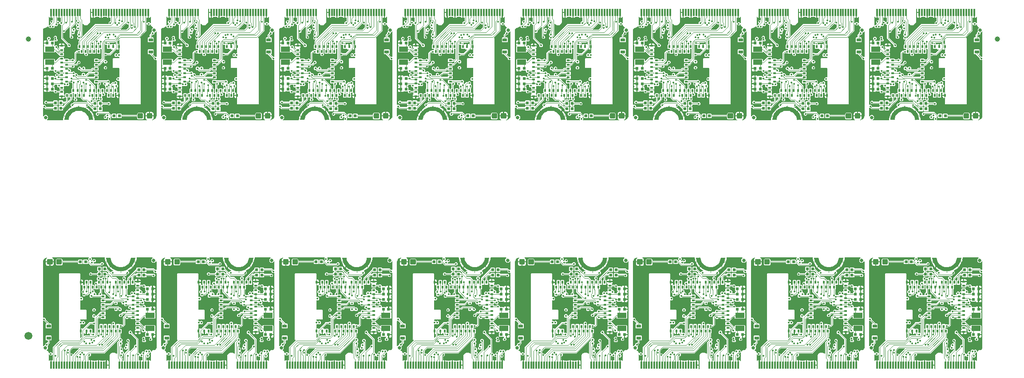
<source format=gtl>
G04 EAGLE Gerber RS-274X export*
G75*
%MOMM*%
%FSLAX34Y34*%
%LPD*%
%INTop Copper*%
%IPPOS*%
%AMOC8*
5,1,8,0,0,1.08239X$1,22.5*%
G01*
%ADD10C,0.127000*%
%ADD11C,0.300000*%
%ADD12R,0.600000X0.600000*%
%ADD13C,0.635000*%
%ADD14R,0.400000X0.600000*%
%ADD15R,0.600000X0.400000*%
%ADD16R,1.800000X1.000000*%
%ADD17R,0.350000X1.450000*%
%ADD18C,0.352400*%
%ADD19C,0.101600*%
%ADD20R,0.830000X0.630000*%
%ADD21C,1.000000*%
%ADD22C,1.500000*%
%ADD23C,0.355600*%

G36*
X1055421Y21399D02*
X1055421Y21399D01*
X1055426Y21398D01*
X1055519Y21419D01*
X1055612Y21437D01*
X1055616Y21440D01*
X1055621Y21441D01*
X1055699Y21497D01*
X1055778Y21550D01*
X1055781Y21554D01*
X1055785Y21557D01*
X1055835Y21639D01*
X1055887Y21718D01*
X1055888Y21723D01*
X1055891Y21728D01*
X1055923Y21905D01*
X1055923Y33859D01*
X1063432Y41369D01*
X1063436Y41375D01*
X1063443Y41380D01*
X1063492Y41459D01*
X1063543Y41536D01*
X1063544Y41543D01*
X1063549Y41550D01*
X1063581Y41727D01*
X1063581Y43744D01*
X1063580Y43747D01*
X1063581Y43750D01*
X1063560Y43844D01*
X1063541Y43941D01*
X1063539Y43943D01*
X1063539Y43946D01*
X1063483Y44026D01*
X1063428Y44107D01*
X1063426Y44108D01*
X1063425Y44110D01*
X1063341Y44164D01*
X1063260Y44216D01*
X1063258Y44216D01*
X1063255Y44218D01*
X1063159Y44234D01*
X1063063Y44252D01*
X1063060Y44251D01*
X1063058Y44251D01*
X1062964Y44229D01*
X1062867Y44208D01*
X1062865Y44206D01*
X1062863Y44206D01*
X1062715Y44103D01*
X1061156Y42544D01*
X1058525Y42544D01*
X1056665Y44405D01*
X1056665Y47035D01*
X1058420Y48790D01*
X1058423Y48795D01*
X1058427Y48798D01*
X1058477Y48877D01*
X1058531Y48957D01*
X1058532Y48963D01*
X1058534Y48967D01*
X1058550Y49060D01*
X1058568Y49154D01*
X1058567Y49159D01*
X1058568Y49165D01*
X1058546Y49257D01*
X1058527Y49350D01*
X1058524Y49355D01*
X1058522Y49360D01*
X1058443Y49474D01*
X1058443Y52115D01*
X1060303Y53976D01*
X1063073Y53976D01*
X1063078Y53977D01*
X1063084Y53976D01*
X1063177Y53997D01*
X1063270Y54015D01*
X1063274Y54018D01*
X1063279Y54019D01*
X1063357Y54075D01*
X1063436Y54128D01*
X1063438Y54132D01*
X1063443Y54135D01*
X1063493Y54217D01*
X1063545Y54296D01*
X1063546Y54301D01*
X1063549Y54306D01*
X1063581Y54483D01*
X1063581Y55949D01*
X1063580Y55954D01*
X1063580Y55959D01*
X1063560Y56053D01*
X1063541Y56146D01*
X1063538Y56150D01*
X1063537Y56155D01*
X1063482Y56233D01*
X1063428Y56311D01*
X1063424Y56314D01*
X1063421Y56319D01*
X1063340Y56369D01*
X1063260Y56421D01*
X1063255Y56422D01*
X1063251Y56424D01*
X1063073Y56456D01*
X1062901Y56456D01*
X1061041Y58317D01*
X1061041Y60948D01*
X1062901Y62808D01*
X1065532Y62808D01*
X1067392Y60948D01*
X1067392Y40681D01*
X1067393Y40679D01*
X1067392Y40676D01*
X1067412Y40581D01*
X1067432Y40485D01*
X1067433Y40483D01*
X1067434Y40480D01*
X1067490Y40399D01*
X1067544Y40319D01*
X1067546Y40318D01*
X1067548Y40315D01*
X1067632Y40262D01*
X1067712Y40210D01*
X1067715Y40209D01*
X1067717Y40208D01*
X1067814Y40192D01*
X1067910Y40174D01*
X1067912Y40175D01*
X1067915Y40174D01*
X1068009Y40196D01*
X1068105Y40218D01*
X1068107Y40219D01*
X1068110Y40220D01*
X1068258Y40323D01*
X1075566Y47631D01*
X1075570Y47637D01*
X1075577Y47642D01*
X1075626Y47721D01*
X1075677Y47798D01*
X1075679Y47806D01*
X1075683Y47812D01*
X1075715Y47990D01*
X1075715Y49575D01*
X1077575Y51436D01*
X1079779Y51436D01*
X1079785Y51437D01*
X1079790Y51436D01*
X1079883Y51457D01*
X1079976Y51475D01*
X1079980Y51478D01*
X1079985Y51479D01*
X1080063Y51535D01*
X1080142Y51588D01*
X1080145Y51592D01*
X1080149Y51595D01*
X1080199Y51677D01*
X1080251Y51756D01*
X1080252Y51761D01*
X1080255Y51766D01*
X1080287Y51943D01*
X1080287Y60976D01*
X1080285Y60984D01*
X1080286Y60992D01*
X1080265Y61082D01*
X1080247Y61173D01*
X1080243Y61180D01*
X1080241Y61187D01*
X1080138Y61335D01*
X1069438Y72036D01*
X1069431Y72040D01*
X1069427Y72046D01*
X1069348Y72095D01*
X1069271Y72147D01*
X1069263Y72148D01*
X1069256Y72152D01*
X1069079Y72184D01*
X1067493Y72184D01*
X1065633Y74044D01*
X1065633Y76675D01*
X1067493Y78536D01*
X1070124Y78536D01*
X1071984Y76675D01*
X1071984Y75089D01*
X1071986Y75082D01*
X1071985Y75074D01*
X1072005Y74984D01*
X1072024Y74893D01*
X1072028Y74886D01*
X1072030Y74879D01*
X1072133Y74731D01*
X1084098Y62765D01*
X1084098Y36703D01*
X1084099Y36698D01*
X1084098Y36693D01*
X1084119Y36600D01*
X1084138Y36506D01*
X1084141Y36502D01*
X1084142Y36497D01*
X1084198Y36418D01*
X1084250Y36341D01*
X1084255Y36338D01*
X1084258Y36334D01*
X1084339Y36283D01*
X1084418Y36231D01*
X1084424Y36231D01*
X1084428Y36228D01*
X1084605Y36196D01*
X1084946Y36196D01*
X1086806Y34335D01*
X1086806Y34205D01*
X1086807Y34203D01*
X1086806Y34200D01*
X1086826Y34105D01*
X1086846Y34009D01*
X1086847Y34007D01*
X1086848Y34004D01*
X1086904Y33924D01*
X1086958Y33843D01*
X1086961Y33842D01*
X1086962Y33840D01*
X1087046Y33786D01*
X1087126Y33734D01*
X1087129Y33733D01*
X1087131Y33732D01*
X1087227Y33716D01*
X1087324Y33698D01*
X1087326Y33699D01*
X1087329Y33698D01*
X1087423Y33720D01*
X1087519Y33742D01*
X1087522Y33743D01*
X1087524Y33744D01*
X1087672Y33847D01*
X1088751Y34926D01*
X1089685Y34926D01*
X1089691Y34927D01*
X1089696Y34926D01*
X1089789Y34947D01*
X1089882Y34965D01*
X1089886Y34968D01*
X1089891Y34969D01*
X1089969Y35025D01*
X1090048Y35078D01*
X1090051Y35082D01*
X1090055Y35085D01*
X1090105Y35167D01*
X1090157Y35246D01*
X1090158Y35251D01*
X1090161Y35256D01*
X1090193Y35433D01*
X1090193Y36875D01*
X1092053Y38736D01*
X1094684Y38736D01*
X1095619Y37801D01*
X1095621Y37799D01*
X1095623Y37797D01*
X1095703Y37745D01*
X1095786Y37690D01*
X1095788Y37689D01*
X1095791Y37688D01*
X1095886Y37671D01*
X1095983Y37652D01*
X1095985Y37653D01*
X1095988Y37652D01*
X1096084Y37674D01*
X1096179Y37694D01*
X1096181Y37695D01*
X1096183Y37696D01*
X1096263Y37752D01*
X1096343Y37808D01*
X1096345Y37810D01*
X1096347Y37812D01*
X1096399Y37895D01*
X1096451Y37977D01*
X1096451Y37980D01*
X1096453Y37982D01*
X1096485Y38159D01*
X1096485Y40743D01*
X1098345Y42604D01*
X1100976Y42604D01*
X1101900Y41680D01*
X1101904Y41677D01*
X1101907Y41673D01*
X1101987Y41622D01*
X1102067Y41569D01*
X1102072Y41568D01*
X1102076Y41565D01*
X1102170Y41549D01*
X1102264Y41531D01*
X1102269Y41532D01*
X1102274Y41532D01*
X1102366Y41553D01*
X1102460Y41573D01*
X1102464Y41576D01*
X1102469Y41577D01*
X1102617Y41680D01*
X1103483Y42546D01*
X1106114Y42546D01*
X1107974Y40685D01*
X1107974Y38957D01*
X1107988Y38887D01*
X1107994Y38816D01*
X1108008Y38790D01*
X1108014Y38761D01*
X1108054Y38701D01*
X1108087Y38638D01*
X1108110Y38619D01*
X1108126Y38595D01*
X1108186Y38556D01*
X1108242Y38510D01*
X1108270Y38502D01*
X1108294Y38486D01*
X1108365Y38473D01*
X1108434Y38452D01*
X1108463Y38455D01*
X1108492Y38450D01*
X1108562Y38466D01*
X1108633Y38473D01*
X1108659Y38487D01*
X1108687Y38494D01*
X1108746Y38535D01*
X1108809Y38570D01*
X1108829Y38594D01*
X1108851Y38610D01*
X1108878Y38654D01*
X1108923Y38708D01*
X1109536Y39797D01*
X1112472Y41653D01*
X1113321Y41713D01*
X1113414Y41738D01*
X1113463Y41751D01*
X1114135Y41770D01*
X1114145Y41772D01*
X1114156Y41771D01*
X1114204Y41774D01*
X1114205Y41774D01*
X1114370Y41786D01*
X1114389Y41791D01*
X1114412Y41791D01*
X1115311Y41931D01*
X1115316Y41932D01*
X1115322Y41932D01*
X1115491Y41995D01*
X1117166Y42983D01*
X1117194Y43008D01*
X1117228Y43026D01*
X1117276Y43081D01*
X1117315Y43117D01*
X1117326Y43140D01*
X1117345Y43162D01*
X1118334Y44838D01*
X1118335Y44843D01*
X1118339Y44847D01*
X1118398Y45017D01*
X1118548Y45980D01*
X1118546Y46016D01*
X1118554Y46058D01*
X1118554Y188380D01*
X1118553Y188382D01*
X1118554Y188385D01*
X1118533Y188480D01*
X1118514Y188576D01*
X1118513Y188578D01*
X1118512Y188581D01*
X1118456Y188662D01*
X1118401Y188742D01*
X1118399Y188743D01*
X1118398Y188745D01*
X1118314Y188798D01*
X1118233Y188851D01*
X1118231Y188852D01*
X1118229Y188853D01*
X1118133Y188869D01*
X1118036Y188887D01*
X1118033Y188886D01*
X1118031Y188887D01*
X1117938Y188865D01*
X1117840Y188843D01*
X1117838Y188842D01*
X1117836Y188841D01*
X1117688Y188738D01*
X1117544Y188594D01*
X1114913Y188594D01*
X1113053Y190455D01*
X1113053Y192040D01*
X1113051Y192048D01*
X1113052Y192056D01*
X1113031Y192146D01*
X1113013Y192237D01*
X1113009Y192244D01*
X1113007Y192251D01*
X1112904Y192399D01*
X1112258Y193046D01*
X1112251Y193050D01*
X1112246Y193056D01*
X1112168Y193105D01*
X1112091Y193157D01*
X1112083Y193158D01*
X1112076Y193162D01*
X1111899Y193194D01*
X1099613Y193194D01*
X1099608Y193193D01*
X1099603Y193194D01*
X1099510Y193173D01*
X1099417Y193155D01*
X1099413Y193152D01*
X1099407Y193151D01*
X1099330Y193095D01*
X1099251Y193042D01*
X1099248Y193038D01*
X1099244Y193035D01*
X1099193Y192953D01*
X1099142Y192874D01*
X1099141Y192869D01*
X1099138Y192864D01*
X1099106Y192687D01*
X1099106Y191521D01*
X1098287Y190702D01*
X1091129Y190702D01*
X1090311Y191521D01*
X1090311Y198679D01*
X1091129Y199498D01*
X1098287Y199498D01*
X1099106Y198679D01*
X1099106Y197513D01*
X1099107Y197508D01*
X1099106Y197503D01*
X1099127Y197410D01*
X1099146Y197316D01*
X1099149Y197312D01*
X1099150Y197307D01*
X1099205Y197229D01*
X1099258Y197151D01*
X1099263Y197148D01*
X1099266Y197144D01*
X1099347Y197093D01*
X1099426Y197041D01*
X1099432Y197041D01*
X1099436Y197038D01*
X1099613Y197006D01*
X1113688Y197006D01*
X1115599Y195094D01*
X1115606Y195090D01*
X1115610Y195084D01*
X1115689Y195035D01*
X1115766Y194983D01*
X1115774Y194982D01*
X1115781Y194978D01*
X1115958Y194946D01*
X1117544Y194946D01*
X1117688Y194802D01*
X1117690Y194800D01*
X1117691Y194798D01*
X1117774Y194745D01*
X1117855Y194691D01*
X1117857Y194690D01*
X1117859Y194689D01*
X1117956Y194671D01*
X1118052Y194653D01*
X1118054Y194654D01*
X1118057Y194653D01*
X1118154Y194675D01*
X1118248Y194695D01*
X1118250Y194696D01*
X1118252Y194697D01*
X1118333Y194754D01*
X1118412Y194809D01*
X1118414Y194811D01*
X1118416Y194813D01*
X1118468Y194897D01*
X1118520Y194978D01*
X1118520Y194981D01*
X1118522Y194983D01*
X1118554Y195160D01*
X1118554Y209949D01*
X1118547Y209983D01*
X1118548Y210025D01*
X1118471Y210533D01*
X1118448Y210594D01*
X1118435Y210658D01*
X1118414Y210687D01*
X1118402Y210721D01*
X1118358Y210769D01*
X1118320Y210822D01*
X1118290Y210842D01*
X1118265Y210868D01*
X1118206Y210895D01*
X1118151Y210930D01*
X1118116Y210936D01*
X1118083Y210951D01*
X1118018Y210953D01*
X1117954Y210964D01*
X1117919Y210955D01*
X1117882Y210956D01*
X1117822Y210933D01*
X1117758Y210918D01*
X1117726Y210896D01*
X1117696Y210884D01*
X1117661Y210850D01*
X1117610Y210815D01*
X1115222Y208427D01*
X1111434Y208427D01*
X1108756Y211106D01*
X1108756Y214894D01*
X1111144Y217282D01*
X1111180Y217336D01*
X1111223Y217385D01*
X1111235Y217419D01*
X1111255Y217449D01*
X1111267Y217513D01*
X1111288Y217574D01*
X1111285Y217610D01*
X1111292Y217646D01*
X1111279Y217710D01*
X1111274Y217774D01*
X1111258Y217807D01*
X1111251Y217842D01*
X1111213Y217895D01*
X1111184Y217954D01*
X1111157Y217977D01*
X1111136Y218007D01*
X1111081Y218041D01*
X1111032Y218084D01*
X1110995Y218096D01*
X1110967Y218114D01*
X1110920Y218122D01*
X1110861Y218142D01*
X1110354Y218219D01*
X1110319Y218218D01*
X1110277Y218225D01*
X1081133Y218225D01*
X1081089Y218216D01*
X1081044Y218217D01*
X1080991Y218197D01*
X1080936Y218186D01*
X1080899Y218160D01*
X1080857Y218144D01*
X1080817Y218105D01*
X1080770Y218073D01*
X1080746Y218035D01*
X1080714Y218004D01*
X1080692Y217952D01*
X1080661Y217905D01*
X1080653Y217861D01*
X1080636Y217819D01*
X1080634Y217756D01*
X1080626Y217708D01*
X1080633Y217677D01*
X1080632Y217639D01*
X1080642Y217572D01*
X1080622Y217380D01*
X1080624Y217355D01*
X1080619Y217326D01*
X1080619Y217133D01*
X1080591Y217027D01*
X1080589Y216991D01*
X1080576Y216949D01*
X1080423Y215494D01*
X1079680Y212132D01*
X1079125Y210507D01*
X1076367Y210507D01*
X1077345Y213423D01*
X1077345Y213433D01*
X1077354Y213458D01*
X1078074Y217456D01*
X1078070Y217495D01*
X1078075Y217533D01*
X1078062Y217563D01*
X1078059Y217595D01*
X1078034Y217625D01*
X1078019Y217661D01*
X1077992Y217679D01*
X1077972Y217704D01*
X1077935Y217717D01*
X1077902Y217738D01*
X1077847Y217747D01*
X1077839Y217749D01*
X1077836Y217748D01*
X1077828Y217749D01*
X1069828Y217749D01*
X1069764Y217731D01*
X1069694Y217710D01*
X1069648Y217658D01*
X1069602Y217605D01*
X1069602Y217604D01*
X1069581Y217533D01*
X1069200Y214671D01*
X1068381Y211922D01*
X1067142Y209336D01*
X1065513Y206975D01*
X1063536Y204897D01*
X1061258Y203155D01*
X1058735Y201791D01*
X1056030Y200838D01*
X1053209Y200320D01*
X1050328Y200249D01*
X1047448Y200320D01*
X1044627Y200838D01*
X1041922Y201791D01*
X1039399Y203155D01*
X1037121Y204897D01*
X1035143Y206975D01*
X1033515Y209336D01*
X1032276Y211922D01*
X1031457Y214671D01*
X1031075Y217533D01*
X1031048Y217595D01*
X1031019Y217661D01*
X1030958Y217701D01*
X1030902Y217738D01*
X1030828Y217749D01*
X1029831Y217749D01*
X1029815Y217821D01*
X1029796Y217915D01*
X1029793Y217919D01*
X1029792Y217924D01*
X1029737Y218002D01*
X1029684Y218080D01*
X1029679Y218083D01*
X1029676Y218087D01*
X1029595Y218138D01*
X1029515Y218190D01*
X1029510Y218190D01*
X1029506Y218193D01*
X1029329Y218225D01*
X1029328Y218225D01*
X1029323Y218224D01*
X1029318Y218225D01*
X1029225Y218204D01*
X1029132Y218186D01*
X1029127Y218183D01*
X1029122Y218182D01*
X1029044Y218126D01*
X1028966Y218073D01*
X1028963Y218069D01*
X1028959Y218066D01*
X1028908Y217984D01*
X1028857Y217905D01*
X1028856Y217900D01*
X1028853Y217895D01*
X1028827Y217749D01*
X1022828Y217749D01*
X1022792Y217739D01*
X1022753Y217738D01*
X1022726Y217719D01*
X1022694Y217710D01*
X1022669Y217681D01*
X1022637Y217660D01*
X1022624Y217630D01*
X1022602Y217605D01*
X1022597Y217567D01*
X1022581Y217532D01*
X1022582Y217474D01*
X1022581Y217467D01*
X1022583Y217464D01*
X1022583Y217458D01*
X1023276Y213447D01*
X1023280Y213438D01*
X1023285Y213411D01*
X1024242Y210507D01*
X1021483Y210507D01*
X1020852Y212492D01*
X1020839Y212558D01*
X1020207Y215633D01*
X1020077Y216958D01*
X1020066Y216994D01*
X1020062Y217040D01*
X1020038Y217133D01*
X1020038Y217339D01*
X1020033Y217361D01*
X1020035Y217388D01*
X1020015Y217594D01*
X1020022Y217635D01*
X1020020Y217682D01*
X1020029Y217728D01*
X1020017Y217781D01*
X1020015Y217835D01*
X1019995Y217878D01*
X1019985Y217924D01*
X1019954Y217968D01*
X1019931Y218017D01*
X1019896Y218049D01*
X1019869Y218087D01*
X1019823Y218116D01*
X1019783Y218153D01*
X1019739Y218168D01*
X1019699Y218193D01*
X1019639Y218204D01*
X1019594Y218220D01*
X1019561Y218218D01*
X1019522Y218225D01*
X994651Y218225D01*
X994648Y218225D01*
X994646Y218225D01*
X994551Y218205D01*
X994454Y218186D01*
X994452Y218184D01*
X994450Y218184D01*
X994369Y218128D01*
X994289Y218073D01*
X994287Y218071D01*
X994285Y218069D01*
X994231Y217985D01*
X994179Y217905D01*
X994179Y217902D01*
X994177Y217900D01*
X994161Y217802D01*
X994144Y217708D01*
X994144Y217705D01*
X994144Y217703D01*
X994166Y217608D01*
X994187Y217512D01*
X994189Y217510D01*
X994189Y217507D01*
X994292Y217359D01*
X994944Y216707D01*
X994944Y214077D01*
X993697Y212830D01*
X993696Y212827D01*
X993694Y212826D01*
X993642Y212746D01*
X993586Y212663D01*
X993586Y212660D01*
X993584Y212658D01*
X993567Y212562D01*
X993549Y212466D01*
X993549Y212463D01*
X993549Y212461D01*
X993570Y212364D01*
X993590Y212270D01*
X993592Y212268D01*
X993592Y212265D01*
X993649Y212185D01*
X993705Y212105D01*
X993707Y212104D01*
X993708Y212102D01*
X993792Y212049D01*
X993874Y211998D01*
X993876Y211997D01*
X993879Y211996D01*
X994056Y211964D01*
X996017Y211964D01*
X996022Y211965D01*
X996028Y211964D01*
X996121Y211985D01*
X996214Y212003D01*
X996218Y212006D01*
X996223Y212007D01*
X996301Y212063D01*
X996380Y212116D01*
X996382Y212120D01*
X996387Y212123D01*
X996437Y212205D01*
X996489Y212284D01*
X996490Y212289D01*
X996493Y212294D01*
X996525Y212471D01*
X996525Y213717D01*
X998385Y215578D01*
X1001016Y215578D01*
X1002876Y213717D01*
X1002876Y211086D01*
X1001016Y209226D01*
X999261Y209226D01*
X999256Y209225D01*
X999251Y209226D01*
X999158Y209205D01*
X999065Y209187D01*
X999061Y209184D01*
X999055Y209182D01*
X998978Y209127D01*
X998899Y209074D01*
X998896Y209070D01*
X998892Y209066D01*
X998841Y208985D01*
X998790Y208906D01*
X998789Y208901D01*
X998786Y208896D01*
X998754Y208719D01*
X998754Y207473D01*
X998523Y207242D01*
X998522Y207239D01*
X998520Y207238D01*
X998467Y207157D01*
X998412Y207075D01*
X998412Y207072D01*
X998410Y207070D01*
X998393Y206974D01*
X998375Y206878D01*
X998375Y206875D01*
X998375Y206873D01*
X998397Y206774D01*
X998416Y206682D01*
X998418Y206680D01*
X998418Y206677D01*
X998476Y206596D01*
X998531Y206517D01*
X998533Y206516D01*
X998534Y206514D01*
X998619Y206461D01*
X998700Y206410D01*
X998702Y206409D01*
X998705Y206408D01*
X998882Y206376D01*
X1010945Y206376D01*
X1010951Y206377D01*
X1010956Y206376D01*
X1011049Y206397D01*
X1011142Y206415D01*
X1011146Y206418D01*
X1011151Y206419D01*
X1011229Y206475D01*
X1011308Y206528D01*
X1011311Y206532D01*
X1011315Y206535D01*
X1011365Y206617D01*
X1011417Y206696D01*
X1011418Y206701D01*
X1011421Y206706D01*
X1011453Y206883D01*
X1011453Y207563D01*
X1013313Y209424D01*
X1015944Y209424D01*
X1017804Y207563D01*
X1017804Y204933D01*
X1015944Y203072D01*
X1014358Y203072D01*
X1014350Y203071D01*
X1014342Y203072D01*
X1014253Y203051D01*
X1014161Y203033D01*
X1014155Y203028D01*
X1014147Y203026D01*
X1013999Y202924D01*
X1013640Y202564D01*
X993519Y202564D01*
X992254Y203829D01*
X988372Y207711D01*
X988370Y207713D01*
X988368Y207715D01*
X988288Y207767D01*
X988205Y207822D01*
X988202Y207823D01*
X988200Y207824D01*
X988104Y207841D01*
X988008Y207860D01*
X988006Y207859D01*
X988003Y207860D01*
X987907Y207838D01*
X987812Y207818D01*
X987810Y207817D01*
X987807Y207816D01*
X987728Y207760D01*
X987647Y207704D01*
X987646Y207702D01*
X987644Y207700D01*
X987592Y207617D01*
X987540Y207535D01*
X987540Y207532D01*
X987538Y207530D01*
X987506Y207353D01*
X987506Y206421D01*
X986687Y205602D01*
X979529Y205602D01*
X978711Y206421D01*
X978711Y213579D01*
X979529Y214398D01*
X986687Y214398D01*
X987506Y213579D01*
X987506Y212413D01*
X987507Y212408D01*
X987506Y212403D01*
X987527Y212310D01*
X987546Y212216D01*
X987549Y212212D01*
X987550Y212207D01*
X987605Y212129D01*
X987658Y212051D01*
X987663Y212048D01*
X987666Y212044D01*
X987747Y211993D01*
X987826Y211941D01*
X987832Y211941D01*
X987836Y211938D01*
X988013Y211906D01*
X989539Y211906D01*
X989542Y211906D01*
X989544Y211906D01*
X989639Y211926D01*
X989735Y211945D01*
X989738Y211947D01*
X989740Y211947D01*
X989821Y212003D01*
X989901Y212058D01*
X989903Y212060D01*
X989905Y212062D01*
X989958Y212145D01*
X990010Y212226D01*
X990011Y212229D01*
X990012Y212231D01*
X990029Y212327D01*
X990046Y212423D01*
X990045Y212426D01*
X990046Y212428D01*
X990024Y212523D01*
X990002Y212619D01*
X990001Y212621D01*
X990000Y212624D01*
X989898Y212772D01*
X988593Y214077D01*
X988593Y216707D01*
X989245Y217359D01*
X989246Y217362D01*
X989248Y217363D01*
X989300Y217443D01*
X989356Y217526D01*
X989356Y217529D01*
X989357Y217531D01*
X989375Y217627D01*
X989393Y217723D01*
X989393Y217726D01*
X989393Y217728D01*
X989372Y217825D01*
X989352Y217919D01*
X989350Y217921D01*
X989349Y217924D01*
X989293Y218004D01*
X989237Y218084D01*
X989235Y218085D01*
X989233Y218087D01*
X989150Y218139D01*
X989068Y218191D01*
X989065Y218192D01*
X989063Y218193D01*
X988886Y218225D01*
X920498Y218225D01*
X920431Y218212D01*
X920362Y218207D01*
X920334Y218192D01*
X920302Y218186D01*
X920245Y218147D01*
X920184Y218116D01*
X920163Y218091D01*
X920136Y218073D01*
X920099Y218015D01*
X920054Y217963D01*
X920044Y217932D01*
X920027Y217905D01*
X920015Y217837D01*
X919994Y217771D01*
X919997Y217739D01*
X919991Y217708D01*
X920006Y217640D01*
X920013Y217572D01*
X920028Y217544D01*
X920035Y217512D01*
X920075Y217456D01*
X920107Y217395D01*
X920134Y217373D01*
X920151Y217349D01*
X920194Y217322D01*
X920245Y217279D01*
X921189Y216733D01*
X921942Y215981D01*
X922474Y215060D01*
X922749Y214032D01*
X922749Y211015D01*
X915717Y211015D01*
X915711Y211014D01*
X915706Y211015D01*
X915613Y210994D01*
X915520Y210976D01*
X915516Y210973D01*
X915511Y210971D01*
X915433Y210916D01*
X915354Y210863D01*
X915351Y210859D01*
X915347Y210855D01*
X915296Y210774D01*
X915245Y210695D01*
X915244Y210690D01*
X915241Y210685D01*
X915209Y210508D01*
X915209Y209999D01*
X915208Y209999D01*
X915208Y210508D01*
X915207Y210513D01*
X915207Y210518D01*
X915187Y210611D01*
X915168Y210704D01*
X915165Y210709D01*
X915164Y210714D01*
X915109Y210791D01*
X915055Y210870D01*
X915051Y210873D01*
X915048Y210877D01*
X914966Y210928D01*
X914887Y210979D01*
X914882Y210980D01*
X914878Y210983D01*
X914700Y211015D01*
X907668Y211015D01*
X907668Y214032D01*
X907943Y215060D01*
X908475Y215981D01*
X909227Y216733D01*
X910007Y217183D01*
X910012Y217188D01*
X910018Y217190D01*
X910086Y217253D01*
X910157Y217316D01*
X910160Y217322D01*
X910165Y217326D01*
X910203Y217411D01*
X910244Y217496D01*
X910245Y217503D01*
X910247Y217509D01*
X910250Y217603D01*
X910255Y217696D01*
X910253Y217703D01*
X910253Y217709D01*
X910219Y217797D01*
X910187Y217885D01*
X910183Y217890D01*
X910180Y217896D01*
X910115Y217964D01*
X910051Y218033D01*
X910045Y218035D01*
X910041Y218040D01*
X909955Y218077D01*
X909869Y218116D01*
X909863Y218117D01*
X909857Y218119D01*
X909676Y218124D01*
X908314Y217916D01*
X908308Y217914D01*
X908302Y217914D01*
X908133Y217852D01*
X904685Y215824D01*
X904656Y215798D01*
X904622Y215780D01*
X904575Y215725D01*
X904536Y215690D01*
X904524Y215666D01*
X904505Y215644D01*
X902476Y212195D01*
X902474Y212189D01*
X902470Y212185D01*
X902459Y212152D01*
X902445Y212130D01*
X902438Y212090D01*
X902412Y212014D01*
X902109Y210025D01*
X902111Y209990D01*
X902103Y209949D01*
X902103Y104010D01*
X902104Y104006D01*
X902103Y104002D01*
X902124Y103908D01*
X902143Y103814D01*
X902145Y103810D01*
X902146Y103806D01*
X902201Y103728D01*
X902255Y103648D01*
X902259Y103646D01*
X902261Y103642D01*
X902343Y103591D01*
X902423Y103539D01*
X902428Y103538D01*
X902431Y103536D01*
X902526Y103520D01*
X902621Y103503D01*
X902625Y103504D01*
X902629Y103504D01*
X902638Y103506D01*
X905454Y103506D01*
X907314Y101645D01*
X907314Y100060D01*
X907316Y100052D01*
X907314Y100044D01*
X907335Y99954D01*
X907354Y99863D01*
X907358Y99856D01*
X907360Y99849D01*
X907463Y99701D01*
X914767Y92396D01*
X914774Y92392D01*
X914778Y92386D01*
X914857Y92337D01*
X914934Y92285D01*
X914942Y92284D01*
X914949Y92280D01*
X915126Y92248D01*
X917757Y92248D01*
X918576Y91429D01*
X918576Y83971D01*
X917757Y83152D01*
X908299Y83152D01*
X907481Y83971D01*
X907481Y91429D01*
X908299Y92248D01*
X908301Y92248D01*
X908304Y92248D01*
X908306Y92248D01*
X908401Y92268D01*
X908497Y92287D01*
X908500Y92289D01*
X908502Y92289D01*
X908583Y92345D01*
X908663Y92400D01*
X908665Y92402D01*
X908667Y92404D01*
X908720Y92487D01*
X908772Y92568D01*
X908773Y92571D01*
X908774Y92573D01*
X908791Y92669D01*
X908808Y92765D01*
X908808Y92768D01*
X908808Y92770D01*
X908786Y92864D01*
X908765Y92961D01*
X908763Y92963D01*
X908762Y92966D01*
X908660Y93114D01*
X904768Y97006D01*
X904761Y97010D01*
X904756Y97016D01*
X904678Y97065D01*
X904601Y97117D01*
X904593Y97118D01*
X904586Y97122D01*
X904409Y97154D01*
X902621Y97154D01*
X902608Y97157D01*
X902604Y97156D01*
X902600Y97157D01*
X902506Y97136D01*
X902412Y97116D01*
X902409Y97114D01*
X902404Y97113D01*
X902326Y97057D01*
X902247Y97003D01*
X902244Y97000D01*
X902241Y96997D01*
X902190Y96915D01*
X902138Y96835D01*
X902137Y96830D01*
X902135Y96827D01*
X902103Y96650D01*
X902103Y49466D01*
X902104Y49464D01*
X902103Y49461D01*
X902123Y49366D01*
X902143Y49270D01*
X902144Y49267D01*
X902145Y49265D01*
X902201Y49184D01*
X902255Y49104D01*
X902258Y49102D01*
X902259Y49100D01*
X902343Y49047D01*
X902423Y48995D01*
X902426Y48994D01*
X902428Y48993D01*
X902524Y48976D01*
X902621Y48959D01*
X902623Y48960D01*
X902626Y48959D01*
X902720Y48981D01*
X902816Y49003D01*
X902819Y49004D01*
X902821Y49005D01*
X902969Y49107D01*
X904624Y50763D01*
X905535Y50763D01*
X905541Y50764D01*
X905546Y50763D01*
X905639Y50784D01*
X905732Y50802D01*
X905736Y50805D01*
X905741Y50806D01*
X905819Y50862D01*
X905898Y50915D01*
X905901Y50919D01*
X905905Y50922D01*
X905955Y51004D01*
X906007Y51083D01*
X906008Y51088D01*
X906011Y51093D01*
X906043Y51270D01*
X906043Y53385D01*
X907903Y55246D01*
X909489Y55246D01*
X909497Y55247D01*
X909504Y55246D01*
X909594Y55267D01*
X909685Y55285D01*
X909692Y55290D01*
X909700Y55292D01*
X909848Y55394D01*
X910974Y56521D01*
X910978Y56527D01*
X910985Y56532D01*
X911034Y56611D01*
X911085Y56688D01*
X911087Y56695D01*
X911091Y56702D01*
X911123Y56879D01*
X911123Y59645D01*
X911122Y59650D01*
X911123Y59655D01*
X911102Y59748D01*
X911083Y59842D01*
X911080Y59846D01*
X911079Y59851D01*
X911024Y59929D01*
X910970Y60007D01*
X910966Y60010D01*
X910963Y60014D01*
X910882Y60065D01*
X910802Y60117D01*
X910797Y60117D01*
X910793Y60120D01*
X910615Y60152D01*
X908299Y60152D01*
X907481Y60971D01*
X907481Y68429D01*
X908299Y69248D01*
X917757Y69248D01*
X918576Y68429D01*
X918576Y60971D01*
X917757Y60152D01*
X915441Y60152D01*
X915436Y60151D01*
X915431Y60152D01*
X915338Y60131D01*
X915245Y60113D01*
X915241Y60110D01*
X915235Y60109D01*
X915158Y60053D01*
X915079Y60000D01*
X915076Y59996D01*
X915072Y59993D01*
X915021Y59911D01*
X914970Y59832D01*
X914969Y59827D01*
X914966Y59822D01*
X914934Y59645D01*
X914934Y55091D01*
X913669Y53826D01*
X912543Y52699D01*
X912538Y52693D01*
X912532Y52688D01*
X912483Y52609D01*
X912432Y52532D01*
X912430Y52525D01*
X912426Y52518D01*
X912394Y52341D01*
X912394Y50755D01*
X910766Y49127D01*
X910763Y49122D01*
X910759Y49119D01*
X910708Y49039D01*
X910655Y48960D01*
X910654Y48954D01*
X910651Y48950D01*
X910635Y48856D01*
X910618Y48763D01*
X910619Y48757D01*
X910618Y48752D01*
X910639Y48660D01*
X910659Y48567D01*
X910662Y48562D01*
X910663Y48557D01*
X910766Y48409D01*
X911091Y48084D01*
X911091Y44296D01*
X908785Y41989D01*
X908751Y41939D01*
X908710Y41894D01*
X908696Y41856D01*
X908674Y41822D01*
X908662Y41763D01*
X908642Y41706D01*
X908644Y41665D01*
X908636Y41626D01*
X908649Y41566D01*
X908652Y41506D01*
X908669Y41469D01*
X908678Y41429D01*
X908712Y41380D01*
X908738Y41325D01*
X908771Y41295D01*
X908792Y41265D01*
X908830Y41241D01*
X908871Y41203D01*
X911104Y39780D01*
X912808Y36776D01*
X912830Y35983D01*
X912852Y35889D01*
X912871Y35796D01*
X912874Y35792D01*
X912875Y35788D01*
X912931Y35710D01*
X912986Y35631D01*
X912990Y35629D01*
X912992Y35625D01*
X913074Y35575D01*
X913155Y35524D01*
X913160Y35523D01*
X913164Y35521D01*
X913259Y35506D01*
X913353Y35490D01*
X913357Y35491D01*
X913362Y35491D01*
X913454Y35514D01*
X913548Y35536D01*
X913552Y35539D01*
X913556Y35540D01*
X913588Y35564D01*
X913696Y35638D01*
X915523Y37466D01*
X918154Y37466D01*
X920057Y35563D01*
X920059Y35561D01*
X920060Y35559D01*
X920061Y35558D01*
X920062Y35558D01*
X920065Y35556D01*
X920141Y35507D01*
X920224Y35452D01*
X920226Y35451D01*
X920228Y35450D01*
X920325Y35433D01*
X920421Y35414D01*
X920423Y35415D01*
X920426Y35414D01*
X920522Y35436D01*
X920617Y35456D01*
X920619Y35457D01*
X920621Y35458D01*
X920701Y35514D01*
X920781Y35570D01*
X920783Y35572D01*
X920785Y35574D01*
X920836Y35657D01*
X920889Y35739D01*
X920889Y35742D01*
X920891Y35744D01*
X920923Y35921D01*
X920923Y47419D01*
X933540Y60036D01*
X933541Y60039D01*
X933543Y60040D01*
X933595Y60120D01*
X933651Y60203D01*
X933651Y60206D01*
X933652Y60208D01*
X933670Y60304D01*
X933688Y60400D01*
X933688Y60403D01*
X933688Y60405D01*
X933667Y60502D01*
X933647Y60596D01*
X933645Y60598D01*
X933645Y60601D01*
X933588Y60681D01*
X933532Y60761D01*
X933530Y60762D01*
X933529Y60764D01*
X933446Y60816D01*
X933363Y60868D01*
X933360Y60869D01*
X933358Y60870D01*
X933265Y60887D01*
X932431Y61721D01*
X932431Y186879D01*
X933249Y187698D01*
X972407Y187698D01*
X973226Y186879D01*
X973226Y171292D01*
X973227Y171287D01*
X973226Y171282D01*
X973247Y171189D01*
X973266Y171096D01*
X973269Y171091D01*
X973270Y171086D01*
X973325Y171008D01*
X973378Y170930D01*
X973383Y170927D01*
X973386Y170923D01*
X973467Y170872D01*
X973546Y170821D01*
X973552Y170820D01*
X973556Y170817D01*
X973653Y170799D01*
X973630Y170794D01*
X973537Y170775D01*
X973533Y170773D01*
X973527Y170771D01*
X973450Y170716D01*
X973371Y170663D01*
X973368Y170658D01*
X973364Y170655D01*
X973313Y170574D01*
X973262Y170495D01*
X973261Y170490D01*
X973258Y170485D01*
X973226Y170308D01*
X973226Y143383D01*
X973227Y143378D01*
X973226Y143373D01*
X973247Y143280D01*
X973266Y143186D01*
X973269Y143182D01*
X973270Y143177D01*
X973325Y143099D01*
X973378Y143021D01*
X973383Y143018D01*
X973386Y143014D01*
X973467Y142963D01*
X973546Y142911D01*
X973552Y142911D01*
X973556Y142908D01*
X973733Y142876D01*
X976574Y142876D01*
X978434Y141015D01*
X978434Y138385D01*
X976574Y136524D01*
X973733Y136524D01*
X973728Y136523D01*
X973723Y136524D01*
X973630Y136503D01*
X973537Y136485D01*
X973533Y136482D01*
X973527Y136481D01*
X973450Y136425D01*
X973371Y136372D01*
X973368Y136368D01*
X973364Y136365D01*
X973313Y136283D01*
X973262Y136204D01*
X973261Y136199D01*
X973258Y136194D01*
X973226Y136017D01*
X973226Y119205D01*
X973227Y119200D01*
X973226Y119195D01*
X973247Y119102D01*
X973266Y119008D01*
X973269Y119004D01*
X973270Y118999D01*
X973325Y118921D01*
X973378Y118843D01*
X973383Y118840D01*
X973386Y118836D01*
X973467Y118785D01*
X973546Y118733D01*
X973552Y118733D01*
X973556Y118730D01*
X973733Y118698D01*
X984407Y118698D01*
X985226Y117879D01*
X985226Y100721D01*
X984407Y99902D01*
X973733Y99902D01*
X973728Y99901D01*
X973723Y99902D01*
X973630Y99881D01*
X973537Y99863D01*
X973533Y99860D01*
X973527Y99859D01*
X973450Y99803D01*
X973371Y99750D01*
X973368Y99746D01*
X973364Y99743D01*
X973313Y99661D01*
X973262Y99582D01*
X973261Y99577D01*
X973258Y99572D01*
X973226Y99395D01*
X973226Y97663D01*
X973227Y97658D01*
X973226Y97653D01*
X973247Y97560D01*
X973266Y97466D01*
X973269Y97462D01*
X973270Y97457D01*
X973325Y97379D01*
X973378Y97301D01*
X973383Y97298D01*
X973386Y97294D01*
X973467Y97243D01*
X973546Y97191D01*
X973552Y97191D01*
X973556Y97188D01*
X973733Y97156D01*
X975304Y97156D01*
X976170Y96290D01*
X976174Y96287D01*
X976177Y96283D01*
X976257Y96232D01*
X976337Y96179D01*
X976342Y96178D01*
X976346Y96175D01*
X976440Y96159D01*
X976534Y96141D01*
X976539Y96142D01*
X976544Y96142D01*
X976636Y96163D01*
X976730Y96183D01*
X976734Y96186D01*
X976739Y96187D01*
X976887Y96290D01*
X977753Y97156D01*
X980384Y97156D01*
X982244Y95295D01*
X982244Y92665D01*
X980384Y90804D01*
X977753Y90804D01*
X976887Y91670D01*
X976883Y91673D01*
X976880Y91677D01*
X976799Y91728D01*
X976720Y91781D01*
X976715Y91782D01*
X976711Y91785D01*
X976617Y91801D01*
X976523Y91819D01*
X976518Y91818D01*
X976513Y91818D01*
X976420Y91797D01*
X976327Y91777D01*
X976323Y91774D01*
X976318Y91773D01*
X976170Y91670D01*
X975304Y90804D01*
X973733Y90804D01*
X973728Y90803D01*
X973723Y90804D01*
X973630Y90783D01*
X973537Y90765D01*
X973533Y90762D01*
X973527Y90761D01*
X973450Y90705D01*
X973371Y90652D01*
X973368Y90648D01*
X973364Y90645D01*
X973313Y90563D01*
X973262Y90484D01*
X973261Y90479D01*
X973258Y90474D01*
X973226Y90297D01*
X973226Y78292D01*
X973227Y78287D01*
X973226Y78282D01*
X973247Y78189D01*
X973266Y78096D01*
X973269Y78091D01*
X973270Y78086D01*
X973325Y78008D01*
X973378Y77930D01*
X973383Y77927D01*
X973386Y77923D01*
X973467Y77872D01*
X973546Y77821D01*
X973552Y77820D01*
X973556Y77817D01*
X973653Y77799D01*
X973630Y77794D01*
X973537Y77775D01*
X973533Y77773D01*
X973527Y77771D01*
X973450Y77716D01*
X973371Y77663D01*
X973368Y77658D01*
X973364Y77655D01*
X973313Y77573D01*
X973262Y77495D01*
X973261Y77490D01*
X973258Y77485D01*
X973226Y77308D01*
X973226Y65387D01*
X973227Y65385D01*
X973226Y65382D01*
X973246Y65287D01*
X973266Y65191D01*
X973267Y65189D01*
X973268Y65186D01*
X973324Y65106D01*
X973378Y65025D01*
X973381Y65024D01*
X973382Y65022D01*
X973466Y64968D01*
X973546Y64916D01*
X973549Y64915D01*
X973551Y64914D01*
X973647Y64898D01*
X973744Y64880D01*
X973746Y64881D01*
X973749Y64880D01*
X973843Y64902D01*
X973939Y64924D01*
X973942Y64925D01*
X973944Y64926D01*
X974092Y65029D01*
X975744Y66681D01*
X975748Y66687D01*
X975755Y66692D01*
X975804Y66771D01*
X975855Y66848D01*
X975857Y66856D01*
X975861Y66862D01*
X975893Y67040D01*
X975893Y71752D01*
X975892Y71757D01*
X975893Y71762D01*
X975872Y71855D01*
X975853Y71949D01*
X975850Y71953D01*
X975849Y71958D01*
X975794Y72036D01*
X975740Y72114D01*
X975736Y72117D01*
X975733Y72121D01*
X975652Y72172D01*
X975572Y72224D01*
X975567Y72224D01*
X975563Y72227D01*
X975385Y72259D01*
X974828Y72259D01*
X974828Y77308D01*
X974827Y77313D01*
X974828Y77318D01*
X974807Y77411D01*
X974788Y77504D01*
X974785Y77509D01*
X974784Y77514D01*
X974729Y77592D01*
X974675Y77670D01*
X974671Y77673D01*
X974668Y77677D01*
X974587Y77728D01*
X974507Y77779D01*
X974502Y77780D01*
X974498Y77783D01*
X974401Y77801D01*
X974424Y77806D01*
X974517Y77825D01*
X974521Y77827D01*
X974526Y77829D01*
X974604Y77884D01*
X974683Y77937D01*
X974686Y77942D01*
X974690Y77945D01*
X974740Y78026D01*
X974792Y78105D01*
X974793Y78110D01*
X974796Y78115D01*
X974828Y78292D01*
X974828Y83341D01*
X976163Y83341D01*
X976809Y83168D01*
X977388Y82833D01*
X977706Y82515D01*
X977710Y82513D01*
X977713Y82508D01*
X977794Y82457D01*
X977873Y82404D01*
X977878Y82403D01*
X977883Y82401D01*
X977976Y82385D01*
X978070Y82367D01*
X978075Y82368D01*
X978080Y82367D01*
X978173Y82389D01*
X978266Y82408D01*
X978270Y82411D01*
X978275Y82413D01*
X978423Y82515D01*
X990524Y94616D01*
X996466Y94616D01*
X996474Y94617D01*
X996481Y94616D01*
X996571Y94637D01*
X996662Y94655D01*
X996669Y94660D01*
X996677Y94662D01*
X996825Y94764D01*
X997946Y95886D01*
X1000150Y95886D01*
X1000156Y95887D01*
X1000161Y95886D01*
X1000254Y95907D01*
X1000347Y95925D01*
X1000351Y95928D01*
X1000356Y95929D01*
X1000434Y95985D01*
X1000513Y96038D01*
X1000516Y96042D01*
X1000520Y96045D01*
X1000570Y96127D01*
X1000622Y96206D01*
X1000623Y96211D01*
X1000626Y96216D01*
X1000658Y96393D01*
X1000658Y102997D01*
X1000657Y103002D01*
X1000658Y103007D01*
X1000637Y103100D01*
X1000618Y103194D01*
X1000615Y103198D01*
X1000614Y103203D01*
X1000559Y103281D01*
X1000505Y103359D01*
X1000501Y103362D01*
X1000498Y103366D01*
X1000417Y103417D01*
X1000337Y103469D01*
X1000332Y103469D01*
X1000328Y103472D01*
X1000150Y103504D01*
X997946Y103504D01*
X996086Y105365D01*
X996086Y107995D01*
X997946Y109856D01*
X1000577Y109856D01*
X1002437Y107995D01*
X1002437Y107298D01*
X1002438Y107296D01*
X1002437Y107293D01*
X1002457Y107198D01*
X1002477Y107102D01*
X1002478Y107100D01*
X1002479Y107097D01*
X1002535Y107017D01*
X1002589Y106936D01*
X1002592Y106935D01*
X1002593Y106933D01*
X1002677Y106879D01*
X1002757Y106827D01*
X1002760Y106826D01*
X1002762Y106825D01*
X1002859Y106809D01*
X1002955Y106791D01*
X1002957Y106792D01*
X1002960Y106791D01*
X1003054Y106813D01*
X1003150Y106835D01*
X1003153Y106836D01*
X1003155Y106837D01*
X1003303Y106940D01*
X1009304Y112941D01*
X1010569Y114206D01*
X1011923Y114206D01*
X1011929Y114207D01*
X1011934Y114206D01*
X1012027Y114227D01*
X1012120Y114245D01*
X1012124Y114248D01*
X1012129Y114249D01*
X1012207Y114305D01*
X1012286Y114358D01*
X1012289Y114362D01*
X1012293Y114365D01*
X1012343Y114447D01*
X1012395Y114526D01*
X1012396Y114531D01*
X1012399Y114536D01*
X1012431Y114713D01*
X1012431Y114879D01*
X1013249Y115698D01*
X1020407Y115698D01*
X1021226Y114879D01*
X1021226Y109721D01*
X1020407Y108902D01*
X1013249Y108902D01*
X1012311Y109840D01*
X1012307Y109843D01*
X1012304Y109848D01*
X1012303Y109848D01*
X1012290Y109857D01*
X1012224Y109899D01*
X1012144Y109951D01*
X1012139Y109952D01*
X1012135Y109955D01*
X1012041Y109971D01*
X1011947Y109989D01*
X1011942Y109988D01*
X1011937Y109989D01*
X1011845Y109967D01*
X1011751Y109947D01*
X1011747Y109944D01*
X1011742Y109943D01*
X1011594Y109840D01*
X1008825Y107072D01*
X1008824Y107069D01*
X1008822Y107068D01*
X1008769Y106987D01*
X1008714Y106905D01*
X1008714Y106902D01*
X1008712Y106900D01*
X1008695Y106804D01*
X1008677Y106708D01*
X1008677Y106705D01*
X1008677Y106703D01*
X1008698Y106606D01*
X1008718Y106512D01*
X1008720Y106510D01*
X1008720Y106507D01*
X1008777Y106427D01*
X1008833Y106347D01*
X1008835Y106346D01*
X1008836Y106344D01*
X1008919Y106292D01*
X1009002Y106240D01*
X1009004Y106239D01*
X1009007Y106238D01*
X1009184Y106206D01*
X1011923Y106206D01*
X1011929Y106207D01*
X1011934Y106206D01*
X1012027Y106227D01*
X1012120Y106245D01*
X1012124Y106248D01*
X1012129Y106249D01*
X1012207Y106305D01*
X1012286Y106358D01*
X1012289Y106362D01*
X1012293Y106365D01*
X1012343Y106447D01*
X1012395Y106526D01*
X1012396Y106531D01*
X1012399Y106536D01*
X1012431Y106713D01*
X1012431Y106879D01*
X1013249Y107698D01*
X1020407Y107698D01*
X1021226Y106879D01*
X1021226Y101721D01*
X1020407Y100902D01*
X1013249Y100902D01*
X1012431Y101721D01*
X1012431Y101887D01*
X1012430Y101892D01*
X1012431Y101897D01*
X1012410Y101990D01*
X1012391Y102084D01*
X1012388Y102088D01*
X1012387Y102093D01*
X1012332Y102171D01*
X1012278Y102249D01*
X1012274Y102252D01*
X1012271Y102256D01*
X1012190Y102307D01*
X1012110Y102359D01*
X1012105Y102359D01*
X1012101Y102362D01*
X1011923Y102394D01*
X1009438Y102394D01*
X1009430Y102393D01*
X1009422Y102394D01*
X1009333Y102373D01*
X1009241Y102355D01*
X1009235Y102350D01*
X1009227Y102348D01*
X1009079Y102246D01*
X1007158Y100324D01*
X1007153Y100318D01*
X1007147Y100313D01*
X1007098Y100234D01*
X1007047Y100157D01*
X1007045Y100149D01*
X1007041Y100143D01*
X1007009Y99965D01*
X1007009Y82705D01*
X1007010Y82700D01*
X1007009Y82695D01*
X1007030Y82602D01*
X1007049Y82508D01*
X1007052Y82504D01*
X1007053Y82499D01*
X1007108Y82421D01*
X1007161Y82343D01*
X1007166Y82340D01*
X1007169Y82336D01*
X1007250Y82285D01*
X1007329Y82233D01*
X1007335Y82233D01*
X1007339Y82230D01*
X1007516Y82198D01*
X1009229Y82198D01*
X1009232Y82198D01*
X1009235Y82198D01*
X1009330Y82218D01*
X1009426Y82237D01*
X1009428Y82239D01*
X1009431Y82239D01*
X1009512Y82296D01*
X1009592Y82350D01*
X1009593Y82352D01*
X1009595Y82354D01*
X1009649Y82438D01*
X1009701Y82518D01*
X1009701Y82521D01*
X1009703Y82523D01*
X1009719Y82619D01*
X1009737Y82715D01*
X1009736Y82718D01*
X1009736Y82720D01*
X1009715Y82813D01*
X1009693Y82911D01*
X1009691Y82913D01*
X1009691Y82916D01*
X1009588Y83064D01*
X1009431Y83221D01*
X1009431Y90379D01*
X1010249Y91198D01*
X1015407Y91198D01*
X1016226Y90379D01*
X1016226Y83221D01*
X1016069Y83064D01*
X1016067Y83061D01*
X1016065Y83060D01*
X1016012Y82979D01*
X1015958Y82897D01*
X1015957Y82894D01*
X1015956Y82892D01*
X1015939Y82796D01*
X1015920Y82700D01*
X1015921Y82697D01*
X1015920Y82695D01*
X1015942Y82598D01*
X1015962Y82504D01*
X1015963Y82502D01*
X1015964Y82499D01*
X1016021Y82418D01*
X1016076Y82339D01*
X1016078Y82338D01*
X1016080Y82336D01*
X1016164Y82283D01*
X1016245Y82232D01*
X1016248Y82231D01*
X1016250Y82230D01*
X1016427Y82198D01*
X1017229Y82198D01*
X1017232Y82198D01*
X1017235Y82198D01*
X1017330Y82218D01*
X1017426Y82237D01*
X1017428Y82239D01*
X1017431Y82239D01*
X1017512Y82296D01*
X1017592Y82350D01*
X1017593Y82352D01*
X1017595Y82354D01*
X1017649Y82438D01*
X1017701Y82518D01*
X1017701Y82521D01*
X1017703Y82523D01*
X1017719Y82619D01*
X1017737Y82715D01*
X1017736Y82718D01*
X1017736Y82720D01*
X1017715Y82813D01*
X1017693Y82911D01*
X1017691Y82913D01*
X1017691Y82916D01*
X1017588Y83064D01*
X1017431Y83221D01*
X1017431Y90379D01*
X1018249Y91198D01*
X1023407Y91198D01*
X1024226Y90379D01*
X1024226Y83221D01*
X1024069Y83064D01*
X1024067Y83061D01*
X1024065Y83060D01*
X1024012Y82979D01*
X1023958Y82897D01*
X1023957Y82894D01*
X1023956Y82892D01*
X1023939Y82796D01*
X1023920Y82700D01*
X1023921Y82697D01*
X1023920Y82695D01*
X1023942Y82598D01*
X1023962Y82504D01*
X1023963Y82502D01*
X1023964Y82499D01*
X1024021Y82418D01*
X1024076Y82339D01*
X1024078Y82338D01*
X1024080Y82336D01*
X1024164Y82283D01*
X1024245Y82232D01*
X1024248Y82231D01*
X1024250Y82230D01*
X1024427Y82198D01*
X1025229Y82198D01*
X1025232Y82198D01*
X1025235Y82198D01*
X1025330Y82218D01*
X1025426Y82237D01*
X1025428Y82239D01*
X1025431Y82239D01*
X1025512Y82296D01*
X1025592Y82350D01*
X1025593Y82352D01*
X1025595Y82354D01*
X1025649Y82438D01*
X1025701Y82518D01*
X1025701Y82521D01*
X1025703Y82523D01*
X1025719Y82619D01*
X1025737Y82715D01*
X1025736Y82718D01*
X1025736Y82720D01*
X1025715Y82813D01*
X1025693Y82911D01*
X1025691Y82913D01*
X1025691Y82916D01*
X1025588Y83064D01*
X1025431Y83221D01*
X1025431Y90379D01*
X1026249Y91198D01*
X1031407Y91198D01*
X1032226Y90379D01*
X1032226Y83221D01*
X1032069Y83064D01*
X1032067Y83061D01*
X1032065Y83060D01*
X1032012Y82979D01*
X1031958Y82897D01*
X1031957Y82894D01*
X1031956Y82892D01*
X1031939Y82796D01*
X1031920Y82700D01*
X1031921Y82697D01*
X1031920Y82695D01*
X1031942Y82598D01*
X1031962Y82504D01*
X1031963Y82502D01*
X1031964Y82499D01*
X1032021Y82418D01*
X1032076Y82339D01*
X1032078Y82338D01*
X1032080Y82336D01*
X1032164Y82283D01*
X1032245Y82232D01*
X1032248Y82231D01*
X1032250Y82230D01*
X1032427Y82198D01*
X1033229Y82198D01*
X1033232Y82198D01*
X1033235Y82198D01*
X1033330Y82218D01*
X1033426Y82237D01*
X1033428Y82239D01*
X1033431Y82239D01*
X1033512Y82296D01*
X1033592Y82350D01*
X1033593Y82352D01*
X1033595Y82354D01*
X1033649Y82438D01*
X1033701Y82518D01*
X1033701Y82521D01*
X1033703Y82523D01*
X1033719Y82619D01*
X1033737Y82715D01*
X1033736Y82718D01*
X1033736Y82720D01*
X1033715Y82813D01*
X1033693Y82911D01*
X1033691Y82913D01*
X1033691Y82916D01*
X1033588Y83064D01*
X1033431Y83221D01*
X1033431Y90401D01*
X1033444Y90422D01*
X1033497Y90501D01*
X1033498Y90506D01*
X1033501Y90511D01*
X1033517Y90604D01*
X1033534Y90698D01*
X1033533Y90703D01*
X1033534Y90708D01*
X1033513Y90801D01*
X1033493Y90894D01*
X1033490Y90898D01*
X1033489Y90903D01*
X1033386Y91051D01*
X1033043Y91395D01*
X1033043Y94025D01*
X1034903Y95886D01*
X1037534Y95886D01*
X1039394Y94025D01*
X1039394Y91421D01*
X1039396Y91413D01*
X1039394Y91406D01*
X1039415Y91316D01*
X1039434Y91225D01*
X1039438Y91218D01*
X1039440Y91210D01*
X1039543Y91062D01*
X1040226Y90379D01*
X1040226Y83221D01*
X1040069Y83064D01*
X1040067Y83061D01*
X1040065Y83060D01*
X1040012Y82979D01*
X1039958Y82897D01*
X1039957Y82894D01*
X1039956Y82892D01*
X1039939Y82796D01*
X1039920Y82700D01*
X1039921Y82697D01*
X1039920Y82695D01*
X1039942Y82598D01*
X1039962Y82504D01*
X1039963Y82502D01*
X1039964Y82499D01*
X1040021Y82418D01*
X1040076Y82339D01*
X1040078Y82338D01*
X1040080Y82336D01*
X1040164Y82283D01*
X1040245Y82232D01*
X1040248Y82231D01*
X1040250Y82230D01*
X1040427Y82198D01*
X1041229Y82198D01*
X1041232Y82198D01*
X1041235Y82198D01*
X1041330Y82218D01*
X1041426Y82237D01*
X1041428Y82239D01*
X1041431Y82239D01*
X1041512Y82296D01*
X1041592Y82350D01*
X1041593Y82352D01*
X1041595Y82354D01*
X1041649Y82438D01*
X1041701Y82518D01*
X1041701Y82521D01*
X1041703Y82523D01*
X1041719Y82619D01*
X1041737Y82715D01*
X1041736Y82718D01*
X1041736Y82720D01*
X1041715Y82813D01*
X1041693Y82911D01*
X1041691Y82913D01*
X1041691Y82916D01*
X1041588Y83064D01*
X1041431Y83221D01*
X1041431Y90379D01*
X1042249Y91198D01*
X1047407Y91198D01*
X1047977Y90628D01*
X1047982Y90625D01*
X1047985Y90620D01*
X1048064Y90570D01*
X1048144Y90517D01*
X1048150Y90516D01*
X1048154Y90513D01*
X1048248Y90497D01*
X1048341Y90479D01*
X1048347Y90480D01*
X1048352Y90479D01*
X1048444Y90501D01*
X1048537Y90521D01*
X1048542Y90524D01*
X1048547Y90525D01*
X1048695Y90628D01*
X1048873Y90806D01*
X1051504Y90806D01*
X1052625Y89684D01*
X1052632Y89680D01*
X1052636Y89674D01*
X1052715Y89625D01*
X1052792Y89573D01*
X1052800Y89572D01*
X1052807Y89568D01*
X1052984Y89536D01*
X1052999Y89536D01*
X1053007Y89537D01*
X1053014Y89536D01*
X1053104Y89557D01*
X1053195Y89575D01*
X1053202Y89580D01*
X1053210Y89582D01*
X1053358Y89684D01*
X1054484Y90811D01*
X1054488Y90817D01*
X1054495Y90822D01*
X1054544Y90901D01*
X1054595Y90978D01*
X1054597Y90986D01*
X1054601Y90992D01*
X1054633Y91170D01*
X1054633Y104929D01*
X1055898Y106194D01*
X1059232Y109528D01*
X1059233Y109531D01*
X1059235Y109532D01*
X1059288Y109613D01*
X1059343Y109695D01*
X1059343Y109698D01*
X1059344Y109700D01*
X1059362Y109796D01*
X1059380Y109892D01*
X1059380Y109895D01*
X1059380Y109897D01*
X1059359Y109994D01*
X1059339Y110088D01*
X1059337Y110090D01*
X1059337Y110093D01*
X1059280Y110173D01*
X1059224Y110253D01*
X1059222Y110254D01*
X1059221Y110256D01*
X1059138Y110308D01*
X1059055Y110360D01*
X1059052Y110361D01*
X1059050Y110362D01*
X1058873Y110394D01*
X1055538Y110394D01*
X1055530Y110393D01*
X1055522Y110394D01*
X1055433Y110373D01*
X1055341Y110355D01*
X1055335Y110350D01*
X1055327Y110348D01*
X1055179Y110246D01*
X1053513Y108579D01*
X1053508Y108573D01*
X1053502Y108568D01*
X1053453Y108489D01*
X1053402Y108412D01*
X1053400Y108404D01*
X1053396Y108398D01*
X1053364Y108220D01*
X1053364Y106635D01*
X1051504Y104774D01*
X1048873Y104774D01*
X1047013Y106635D01*
X1047013Y109265D01*
X1048873Y111126D01*
X1050459Y111126D01*
X1050467Y111127D01*
X1050474Y111126D01*
X1050564Y111147D01*
X1050655Y111165D01*
X1050662Y111170D01*
X1050670Y111172D01*
X1050818Y111274D01*
X1053749Y114206D01*
X1057935Y114206D01*
X1057941Y114207D01*
X1057946Y114206D01*
X1058039Y114227D01*
X1058132Y114245D01*
X1058136Y114248D01*
X1058141Y114249D01*
X1058219Y114305D01*
X1058298Y114358D01*
X1058301Y114362D01*
X1058305Y114365D01*
X1058355Y114447D01*
X1058407Y114526D01*
X1058408Y114531D01*
X1058411Y114536D01*
X1058443Y114713D01*
X1058443Y116917D01*
X1060303Y118778D01*
X1062934Y118778D01*
X1063357Y118354D01*
X1063364Y118350D01*
X1063368Y118344D01*
X1063447Y118295D01*
X1063524Y118243D01*
X1063532Y118242D01*
X1063539Y118238D01*
X1063716Y118206D01*
X1068923Y118206D01*
X1068929Y118207D01*
X1068934Y118206D01*
X1069027Y118227D01*
X1069120Y118245D01*
X1069124Y118248D01*
X1069129Y118249D01*
X1069207Y118305D01*
X1069286Y118358D01*
X1069289Y118362D01*
X1069293Y118365D01*
X1069343Y118447D01*
X1069395Y118526D01*
X1069396Y118531D01*
X1069399Y118536D01*
X1069431Y118713D01*
X1069431Y118998D01*
X1069429Y119006D01*
X1069430Y119014D01*
X1069409Y119104D01*
X1069391Y119195D01*
X1069387Y119202D01*
X1069385Y119209D01*
X1069282Y119357D01*
X1068774Y119866D01*
X1068767Y119870D01*
X1068762Y119876D01*
X1068684Y119925D01*
X1068607Y119977D01*
X1068599Y119978D01*
X1068592Y119982D01*
X1068415Y120014D01*
X1066829Y120014D01*
X1064969Y121875D01*
X1064969Y124505D01*
X1065992Y125528D01*
X1065993Y125531D01*
X1065995Y125532D01*
X1066047Y125612D01*
X1066103Y125695D01*
X1066103Y125698D01*
X1066104Y125700D01*
X1066122Y125796D01*
X1066140Y125892D01*
X1066140Y125895D01*
X1066140Y125897D01*
X1066119Y125994D01*
X1066099Y126088D01*
X1066097Y126090D01*
X1066096Y126093D01*
X1066040Y126173D01*
X1065984Y126253D01*
X1065982Y126254D01*
X1065980Y126256D01*
X1065897Y126309D01*
X1065815Y126360D01*
X1065813Y126361D01*
X1065810Y126362D01*
X1065633Y126394D01*
X1063174Y126394D01*
X1063166Y126393D01*
X1063158Y126394D01*
X1063069Y126373D01*
X1062977Y126355D01*
X1062971Y126350D01*
X1062963Y126348D01*
X1062815Y126246D01*
X1061664Y125094D01*
X1059033Y125094D01*
X1057173Y126955D01*
X1057173Y128415D01*
X1057172Y128417D01*
X1057173Y128420D01*
X1057153Y128512D01*
X1057133Y128611D01*
X1057131Y128613D01*
X1057131Y128616D01*
X1057076Y128696D01*
X1057020Y128777D01*
X1057018Y128778D01*
X1057016Y128781D01*
X1056933Y128834D01*
X1056852Y128886D01*
X1056850Y128887D01*
X1056847Y128888D01*
X1056751Y128904D01*
X1056655Y128922D01*
X1056652Y128921D01*
X1056649Y128922D01*
X1056576Y128904D01*
X1053807Y128904D01*
X1051947Y130765D01*
X1051947Y132207D01*
X1051946Y132212D01*
X1051947Y132217D01*
X1051926Y132310D01*
X1051907Y132404D01*
X1051904Y132408D01*
X1051903Y132413D01*
X1051848Y132491D01*
X1051794Y132569D01*
X1051790Y132572D01*
X1051787Y132576D01*
X1051706Y132627D01*
X1051626Y132679D01*
X1051621Y132679D01*
X1051617Y132682D01*
X1051439Y132714D01*
X1044981Y132714D01*
X1044976Y132713D01*
X1044971Y132714D01*
X1044878Y132693D01*
X1044785Y132675D01*
X1044781Y132672D01*
X1044775Y132671D01*
X1044698Y132615D01*
X1044619Y132562D01*
X1044616Y132558D01*
X1044612Y132555D01*
X1044561Y132473D01*
X1044510Y132394D01*
X1044509Y132389D01*
X1044506Y132384D01*
X1044474Y132207D01*
X1044474Y129495D01*
X1042614Y127634D01*
X1039983Y127634D01*
X1038123Y129495D01*
X1038123Y131481D01*
X1038122Y131483D01*
X1038123Y131486D01*
X1038103Y131581D01*
X1038083Y131677D01*
X1038082Y131679D01*
X1038081Y131682D01*
X1038025Y131762D01*
X1037970Y131843D01*
X1037968Y131844D01*
X1037967Y131846D01*
X1037883Y131900D01*
X1037802Y131952D01*
X1037800Y131953D01*
X1037798Y131954D01*
X1037701Y131970D01*
X1037605Y131988D01*
X1037602Y131987D01*
X1037600Y131988D01*
X1037506Y131966D01*
X1037409Y131944D01*
X1037407Y131943D01*
X1037405Y131942D01*
X1037257Y131839D01*
X1031812Y126394D01*
X1021733Y126394D01*
X1021728Y126393D01*
X1021723Y126394D01*
X1021630Y126373D01*
X1021537Y126355D01*
X1021533Y126352D01*
X1021527Y126351D01*
X1021450Y126295D01*
X1021371Y126242D01*
X1021368Y126238D01*
X1021364Y126235D01*
X1021313Y126153D01*
X1021262Y126074D01*
X1021261Y126069D01*
X1021258Y126064D01*
X1021226Y125887D01*
X1021226Y125721D01*
X1020407Y124902D01*
X1013249Y124902D01*
X1012431Y125721D01*
X1012431Y130879D01*
X1013249Y131698D01*
X1020407Y131698D01*
X1021226Y130879D01*
X1021226Y130713D01*
X1021227Y130708D01*
X1021226Y130703D01*
X1021247Y130610D01*
X1021266Y130516D01*
X1021269Y130512D01*
X1021270Y130507D01*
X1021326Y130429D01*
X1021378Y130351D01*
X1021383Y130348D01*
X1021386Y130344D01*
X1021467Y130293D01*
X1021546Y130241D01*
X1021552Y130241D01*
X1021556Y130238D01*
X1021733Y130206D01*
X1030023Y130206D01*
X1030031Y130207D01*
X1030038Y130206D01*
X1030128Y130227D01*
X1030219Y130245D01*
X1030226Y130250D01*
X1030234Y130252D01*
X1030382Y130354D01*
X1034826Y134798D01*
X1034827Y134801D01*
X1034829Y134802D01*
X1034882Y134883D01*
X1034937Y134965D01*
X1034937Y134968D01*
X1034938Y134970D01*
X1034956Y135066D01*
X1034974Y135162D01*
X1034974Y135165D01*
X1034974Y135167D01*
X1034953Y135264D01*
X1034933Y135358D01*
X1034931Y135360D01*
X1034931Y135363D01*
X1034874Y135443D01*
X1034818Y135523D01*
X1034816Y135524D01*
X1034815Y135526D01*
X1034732Y135578D01*
X1034649Y135630D01*
X1034646Y135631D01*
X1034644Y135632D01*
X1034467Y135664D01*
X1021733Y135664D01*
X1021728Y135663D01*
X1021723Y135664D01*
X1021630Y135643D01*
X1021537Y135625D01*
X1021533Y135622D01*
X1021527Y135621D01*
X1021450Y135565D01*
X1021371Y135512D01*
X1021368Y135508D01*
X1021364Y135505D01*
X1021313Y135423D01*
X1021262Y135344D01*
X1021261Y135339D01*
X1021258Y135334D01*
X1021226Y135157D01*
X1021226Y133721D01*
X1020407Y132902D01*
X1013249Y132902D01*
X1012431Y133721D01*
X1012431Y138879D01*
X1013249Y139698D01*
X1020407Y139698D01*
X1020481Y139624D01*
X1020487Y139620D01*
X1020492Y139614D01*
X1020571Y139565D01*
X1020648Y139513D01*
X1020655Y139512D01*
X1020662Y139508D01*
X1020839Y139476D01*
X1030494Y139476D01*
X1030497Y139476D01*
X1030499Y139476D01*
X1030594Y139496D01*
X1030691Y139515D01*
X1030693Y139517D01*
X1030696Y139517D01*
X1030776Y139573D01*
X1030857Y139628D01*
X1030858Y139630D01*
X1030860Y139632D01*
X1030913Y139715D01*
X1030966Y139796D01*
X1030966Y139799D01*
X1030968Y139801D01*
X1030984Y139897D01*
X1031001Y139993D01*
X1031001Y139996D01*
X1031001Y139998D01*
X1030979Y140092D01*
X1030958Y140189D01*
X1030956Y140191D01*
X1030956Y140194D01*
X1030853Y140342D01*
X1018923Y152272D01*
X1018923Y156895D01*
X1018922Y156900D01*
X1018923Y156905D01*
X1018902Y156998D01*
X1018883Y157092D01*
X1018880Y157096D01*
X1018879Y157101D01*
X1018824Y157179D01*
X1018770Y157257D01*
X1018766Y157260D01*
X1018763Y157264D01*
X1018682Y157315D01*
X1018602Y157367D01*
X1018597Y157367D01*
X1018593Y157370D01*
X1018415Y157402D01*
X1018249Y157402D01*
X1017431Y158221D01*
X1017431Y165379D01*
X1017588Y165536D01*
X1017590Y165539D01*
X1017592Y165540D01*
X1017644Y165621D01*
X1017699Y165703D01*
X1017700Y165706D01*
X1017701Y165708D01*
X1017718Y165804D01*
X1017737Y165900D01*
X1017736Y165903D01*
X1017737Y165905D01*
X1017715Y166002D01*
X1017695Y166096D01*
X1017694Y166098D01*
X1017693Y166101D01*
X1017635Y166182D01*
X1017581Y166261D01*
X1017579Y166262D01*
X1017577Y166264D01*
X1017493Y166317D01*
X1017412Y166368D01*
X1017409Y166369D01*
X1017407Y166370D01*
X1017229Y166402D01*
X1016427Y166402D01*
X1016425Y166402D01*
X1016422Y166402D01*
X1016327Y166382D01*
X1016231Y166363D01*
X1016229Y166361D01*
X1016226Y166361D01*
X1016145Y166304D01*
X1016065Y166250D01*
X1016064Y166248D01*
X1016061Y166246D01*
X1016008Y166162D01*
X1015956Y166082D01*
X1015955Y166079D01*
X1015954Y166077D01*
X1015938Y165981D01*
X1015920Y165885D01*
X1015921Y165882D01*
X1015920Y165880D01*
X1015942Y165786D01*
X1015964Y165689D01*
X1015965Y165687D01*
X1015966Y165684D01*
X1016069Y165536D01*
X1016226Y165379D01*
X1016226Y158221D01*
X1015407Y157402D01*
X1015241Y157402D01*
X1015236Y157401D01*
X1015231Y157402D01*
X1015138Y157381D01*
X1015045Y157363D01*
X1015041Y157360D01*
X1015035Y157359D01*
X1014958Y157303D01*
X1014879Y157250D01*
X1014876Y157246D01*
X1014872Y157243D01*
X1014821Y157161D01*
X1014770Y157082D01*
X1014769Y157077D01*
X1014766Y157072D01*
X1014734Y156895D01*
X1014734Y149303D01*
X1014651Y149219D01*
X1014646Y149213D01*
X1014640Y149208D01*
X1014591Y149129D01*
X1014540Y149052D01*
X1014538Y149044D01*
X1014534Y149038D01*
X1014502Y148860D01*
X1014502Y148205D01*
X1014503Y148200D01*
X1014502Y148195D01*
X1014523Y148102D01*
X1014542Y148008D01*
X1014545Y148004D01*
X1014546Y147999D01*
X1014602Y147920D01*
X1014654Y147843D01*
X1014659Y147840D01*
X1014662Y147836D01*
X1014743Y147785D01*
X1014822Y147733D01*
X1014828Y147733D01*
X1014832Y147730D01*
X1015009Y147698D01*
X1020407Y147698D01*
X1021226Y146879D01*
X1021226Y141721D01*
X1020407Y140902D01*
X1013249Y140902D01*
X1012431Y141721D01*
X1012431Y141887D01*
X1012430Y141892D01*
X1012431Y141897D01*
X1012410Y141990D01*
X1012391Y142084D01*
X1012388Y142088D01*
X1012387Y142093D01*
X1012332Y142171D01*
X1012278Y142249D01*
X1012274Y142252D01*
X1012271Y142256D01*
X1012190Y142307D01*
X1012110Y142359D01*
X1012105Y142359D01*
X1012101Y142362D01*
X1011923Y142394D01*
X996624Y142394D01*
X996616Y142393D01*
X996608Y142394D01*
X996519Y142373D01*
X996427Y142355D01*
X996421Y142350D01*
X996413Y142348D01*
X996265Y142246D01*
X995624Y141604D01*
X992993Y141604D01*
X991133Y143465D01*
X991133Y146095D01*
X992126Y147088D01*
X992127Y147091D01*
X992129Y147092D01*
X992181Y147172D01*
X992237Y147255D01*
X992237Y147258D01*
X992238Y147260D01*
X992256Y147356D01*
X992274Y147452D01*
X992274Y147455D01*
X992274Y147457D01*
X992253Y147553D01*
X992233Y147648D01*
X992231Y147650D01*
X992230Y147653D01*
X992174Y147733D01*
X992118Y147813D01*
X992116Y147814D01*
X992114Y147816D01*
X992031Y147869D01*
X991949Y147920D01*
X991947Y147921D01*
X991944Y147922D01*
X991767Y147954D01*
X991723Y147954D01*
X990594Y149083D01*
X990590Y149086D01*
X990587Y149090D01*
X990507Y149141D01*
X990427Y149194D01*
X990422Y149195D01*
X990418Y149198D01*
X990324Y149214D01*
X990230Y149232D01*
X990225Y149231D01*
X990220Y149232D01*
X990127Y149210D01*
X990034Y149190D01*
X990030Y149187D01*
X990025Y149186D01*
X989877Y149083D01*
X987473Y146679D01*
X986208Y145414D01*
X983134Y145414D01*
X983126Y145413D01*
X983118Y145414D01*
X983029Y145393D01*
X982937Y145375D01*
X982931Y145370D01*
X982923Y145368D01*
X982775Y145266D01*
X981654Y144144D01*
X979023Y144144D01*
X977163Y146005D01*
X977163Y148635D01*
X977394Y148866D01*
X977396Y148871D01*
X977401Y148874D01*
X977452Y148954D01*
X977505Y149033D01*
X977506Y149038D01*
X977508Y149043D01*
X977524Y149136D01*
X977542Y149230D01*
X977541Y149235D01*
X977542Y149240D01*
X977520Y149333D01*
X977501Y149426D01*
X977498Y149430D01*
X977496Y149436D01*
X977394Y149584D01*
X975463Y151514D01*
X975463Y154145D01*
X976584Y155267D01*
X976589Y155273D01*
X976595Y155278D01*
X976644Y155357D01*
X976695Y155434D01*
X976697Y155441D01*
X976701Y155448D01*
X976733Y155625D01*
X976733Y156159D01*
X977754Y157180D01*
X977757Y157185D01*
X977761Y157188D01*
X977812Y157268D01*
X977865Y157347D01*
X977866Y157353D01*
X977869Y157357D01*
X977885Y157451D01*
X977902Y157544D01*
X977901Y157549D01*
X977902Y157555D01*
X977881Y157647D01*
X977861Y157740D01*
X977858Y157745D01*
X977857Y157750D01*
X977754Y157898D01*
X977431Y158221D01*
X977431Y164938D01*
X977417Y165008D01*
X977411Y165079D01*
X977397Y165105D01*
X977391Y165134D01*
X977351Y165194D01*
X977318Y165257D01*
X977295Y165276D01*
X977278Y165300D01*
X977219Y165339D01*
X977164Y165385D01*
X977135Y165393D01*
X977110Y165409D01*
X977040Y165422D01*
X976972Y165443D01*
X976940Y165440D01*
X976913Y165445D01*
X976862Y165434D01*
X976792Y165428D01*
X976163Y165259D01*
X974828Y165259D01*
X974828Y169801D01*
X978369Y169801D01*
X978369Y167466D01*
X978201Y166836D01*
X978196Y166765D01*
X978183Y166695D01*
X978190Y166666D01*
X978188Y166636D01*
X978211Y166569D01*
X978227Y166499D01*
X978244Y166475D01*
X978254Y166447D01*
X978302Y166394D01*
X978343Y166336D01*
X978368Y166320D01*
X978388Y166298D01*
X978453Y166267D01*
X978513Y166230D01*
X978544Y166224D01*
X978569Y166212D01*
X978621Y166210D01*
X978690Y166198D01*
X981229Y166198D01*
X981232Y166198D01*
X981235Y166198D01*
X981330Y166218D01*
X981426Y166237D01*
X981428Y166239D01*
X981431Y166239D01*
X981512Y166296D01*
X981592Y166350D01*
X981593Y166352D01*
X981595Y166354D01*
X981649Y166438D01*
X981701Y166518D01*
X981701Y166521D01*
X981703Y166523D01*
X981719Y166619D01*
X981737Y166715D01*
X981736Y166718D01*
X981736Y166720D01*
X981715Y166813D01*
X981693Y166911D01*
X981691Y166913D01*
X981691Y166916D01*
X981588Y167064D01*
X981431Y167221D01*
X981431Y174379D01*
X982249Y175198D01*
X987407Y175198D01*
X988226Y174379D01*
X988226Y167221D01*
X988069Y167064D01*
X988067Y167061D01*
X988065Y167060D01*
X988012Y166979D01*
X987958Y166897D01*
X987957Y166894D01*
X987956Y166892D01*
X987939Y166796D01*
X987920Y166700D01*
X987921Y166697D01*
X987920Y166695D01*
X987942Y166598D01*
X987962Y166504D01*
X987963Y166502D01*
X987964Y166499D01*
X988021Y166418D01*
X988076Y166339D01*
X988078Y166338D01*
X988080Y166336D01*
X988164Y166283D01*
X988245Y166232D01*
X988248Y166231D01*
X988250Y166230D01*
X988427Y166198D01*
X989229Y166198D01*
X989232Y166198D01*
X989235Y166198D01*
X989330Y166218D01*
X989426Y166237D01*
X989428Y166239D01*
X989431Y166239D01*
X989512Y166296D01*
X989592Y166350D01*
X989593Y166352D01*
X989595Y166354D01*
X989649Y166438D01*
X989701Y166518D01*
X989701Y166521D01*
X989703Y166523D01*
X989719Y166619D01*
X989737Y166715D01*
X989736Y166718D01*
X989736Y166720D01*
X989715Y166813D01*
X989693Y166911D01*
X989691Y166913D01*
X989691Y166916D01*
X989588Y167064D01*
X989431Y167221D01*
X989431Y174379D01*
X990249Y175198D01*
X995407Y175198D01*
X996226Y174379D01*
X996226Y167221D01*
X996069Y167064D01*
X996067Y167061D01*
X996065Y167060D01*
X996012Y166979D01*
X995958Y166897D01*
X995957Y166894D01*
X995956Y166892D01*
X995939Y166796D01*
X995920Y166700D01*
X995921Y166697D01*
X995920Y166695D01*
X995942Y166598D01*
X995962Y166504D01*
X995963Y166502D01*
X995964Y166499D01*
X996021Y166418D01*
X996076Y166339D01*
X996078Y166338D01*
X996080Y166336D01*
X996164Y166283D01*
X996245Y166232D01*
X996248Y166231D01*
X996250Y166230D01*
X996427Y166198D01*
X999407Y166198D01*
X1000226Y165379D01*
X1000226Y158221D01*
X999407Y157402D01*
X999241Y157402D01*
X999236Y157401D01*
X999231Y157402D01*
X999138Y157381D01*
X999045Y157363D01*
X999041Y157360D01*
X999035Y157359D01*
X998958Y157303D01*
X998879Y157250D01*
X998876Y157246D01*
X998872Y157243D01*
X998821Y157161D01*
X998770Y157082D01*
X998769Y157077D01*
X998766Y157072D01*
X998734Y156895D01*
X998734Y156601D01*
X998736Y156594D01*
X998734Y156586D01*
X998755Y156496D01*
X998774Y156405D01*
X998778Y156398D01*
X998780Y156391D01*
X998883Y156243D01*
X1000082Y155043D01*
X1000082Y152273D01*
X1000083Y152268D01*
X1000082Y152263D01*
X1000103Y152170D01*
X1000122Y152076D01*
X1000125Y152072D01*
X1000126Y152067D01*
X1000181Y151989D01*
X1000234Y151911D01*
X1000239Y151908D01*
X1000242Y151904D01*
X1000323Y151853D01*
X1000402Y151801D01*
X1000407Y151801D01*
X1000412Y151798D01*
X1000589Y151766D01*
X1001974Y151766D01*
X1003834Y149905D01*
X1003834Y147275D01*
X1003631Y147072D01*
X1003630Y147069D01*
X1003628Y147068D01*
X1003575Y146987D01*
X1003520Y146905D01*
X1003520Y146902D01*
X1003518Y146900D01*
X1003501Y146804D01*
X1003483Y146708D01*
X1003483Y146705D01*
X1003483Y146703D01*
X1003504Y146606D01*
X1003524Y146512D01*
X1003526Y146510D01*
X1003526Y146507D01*
X1003584Y146426D01*
X1003639Y146347D01*
X1003641Y146346D01*
X1003642Y146344D01*
X1003727Y146291D01*
X1003808Y146240D01*
X1003810Y146239D01*
X1003813Y146238D01*
X1003990Y146206D01*
X1007995Y146206D01*
X1007998Y146206D01*
X1008000Y146206D01*
X1008096Y146226D01*
X1008191Y146245D01*
X1008194Y146247D01*
X1008196Y146247D01*
X1008277Y146303D01*
X1008357Y146358D01*
X1008359Y146360D01*
X1008361Y146362D01*
X1008414Y146445D01*
X1008466Y146526D01*
X1008467Y146529D01*
X1008468Y146531D01*
X1008485Y146627D01*
X1008502Y146723D01*
X1008501Y146726D01*
X1008502Y146728D01*
X1008480Y146821D01*
X1008458Y146919D01*
X1008457Y146921D01*
X1008456Y146924D01*
X1008354Y147072D01*
X1008151Y147275D01*
X1008151Y149905D01*
X1010011Y151766D01*
X1010415Y151766D01*
X1010421Y151767D01*
X1010426Y151766D01*
X1010519Y151787D01*
X1010612Y151805D01*
X1010616Y151808D01*
X1010621Y151809D01*
X1010699Y151865D01*
X1010778Y151918D01*
X1010781Y151922D01*
X1010785Y151925D01*
X1010835Y152007D01*
X1010887Y152086D01*
X1010888Y152091D01*
X1010891Y152096D01*
X1010923Y152273D01*
X1010923Y156895D01*
X1010922Y156900D01*
X1010923Y156905D01*
X1010902Y156998D01*
X1010883Y157092D01*
X1010880Y157096D01*
X1010879Y157101D01*
X1010824Y157179D01*
X1010770Y157257D01*
X1010766Y157260D01*
X1010763Y157264D01*
X1010682Y157315D01*
X1010602Y157367D01*
X1010597Y157367D01*
X1010593Y157370D01*
X1010415Y157402D01*
X1010249Y157402D01*
X1009431Y158221D01*
X1009431Y165379D01*
X1009588Y165536D01*
X1009590Y165539D01*
X1009592Y165540D01*
X1009644Y165621D01*
X1009699Y165703D01*
X1009700Y165706D01*
X1009701Y165708D01*
X1009718Y165804D01*
X1009737Y165900D01*
X1009736Y165903D01*
X1009737Y165905D01*
X1009715Y166002D01*
X1009695Y166096D01*
X1009694Y166098D01*
X1009693Y166101D01*
X1009635Y166182D01*
X1009581Y166261D01*
X1009579Y166262D01*
X1009577Y166264D01*
X1009493Y166317D01*
X1009412Y166368D01*
X1009409Y166369D01*
X1009407Y166370D01*
X1009229Y166402D01*
X1008427Y166402D01*
X1008425Y166402D01*
X1008422Y166402D01*
X1008327Y166382D01*
X1008231Y166363D01*
X1008229Y166361D01*
X1008226Y166361D01*
X1008145Y166304D01*
X1008065Y166250D01*
X1008064Y166248D01*
X1008061Y166246D01*
X1008008Y166162D01*
X1007956Y166082D01*
X1007955Y166079D01*
X1007954Y166077D01*
X1007938Y165981D01*
X1007920Y165885D01*
X1007921Y165882D01*
X1007920Y165880D01*
X1007942Y165786D01*
X1007964Y165689D01*
X1007965Y165687D01*
X1007966Y165684D01*
X1008069Y165536D01*
X1008226Y165379D01*
X1008226Y158221D01*
X1007407Y157402D01*
X1002249Y157402D01*
X1001431Y158221D01*
X1001431Y165379D01*
X1001476Y165424D01*
X1001479Y165428D01*
X1001483Y165431D01*
X1001534Y165512D01*
X1001587Y165591D01*
X1001588Y165596D01*
X1001591Y165601D01*
X1001607Y165695D01*
X1001624Y165788D01*
X1001623Y165793D01*
X1001624Y165798D01*
X1001602Y165891D01*
X1001583Y165984D01*
X1001580Y165988D01*
X1001580Y165990D01*
X1001579Y165990D01*
X1001579Y165993D01*
X1001476Y166141D01*
X1000023Y167595D01*
X1000023Y170225D01*
X1001883Y172086D01*
X1004514Y172086D01*
X1004565Y172035D01*
X1004567Y172033D01*
X1004568Y172031D01*
X1004649Y171979D01*
X1004732Y171924D01*
X1004734Y171923D01*
X1004736Y171922D01*
X1004833Y171905D01*
X1004929Y171886D01*
X1004931Y171887D01*
X1004934Y171886D01*
X1005031Y171908D01*
X1005125Y171928D01*
X1005127Y171929D01*
X1005129Y171930D01*
X1005209Y171987D01*
X1005289Y172042D01*
X1005291Y172044D01*
X1005293Y172046D01*
X1005345Y172129D01*
X1005397Y172211D01*
X1005397Y172214D01*
X1005399Y172216D01*
X1005431Y172393D01*
X1005431Y174379D01*
X1005834Y174782D01*
X1005837Y174786D01*
X1005841Y174789D01*
X1005892Y174870D01*
X1005945Y174949D01*
X1005946Y174954D01*
X1005949Y174959D01*
X1005964Y175052D01*
X1005982Y175146D01*
X1005981Y175151D01*
X1005982Y175156D01*
X1005960Y175249D01*
X1005941Y175342D01*
X1005938Y175346D01*
X1005937Y175351D01*
X1005834Y175499D01*
X1004849Y176485D01*
X1004849Y179115D01*
X1006709Y180976D01*
X1009340Y180976D01*
X1010587Y179729D01*
X1010591Y179726D01*
X1010594Y179722D01*
X1010674Y179671D01*
X1010754Y179618D01*
X1010759Y179617D01*
X1010763Y179614D01*
X1010857Y179598D01*
X1010951Y179580D01*
X1010956Y179581D01*
X1010961Y179581D01*
X1011053Y179602D01*
X1011147Y179622D01*
X1011151Y179625D01*
X1011156Y179626D01*
X1011271Y179706D01*
X1013921Y179706D01*
X1013976Y179671D01*
X1014056Y179618D01*
X1014061Y179617D01*
X1014065Y179614D01*
X1014159Y179598D01*
X1014253Y179580D01*
X1014258Y179581D01*
X1014263Y179581D01*
X1014356Y179602D01*
X1014449Y179622D01*
X1014453Y179625D01*
X1014458Y179626D01*
X1014606Y179729D01*
X1015853Y180976D01*
X1018484Y180976D01*
X1019096Y180364D01*
X1019100Y180361D01*
X1019103Y180357D01*
X1019183Y180306D01*
X1019263Y180253D01*
X1019268Y180252D01*
X1019272Y180249D01*
X1019366Y180233D01*
X1019460Y180215D01*
X1019465Y180216D01*
X1019470Y180216D01*
X1019562Y180237D01*
X1019656Y180257D01*
X1019660Y180260D01*
X1019665Y180261D01*
X1019813Y180364D01*
X1020425Y180976D01*
X1022765Y180976D01*
X1022770Y180977D01*
X1022775Y180976D01*
X1022868Y180997D01*
X1022961Y181015D01*
X1022966Y181018D01*
X1022971Y181019D01*
X1023049Y181075D01*
X1023127Y181128D01*
X1023130Y181132D01*
X1023134Y181135D01*
X1023185Y181217D01*
X1023236Y181296D01*
X1023237Y181301D01*
X1023240Y181306D01*
X1023272Y181483D01*
X1023272Y181615D01*
X1023271Y181620D01*
X1023272Y181625D01*
X1023251Y181718D01*
X1023232Y181812D01*
X1023229Y181816D01*
X1023228Y181821D01*
X1023173Y181899D01*
X1023120Y181977D01*
X1023115Y181980D01*
X1023112Y181984D01*
X1023031Y182035D01*
X1022952Y182087D01*
X1022947Y182087D01*
X1022942Y182090D01*
X1022765Y182122D01*
X1016049Y182122D01*
X1015231Y182941D01*
X1015231Y190099D01*
X1016049Y190918D01*
X1023207Y190918D01*
X1024026Y190099D01*
X1024026Y188933D01*
X1024027Y188928D01*
X1024026Y188923D01*
X1024047Y188830D01*
X1024066Y188736D01*
X1024069Y188732D01*
X1024070Y188727D01*
X1024125Y188649D01*
X1024178Y188571D01*
X1024183Y188568D01*
X1024186Y188564D01*
X1024267Y188513D01*
X1024346Y188461D01*
X1024352Y188461D01*
X1024356Y188458D01*
X1024533Y188426D01*
X1026503Y188426D01*
X1026506Y188426D01*
X1026508Y188426D01*
X1026603Y188446D01*
X1026699Y188465D01*
X1026702Y188467D01*
X1026704Y188467D01*
X1026785Y188523D01*
X1026865Y188578D01*
X1026867Y188580D01*
X1026869Y188582D01*
X1026922Y188665D01*
X1026974Y188746D01*
X1026975Y188749D01*
X1026976Y188751D01*
X1026993Y188847D01*
X1027010Y188943D01*
X1027010Y188946D01*
X1027010Y188948D01*
X1026988Y189042D01*
X1026967Y189139D01*
X1026965Y189141D01*
X1026964Y189144D01*
X1026862Y189292D01*
X1023898Y192255D01*
X1023894Y192258D01*
X1023891Y192263D01*
X1023810Y192314D01*
X1023731Y192366D01*
X1023726Y192367D01*
X1023721Y192370D01*
X1023627Y192386D01*
X1023534Y192404D01*
X1023529Y192403D01*
X1023524Y192404D01*
X1023431Y192382D01*
X1023338Y192362D01*
X1023334Y192359D01*
X1023329Y192358D01*
X1023219Y192282D01*
X1016049Y192282D01*
X1015231Y193101D01*
X1015231Y200259D01*
X1016049Y201078D01*
X1023207Y201078D01*
X1024026Y200259D01*
X1024026Y197727D01*
X1024028Y197720D01*
X1024026Y197712D01*
X1024047Y197622D01*
X1024066Y197531D01*
X1024070Y197524D01*
X1024072Y197517D01*
X1024175Y197369D01*
X1031027Y190517D01*
X1031031Y190514D01*
X1031034Y190510D01*
X1031114Y190458D01*
X1031194Y190406D01*
X1031199Y190405D01*
X1031203Y190402D01*
X1031297Y190386D01*
X1031391Y190368D01*
X1031396Y190369D01*
X1031401Y190368D01*
X1031494Y190390D01*
X1031587Y190410D01*
X1031591Y190413D01*
X1031596Y190414D01*
X1031744Y190517D01*
X1033633Y192406D01*
X1035655Y192406D01*
X1035722Y192419D01*
X1035789Y192424D01*
X1035819Y192439D01*
X1035851Y192445D01*
X1035908Y192483D01*
X1035968Y192514D01*
X1035990Y192539D01*
X1036017Y192558D01*
X1036054Y192615D01*
X1036098Y192667D01*
X1036108Y192698D01*
X1036127Y192726D01*
X1036139Y192793D01*
X1036159Y192858D01*
X1036156Y192891D01*
X1036162Y192923D01*
X1036147Y192990D01*
X1036141Y193057D01*
X1036126Y193087D01*
X1036119Y193119D01*
X1036079Y193174D01*
X1036047Y193234D01*
X1036020Y193258D01*
X1036003Y193282D01*
X1035960Y193309D01*
X1035910Y193351D01*
X1033717Y194630D01*
X1033657Y194665D01*
X1031104Y196537D01*
X1031072Y196560D01*
X1029836Y197684D01*
X1029836Y201372D01*
X1031583Y199532D01*
X1031591Y199527D01*
X1031610Y199507D01*
X1034815Y196998D01*
X1034824Y196994D01*
X1034845Y196978D01*
X1038383Y194965D01*
X1038392Y194963D01*
X1038416Y194949D01*
X1042210Y193477D01*
X1042220Y193476D01*
X1042245Y193466D01*
X1046215Y192566D01*
X1046225Y192567D01*
X1046251Y192560D01*
X1050309Y192251D01*
X1050319Y192254D01*
X1050349Y192252D01*
X1054397Y192588D01*
X1054407Y192592D01*
X1054433Y192594D01*
X1058390Y193514D01*
X1058398Y193519D01*
X1058424Y193525D01*
X1062206Y195009D01*
X1062214Y195015D01*
X1062239Y195025D01*
X1065765Y197042D01*
X1065772Y197049D01*
X1065795Y197062D01*
X1068991Y199569D01*
X1068997Y199577D01*
X1069018Y199593D01*
X1071818Y202537D01*
X1071822Y202546D01*
X1071841Y202565D01*
X1074183Y205884D01*
X1074187Y205893D01*
X1074202Y205915D01*
X1076016Y209493D01*
X1078778Y209493D01*
X1078567Y208873D01*
X1077096Y205759D01*
X1075287Y202829D01*
X1073162Y200120D01*
X1070747Y197664D01*
X1068073Y195494D01*
X1065175Y193636D01*
X1064335Y193222D01*
X1064266Y193169D01*
X1064194Y193119D01*
X1064187Y193108D01*
X1064177Y193100D01*
X1064133Y193024D01*
X1064086Y192949D01*
X1064084Y192937D01*
X1064078Y192926D01*
X1064067Y192838D01*
X1064053Y192752D01*
X1064056Y192739D01*
X1064054Y192727D01*
X1064078Y192642D01*
X1064098Y192557D01*
X1064106Y192545D01*
X1064109Y192534D01*
X1064144Y192491D01*
X1064201Y192409D01*
X1066064Y190545D01*
X1066064Y187915D01*
X1064204Y186054D01*
X1062618Y186054D01*
X1062610Y186053D01*
X1062602Y186054D01*
X1062513Y186033D01*
X1062421Y186015D01*
X1062415Y186010D01*
X1062407Y186008D01*
X1062259Y185906D01*
X1059743Y183389D01*
X1034299Y183389D01*
X1034296Y183389D01*
X1034294Y183389D01*
X1034199Y183369D01*
X1034102Y183350D01*
X1034100Y183348D01*
X1034098Y183348D01*
X1034017Y183292D01*
X1033937Y183237D01*
X1033935Y183235D01*
X1033933Y183233D01*
X1033880Y183150D01*
X1033827Y183069D01*
X1033827Y183066D01*
X1033825Y183064D01*
X1033809Y182968D01*
X1033792Y182872D01*
X1033792Y182869D01*
X1033792Y182867D01*
X1033814Y182772D01*
X1033835Y182676D01*
X1033837Y182674D01*
X1033837Y182671D01*
X1033940Y182523D01*
X1035339Y181124D01*
X1035346Y181120D01*
X1035350Y181114D01*
X1035429Y181065D01*
X1035506Y181013D01*
X1035514Y181012D01*
X1035521Y181008D01*
X1035698Y180976D01*
X1042088Y180976D01*
X1046734Y176329D01*
X1046734Y175705D01*
X1046735Y175700D01*
X1046734Y175695D01*
X1046755Y175602D01*
X1046774Y175508D01*
X1046777Y175504D01*
X1046778Y175499D01*
X1046833Y175421D01*
X1046886Y175343D01*
X1046891Y175340D01*
X1046894Y175336D01*
X1046975Y175285D01*
X1047054Y175233D01*
X1047060Y175233D01*
X1047064Y175230D01*
X1047241Y175198D01*
X1051407Y175198D01*
X1052226Y174379D01*
X1052226Y167221D01*
X1052069Y167064D01*
X1052067Y167061D01*
X1052065Y167060D01*
X1052012Y166979D01*
X1051958Y166897D01*
X1051957Y166894D01*
X1051956Y166892D01*
X1051939Y166796D01*
X1051920Y166700D01*
X1051921Y166697D01*
X1051920Y166695D01*
X1051942Y166598D01*
X1051962Y166504D01*
X1051963Y166502D01*
X1051964Y166499D01*
X1052021Y166418D01*
X1052076Y166339D01*
X1052078Y166338D01*
X1052080Y166336D01*
X1052164Y166283D01*
X1052245Y166232D01*
X1052248Y166231D01*
X1052250Y166230D01*
X1052427Y166198D01*
X1053229Y166198D01*
X1053232Y166198D01*
X1053235Y166198D01*
X1053330Y166218D01*
X1053426Y166237D01*
X1053428Y166239D01*
X1053431Y166239D01*
X1053512Y166296D01*
X1053592Y166350D01*
X1053593Y166352D01*
X1053595Y166354D01*
X1053649Y166438D01*
X1053701Y166518D01*
X1053701Y166521D01*
X1053703Y166523D01*
X1053719Y166619D01*
X1053737Y166715D01*
X1053736Y166718D01*
X1053736Y166720D01*
X1053715Y166813D01*
X1053693Y166911D01*
X1053691Y166913D01*
X1053691Y166916D01*
X1053588Y167064D01*
X1053431Y167221D01*
X1053431Y174379D01*
X1054249Y175198D01*
X1054415Y175198D01*
X1054421Y175199D01*
X1054426Y175198D01*
X1054519Y175219D01*
X1054612Y175237D01*
X1054616Y175240D01*
X1054621Y175241D01*
X1054699Y175297D01*
X1054778Y175350D01*
X1054781Y175354D01*
X1054785Y175357D01*
X1054835Y175439D01*
X1054887Y175518D01*
X1054888Y175523D01*
X1054891Y175528D01*
X1054923Y175705D01*
X1054923Y175984D01*
X1054921Y175992D01*
X1054922Y176000D01*
X1054901Y176090D01*
X1054883Y176181D01*
X1054879Y176187D01*
X1054877Y176195D01*
X1054774Y176343D01*
X1053363Y177755D01*
X1053363Y180385D01*
X1055223Y182246D01*
X1057854Y182246D01*
X1059714Y180385D01*
X1059714Y177755D01*
X1058883Y176923D01*
X1058878Y176917D01*
X1058872Y176912D01*
X1058823Y176833D01*
X1058772Y176756D01*
X1058770Y176748D01*
X1058766Y176742D01*
X1058734Y176564D01*
X1058734Y175705D01*
X1058735Y175700D01*
X1058734Y175695D01*
X1058755Y175602D01*
X1058774Y175508D01*
X1058777Y175504D01*
X1058778Y175499D01*
X1058833Y175421D01*
X1058886Y175343D01*
X1058891Y175340D01*
X1058894Y175336D01*
X1058975Y175285D01*
X1059054Y175233D01*
X1059060Y175233D01*
X1059064Y175230D01*
X1059241Y175198D01*
X1059407Y175198D01*
X1060226Y174379D01*
X1060226Y167221D01*
X1060069Y167064D01*
X1060067Y167061D01*
X1060065Y167060D01*
X1060012Y166979D01*
X1059958Y166897D01*
X1059957Y166894D01*
X1059956Y166892D01*
X1059939Y166796D01*
X1059920Y166700D01*
X1059921Y166697D01*
X1059920Y166695D01*
X1059942Y166598D01*
X1059962Y166504D01*
X1059963Y166502D01*
X1059964Y166499D01*
X1060021Y166418D01*
X1060076Y166339D01*
X1060078Y166338D01*
X1060080Y166336D01*
X1060164Y166283D01*
X1060245Y166232D01*
X1060248Y166231D01*
X1060250Y166230D01*
X1060427Y166198D01*
X1061229Y166198D01*
X1061232Y166198D01*
X1061235Y166198D01*
X1061330Y166218D01*
X1061426Y166237D01*
X1061428Y166239D01*
X1061431Y166239D01*
X1061512Y166296D01*
X1061592Y166350D01*
X1061593Y166352D01*
X1061595Y166354D01*
X1061649Y166438D01*
X1061701Y166518D01*
X1061701Y166521D01*
X1061703Y166523D01*
X1061719Y166619D01*
X1061737Y166715D01*
X1061736Y166718D01*
X1061736Y166720D01*
X1061715Y166813D01*
X1061693Y166911D01*
X1061691Y166913D01*
X1061691Y166916D01*
X1061588Y167064D01*
X1061431Y167221D01*
X1061431Y174379D01*
X1062249Y175198D01*
X1062415Y175198D01*
X1062421Y175199D01*
X1062426Y175198D01*
X1062519Y175219D01*
X1062612Y175237D01*
X1062616Y175240D01*
X1062621Y175241D01*
X1062699Y175297D01*
X1062778Y175350D01*
X1062781Y175354D01*
X1062785Y175357D01*
X1062835Y175439D01*
X1062887Y175518D01*
X1062888Y175523D01*
X1062891Y175528D01*
X1062923Y175705D01*
X1062923Y179259D01*
X1080162Y196499D01*
X1080166Y196505D01*
X1080173Y196510D01*
X1080222Y196588D01*
X1080273Y196666D01*
X1080275Y196673D01*
X1080279Y196680D01*
X1080311Y196857D01*
X1080311Y198679D01*
X1081129Y199498D01*
X1088287Y199498D01*
X1089106Y198679D01*
X1089106Y191521D01*
X1088287Y190702D01*
X1081129Y190702D01*
X1080801Y191030D01*
X1080797Y191033D01*
X1080794Y191038D01*
X1080714Y191089D01*
X1080634Y191141D01*
X1080629Y191142D01*
X1080625Y191145D01*
X1080531Y191161D01*
X1080437Y191179D01*
X1080432Y191178D01*
X1080427Y191179D01*
X1080335Y191157D01*
X1080241Y191137D01*
X1080237Y191134D01*
X1080232Y191133D01*
X1080084Y191030D01*
X1076765Y187712D01*
X1076764Y187709D01*
X1076762Y187708D01*
X1076709Y187627D01*
X1076654Y187545D01*
X1076654Y187542D01*
X1076652Y187540D01*
X1076635Y187443D01*
X1076617Y187348D01*
X1076617Y187345D01*
X1076617Y187343D01*
X1076638Y187246D01*
X1076658Y187152D01*
X1076660Y187150D01*
X1076660Y187147D01*
X1076717Y187067D01*
X1076773Y186987D01*
X1076775Y186986D01*
X1076776Y186984D01*
X1076859Y186932D01*
X1076942Y186880D01*
X1076944Y186879D01*
X1076947Y186878D01*
X1077124Y186846D01*
X1079803Y186846D01*
X1079809Y186847D01*
X1079814Y186846D01*
X1079907Y186867D01*
X1080000Y186885D01*
X1080004Y186888D01*
X1080009Y186889D01*
X1080087Y186945D01*
X1080166Y186998D01*
X1080169Y187002D01*
X1080173Y187005D01*
X1080223Y187087D01*
X1080275Y187166D01*
X1080276Y187171D01*
X1080279Y187176D01*
X1080311Y187353D01*
X1080311Y188519D01*
X1081129Y189338D01*
X1088287Y189338D01*
X1089106Y188519D01*
X1089106Y181361D01*
X1088287Y180542D01*
X1081129Y180542D01*
X1080311Y181361D01*
X1080311Y182527D01*
X1080310Y182530D01*
X1080311Y182533D01*
X1080310Y182535D01*
X1080311Y182537D01*
X1080290Y182630D01*
X1080271Y182724D01*
X1080268Y182728D01*
X1080267Y182733D01*
X1080212Y182811D01*
X1080158Y182889D01*
X1080154Y182892D01*
X1080151Y182896D01*
X1080070Y182947D01*
X1079990Y182999D01*
X1079985Y182999D01*
X1079981Y183002D01*
X1079803Y183034D01*
X1076108Y183034D01*
X1076100Y183033D01*
X1076092Y183034D01*
X1076003Y183013D01*
X1075911Y182995D01*
X1075905Y182990D01*
X1075897Y182988D01*
X1075749Y182886D01*
X1074883Y182019D01*
X1074878Y182013D01*
X1074872Y182008D01*
X1074823Y181929D01*
X1074772Y181852D01*
X1074770Y181844D01*
X1074766Y181838D01*
X1074734Y181660D01*
X1074734Y175705D01*
X1074735Y175700D01*
X1074734Y175695D01*
X1074755Y175602D01*
X1074774Y175508D01*
X1074777Y175504D01*
X1074778Y175499D01*
X1074833Y175421D01*
X1074886Y175343D01*
X1074891Y175340D01*
X1074894Y175336D01*
X1074975Y175285D01*
X1075054Y175233D01*
X1075060Y175233D01*
X1075064Y175230D01*
X1075241Y175198D01*
X1075407Y175198D01*
X1076226Y174379D01*
X1076226Y167221D01*
X1075407Y166402D01*
X1070249Y166402D01*
X1069431Y167221D01*
X1069431Y174379D01*
X1070249Y175198D01*
X1070415Y175198D01*
X1070421Y175199D01*
X1070426Y175198D01*
X1070519Y175219D01*
X1070612Y175237D01*
X1070616Y175240D01*
X1070621Y175241D01*
X1070699Y175297D01*
X1070778Y175350D01*
X1070781Y175354D01*
X1070785Y175357D01*
X1070835Y175439D01*
X1070887Y175518D01*
X1070888Y175523D01*
X1070891Y175528D01*
X1070923Y175705D01*
X1070923Y180645D01*
X1070922Y180647D01*
X1070923Y180650D01*
X1070903Y180745D01*
X1070883Y180841D01*
X1070882Y180843D01*
X1070881Y180846D01*
X1070825Y180926D01*
X1070770Y181007D01*
X1070768Y181008D01*
X1070767Y181010D01*
X1070683Y181064D01*
X1070602Y181116D01*
X1070600Y181117D01*
X1070598Y181118D01*
X1070501Y181134D01*
X1070405Y181152D01*
X1070402Y181151D01*
X1070400Y181152D01*
X1070306Y181130D01*
X1070209Y181108D01*
X1070207Y181107D01*
X1070205Y181106D01*
X1070057Y181003D01*
X1066883Y177829D01*
X1066878Y177823D01*
X1066872Y177818D01*
X1066823Y177739D01*
X1066772Y177662D01*
X1066770Y177654D01*
X1066766Y177648D01*
X1066734Y177470D01*
X1066734Y175705D01*
X1066735Y175700D01*
X1066734Y175695D01*
X1066755Y175602D01*
X1066774Y175508D01*
X1066777Y175504D01*
X1066778Y175499D01*
X1066833Y175421D01*
X1066886Y175343D01*
X1066891Y175340D01*
X1066894Y175336D01*
X1066975Y175285D01*
X1067054Y175233D01*
X1067060Y175233D01*
X1067064Y175230D01*
X1067241Y175198D01*
X1067407Y175198D01*
X1068226Y174379D01*
X1068226Y167221D01*
X1067407Y166402D01*
X1064427Y166402D01*
X1064425Y166402D01*
X1064422Y166402D01*
X1064327Y166382D01*
X1064231Y166363D01*
X1064229Y166361D01*
X1064226Y166361D01*
X1064145Y166304D01*
X1064065Y166250D01*
X1064064Y166248D01*
X1064061Y166246D01*
X1064008Y166162D01*
X1063956Y166082D01*
X1063955Y166079D01*
X1063954Y166077D01*
X1063938Y165981D01*
X1063920Y165885D01*
X1063921Y165882D01*
X1063920Y165880D01*
X1063942Y165786D01*
X1063964Y165689D01*
X1063965Y165687D01*
X1063966Y165684D01*
X1064069Y165536D01*
X1064226Y165379D01*
X1064226Y158221D01*
X1063407Y157402D01*
X1063241Y157402D01*
X1063236Y157401D01*
X1063231Y157402D01*
X1063138Y157381D01*
X1063045Y157363D01*
X1063041Y157360D01*
X1063035Y157359D01*
X1062958Y157303D01*
X1062879Y157250D01*
X1062876Y157246D01*
X1062872Y157243D01*
X1062821Y157161D01*
X1062770Y157082D01*
X1062769Y157077D01*
X1062766Y157072D01*
X1062734Y156895D01*
X1062734Y148366D01*
X1062736Y148358D01*
X1062734Y148350D01*
X1062755Y148260D01*
X1062774Y148169D01*
X1062778Y148163D01*
X1062780Y148155D01*
X1062883Y148007D01*
X1063466Y147423D01*
X1063466Y147193D01*
X1063467Y147188D01*
X1063466Y147183D01*
X1063487Y147089D01*
X1063506Y146996D01*
X1063509Y146992D01*
X1063510Y146987D01*
X1063565Y146909D01*
X1063618Y146831D01*
X1063623Y146828D01*
X1063626Y146824D01*
X1063707Y146773D01*
X1063787Y146721D01*
X1063792Y146721D01*
X1063796Y146718D01*
X1063973Y146686D01*
X1065474Y146686D01*
X1065805Y146354D01*
X1065812Y146350D01*
X1065816Y146344D01*
X1065895Y146295D01*
X1065972Y146243D01*
X1065980Y146242D01*
X1065987Y146238D01*
X1066164Y146206D01*
X1068923Y146206D01*
X1068929Y146207D01*
X1068934Y146206D01*
X1069027Y146227D01*
X1069120Y146245D01*
X1069124Y146248D01*
X1069129Y146249D01*
X1069207Y146305D01*
X1069286Y146358D01*
X1069289Y146362D01*
X1069293Y146365D01*
X1069343Y146447D01*
X1069395Y146526D01*
X1069396Y146531D01*
X1069399Y146536D01*
X1069431Y146713D01*
X1069431Y146879D01*
X1069491Y146939D01*
X1069494Y146943D01*
X1069498Y146946D01*
X1069549Y147027D01*
X1069602Y147106D01*
X1069603Y147111D01*
X1069606Y147116D01*
X1069622Y147210D01*
X1069639Y147303D01*
X1069638Y147308D01*
X1069639Y147313D01*
X1069617Y147406D01*
X1069598Y147499D01*
X1069595Y147503D01*
X1069594Y147508D01*
X1069491Y147656D01*
X1068603Y148545D01*
X1068603Y151175D01*
X1070463Y153036D01*
X1073094Y153036D01*
X1073960Y152170D01*
X1073964Y152167D01*
X1073967Y152163D01*
X1074047Y152112D01*
X1074127Y152059D01*
X1074132Y152058D01*
X1074136Y152055D01*
X1074230Y152039D01*
X1074324Y152021D01*
X1074329Y152022D01*
X1074334Y152022D01*
X1074427Y152043D01*
X1074520Y152063D01*
X1074524Y152066D01*
X1074529Y152067D01*
X1074677Y152170D01*
X1075543Y153036D01*
X1077923Y153036D01*
X1077929Y153037D01*
X1077934Y153036D01*
X1078027Y153057D01*
X1078120Y153075D01*
X1078124Y153078D01*
X1078129Y153079D01*
X1078207Y153135D01*
X1078286Y153188D01*
X1078289Y153192D01*
X1078293Y153195D01*
X1078343Y153277D01*
X1078395Y153356D01*
X1078396Y153361D01*
X1078399Y153366D01*
X1078431Y153543D01*
X1078431Y158879D01*
X1079249Y159698D01*
X1086407Y159698D01*
X1087226Y158879D01*
X1087226Y156083D01*
X1087227Y156078D01*
X1087226Y156073D01*
X1087247Y155980D01*
X1087266Y155886D01*
X1087269Y155882D01*
X1087270Y155877D01*
X1087325Y155799D01*
X1087378Y155721D01*
X1087383Y155718D01*
X1087386Y155714D01*
X1087467Y155663D01*
X1087546Y155611D01*
X1087552Y155611D01*
X1087556Y155608D01*
X1087733Y155576D01*
X1089604Y155576D01*
X1091464Y153715D01*
X1091464Y151085D01*
X1091451Y151072D01*
X1091450Y151069D01*
X1091448Y151068D01*
X1091395Y150987D01*
X1091340Y150905D01*
X1091340Y150902D01*
X1091338Y150900D01*
X1091321Y150803D01*
X1091303Y150708D01*
X1091303Y150705D01*
X1091303Y150703D01*
X1091324Y150605D01*
X1091344Y150512D01*
X1091346Y150510D01*
X1091346Y150507D01*
X1091404Y150426D01*
X1091459Y150347D01*
X1091461Y150346D01*
X1091462Y150344D01*
X1091545Y150292D01*
X1091628Y150240D01*
X1091630Y150239D01*
X1091633Y150238D01*
X1091810Y150206D01*
X1096163Y150206D01*
X1096169Y150207D01*
X1096174Y150206D01*
X1096267Y150227D01*
X1096360Y150245D01*
X1096364Y150248D01*
X1096369Y150249D01*
X1096447Y150305D01*
X1096526Y150358D01*
X1096529Y150362D01*
X1096533Y150365D01*
X1096583Y150447D01*
X1096635Y150526D01*
X1096636Y150531D01*
X1096639Y150536D01*
X1096671Y150713D01*
X1096671Y152169D01*
X1097489Y152988D01*
X1098655Y152988D01*
X1098661Y152989D01*
X1098666Y152988D01*
X1098759Y153009D01*
X1098852Y153027D01*
X1098856Y153030D01*
X1098861Y153031D01*
X1098939Y153087D01*
X1099018Y153140D01*
X1099021Y153144D01*
X1099025Y153147D01*
X1099075Y153229D01*
X1099127Y153308D01*
X1099128Y153313D01*
X1099131Y153318D01*
X1099163Y153495D01*
X1099163Y153845D01*
X1099162Y153850D01*
X1099163Y153855D01*
X1099142Y153948D01*
X1099123Y154042D01*
X1099120Y154046D01*
X1099119Y154051D01*
X1099064Y154129D01*
X1099010Y154207D01*
X1099006Y154210D01*
X1099003Y154214D01*
X1098922Y154265D01*
X1098842Y154317D01*
X1098837Y154317D01*
X1098833Y154320D01*
X1098655Y154352D01*
X1097489Y154352D01*
X1096671Y155171D01*
X1096671Y160147D01*
X1096670Y160152D01*
X1096671Y160157D01*
X1096650Y160250D01*
X1096631Y160344D01*
X1096628Y160348D01*
X1096627Y160353D01*
X1096572Y160431D01*
X1096518Y160509D01*
X1096514Y160512D01*
X1096511Y160516D01*
X1096430Y160567D01*
X1096350Y160619D01*
X1096345Y160619D01*
X1096341Y160622D01*
X1096163Y160654D01*
X1093323Y160654D01*
X1091732Y162246D01*
X1091725Y162250D01*
X1091720Y162256D01*
X1091642Y162305D01*
X1091565Y162357D01*
X1091557Y162358D01*
X1091550Y162362D01*
X1091373Y162394D01*
X1087733Y162394D01*
X1087728Y162393D01*
X1087723Y162394D01*
X1087630Y162373D01*
X1087537Y162355D01*
X1087533Y162352D01*
X1087527Y162351D01*
X1087450Y162295D01*
X1087371Y162242D01*
X1087368Y162238D01*
X1087364Y162235D01*
X1087313Y162153D01*
X1087262Y162074D01*
X1087261Y162069D01*
X1087258Y162064D01*
X1087226Y161887D01*
X1087226Y161721D01*
X1086407Y160902D01*
X1079249Y160902D01*
X1078431Y161721D01*
X1078431Y166879D01*
X1078784Y167232D01*
X1078823Y167291D01*
X1078869Y167346D01*
X1078878Y167374D01*
X1078895Y167399D01*
X1078908Y167469D01*
X1078930Y167537D01*
X1078927Y167567D01*
X1078932Y167596D01*
X1078917Y167666D01*
X1078911Y167737D01*
X1078897Y167763D01*
X1078891Y167792D01*
X1078850Y167851D01*
X1078816Y167914D01*
X1078792Y167934D01*
X1078776Y167957D01*
X1078732Y167985D01*
X1078679Y168030D01*
X1078268Y168267D01*
X1077795Y168740D01*
X1077461Y169319D01*
X1077288Y169965D01*
X1077288Y171301D01*
X1082336Y171301D01*
X1082341Y171302D01*
X1082347Y171301D01*
X1082440Y171322D01*
X1082533Y171340D01*
X1082537Y171343D01*
X1082542Y171344D01*
X1082620Y171400D01*
X1082699Y171453D01*
X1082701Y171457D01*
X1082706Y171460D01*
X1082756Y171542D01*
X1082808Y171621D01*
X1082809Y171626D01*
X1082811Y171631D01*
X1082829Y171728D01*
X1082834Y171705D01*
X1082853Y171611D01*
X1082856Y171607D01*
X1082857Y171602D01*
X1082912Y171524D01*
X1082966Y171446D01*
X1082970Y171443D01*
X1082973Y171438D01*
X1083054Y171388D01*
X1083134Y171336D01*
X1083139Y171335D01*
X1083143Y171333D01*
X1083321Y171301D01*
X1088369Y171301D01*
X1088369Y169965D01*
X1088196Y169319D01*
X1087862Y168740D01*
X1087388Y168267D01*
X1086978Y168030D01*
X1086924Y167983D01*
X1086866Y167942D01*
X1086850Y167917D01*
X1086828Y167897D01*
X1086797Y167833D01*
X1086758Y167773D01*
X1086753Y167744D01*
X1086740Y167717D01*
X1086737Y167646D01*
X1086725Y167575D01*
X1086731Y167546D01*
X1086730Y167517D01*
X1086754Y167450D01*
X1086770Y167380D01*
X1086788Y167354D01*
X1086798Y167328D01*
X1086833Y167290D01*
X1086873Y167232D01*
X1087226Y166879D01*
X1087226Y166713D01*
X1087227Y166708D01*
X1087226Y166703D01*
X1087247Y166610D01*
X1087266Y166516D01*
X1087269Y166512D01*
X1087270Y166507D01*
X1087325Y166429D01*
X1087378Y166351D01*
X1087383Y166348D01*
X1087386Y166344D01*
X1087467Y166293D01*
X1087546Y166241D01*
X1087552Y166241D01*
X1087556Y166238D01*
X1087733Y166206D01*
X1092313Y166206D01*
X1092321Y166207D01*
X1092328Y166206D01*
X1092418Y166227D01*
X1092509Y166245D01*
X1092516Y166250D01*
X1092524Y166252D01*
X1092672Y166354D01*
X1093323Y167006D01*
X1095954Y167006D01*
X1097814Y165145D01*
X1097814Y163655D01*
X1097815Y163650D01*
X1097814Y163645D01*
X1097835Y163552D01*
X1097854Y163458D01*
X1097857Y163454D01*
X1097858Y163449D01*
X1097913Y163371D01*
X1097966Y163293D01*
X1097971Y163290D01*
X1097974Y163286D01*
X1098055Y163235D01*
X1098134Y163183D01*
X1098140Y163183D01*
X1098144Y163180D01*
X1098321Y163148D01*
X1104647Y163148D01*
X1105000Y162795D01*
X1105060Y162755D01*
X1105114Y162709D01*
X1105143Y162700D01*
X1105167Y162684D01*
X1105238Y162670D01*
X1105306Y162649D01*
X1105335Y162652D01*
X1105364Y162646D01*
X1105434Y162661D01*
X1105505Y162668D01*
X1105531Y162682D01*
X1105560Y162688D01*
X1105619Y162728D01*
X1105682Y162762D01*
X1105703Y162786D01*
X1105725Y162802D01*
X1105753Y162846D01*
X1105798Y162900D01*
X1106035Y163310D01*
X1106508Y163783D01*
X1107088Y164118D01*
X1107734Y164291D01*
X1110053Y164291D01*
X1110053Y159258D01*
X1110054Y159253D01*
X1110053Y159248D01*
X1110074Y159155D01*
X1110093Y159062D01*
X1110096Y159057D01*
X1110097Y159052D01*
X1110152Y158974D01*
X1110205Y158896D01*
X1110210Y158893D01*
X1110213Y158889D01*
X1110294Y158838D01*
X1110374Y158787D01*
X1110379Y158786D01*
X1110383Y158783D01*
X1110560Y158751D01*
X1111069Y158751D01*
X1111069Y158749D01*
X1110560Y158749D01*
X1110555Y158748D01*
X1110550Y158749D01*
X1110457Y158728D01*
X1110364Y158710D01*
X1110360Y158707D01*
X1110354Y158705D01*
X1110277Y158650D01*
X1110198Y158597D01*
X1110195Y158593D01*
X1110191Y158589D01*
X1110140Y158508D01*
X1110089Y158429D01*
X1110088Y158424D01*
X1110085Y158419D01*
X1110053Y158242D01*
X1110053Y149098D01*
X1110054Y149093D01*
X1110053Y149088D01*
X1110074Y148995D01*
X1110093Y148902D01*
X1110096Y148897D01*
X1110097Y148892D01*
X1110152Y148814D01*
X1110205Y148736D01*
X1110210Y148733D01*
X1110213Y148729D01*
X1110294Y148678D01*
X1110374Y148627D01*
X1110379Y148626D01*
X1110383Y148623D01*
X1110560Y148591D01*
X1111069Y148591D01*
X1111069Y148589D01*
X1110560Y148589D01*
X1110555Y148588D01*
X1110550Y148589D01*
X1110457Y148568D01*
X1110364Y148550D01*
X1110360Y148547D01*
X1110354Y148545D01*
X1110277Y148490D01*
X1110198Y148437D01*
X1110195Y148433D01*
X1110191Y148429D01*
X1110140Y148348D01*
X1110089Y148269D01*
X1110088Y148264D01*
X1110085Y148259D01*
X1110053Y148082D01*
X1110053Y138938D01*
X1110054Y138933D01*
X1110053Y138928D01*
X1110074Y138835D01*
X1110093Y138742D01*
X1110096Y138737D01*
X1110097Y138732D01*
X1110152Y138654D01*
X1110205Y138576D01*
X1110210Y138573D01*
X1110213Y138569D01*
X1110294Y138518D01*
X1110374Y138467D01*
X1110379Y138466D01*
X1110383Y138463D01*
X1110560Y138431D01*
X1111069Y138431D01*
X1111069Y138429D01*
X1110560Y138429D01*
X1110555Y138428D01*
X1110550Y138429D01*
X1110457Y138408D01*
X1110364Y138390D01*
X1110360Y138387D01*
X1110354Y138385D01*
X1110277Y138330D01*
X1110198Y138277D01*
X1110195Y138273D01*
X1110191Y138269D01*
X1110140Y138188D01*
X1110089Y138109D01*
X1110088Y138104D01*
X1110085Y138099D01*
X1110053Y137922D01*
X1110053Y132889D01*
X1107734Y132889D01*
X1107088Y133062D01*
X1106508Y133397D01*
X1106035Y133870D01*
X1105798Y134280D01*
X1105751Y134334D01*
X1105710Y134393D01*
X1105685Y134408D01*
X1105666Y134431D01*
X1105602Y134462D01*
X1105541Y134500D01*
X1105512Y134505D01*
X1105485Y134518D01*
X1105414Y134522D01*
X1105344Y134534D01*
X1105315Y134527D01*
X1105285Y134529D01*
X1105218Y134504D01*
X1105148Y134488D01*
X1105122Y134470D01*
X1105097Y134461D01*
X1105058Y134426D01*
X1105000Y134385D01*
X1104647Y134032D01*
X1097489Y134032D01*
X1096644Y134877D01*
X1096631Y134944D01*
X1096628Y134948D01*
X1096627Y134953D01*
X1096572Y135031D01*
X1096518Y135109D01*
X1096514Y135112D01*
X1096511Y135116D01*
X1096430Y135167D01*
X1096350Y135219D01*
X1096345Y135219D01*
X1096341Y135222D01*
X1096163Y135254D01*
X1094640Y135254D01*
X1094637Y135254D01*
X1094635Y135254D01*
X1094540Y135234D01*
X1094443Y135215D01*
X1094441Y135213D01*
X1094439Y135213D01*
X1094358Y135157D01*
X1094278Y135102D01*
X1094276Y135100D01*
X1094274Y135098D01*
X1094221Y135015D01*
X1094168Y134934D01*
X1094168Y134931D01*
X1094166Y134929D01*
X1094150Y134832D01*
X1094133Y134737D01*
X1094133Y134734D01*
X1094133Y134732D01*
X1094155Y134637D01*
X1094176Y134541D01*
X1094178Y134539D01*
X1094178Y134536D01*
X1094281Y134388D01*
X1095274Y133395D01*
X1095274Y130765D01*
X1093414Y128904D01*
X1090783Y128904D01*
X1089442Y130246D01*
X1089435Y130250D01*
X1089430Y130256D01*
X1089352Y130305D01*
X1089275Y130357D01*
X1089267Y130358D01*
X1089260Y130362D01*
X1089083Y130394D01*
X1087733Y130394D01*
X1087728Y130393D01*
X1087723Y130394D01*
X1087630Y130373D01*
X1087537Y130355D01*
X1087533Y130352D01*
X1087527Y130351D01*
X1087450Y130295D01*
X1087371Y130242D01*
X1087368Y130238D01*
X1087364Y130235D01*
X1087313Y130153D01*
X1087262Y130074D01*
X1087261Y130069D01*
X1087258Y130064D01*
X1087226Y129887D01*
X1087226Y129721D01*
X1086407Y128902D01*
X1079249Y128902D01*
X1079092Y129060D01*
X1079090Y129061D01*
X1079088Y129063D01*
X1079007Y129116D01*
X1078925Y129171D01*
X1078922Y129171D01*
X1078920Y129173D01*
X1078825Y129190D01*
X1078728Y129208D01*
X1078726Y129208D01*
X1078723Y129208D01*
X1078626Y129187D01*
X1078532Y129167D01*
X1078530Y129165D01*
X1078527Y129165D01*
X1078446Y129107D01*
X1078368Y129052D01*
X1078366Y129050D01*
X1078364Y129049D01*
X1078312Y128964D01*
X1078260Y128883D01*
X1078260Y128881D01*
X1078258Y128878D01*
X1078226Y128701D01*
X1078226Y127899D01*
X1078227Y127896D01*
X1078226Y127894D01*
X1078246Y127798D01*
X1078266Y127703D01*
X1078267Y127700D01*
X1078268Y127698D01*
X1078324Y127617D01*
X1078378Y127537D01*
X1078381Y127535D01*
X1078382Y127533D01*
X1078466Y127480D01*
X1078546Y127427D01*
X1078549Y127427D01*
X1078551Y127426D01*
X1078647Y127409D01*
X1078744Y127392D01*
X1078746Y127392D01*
X1078749Y127392D01*
X1078842Y127414D01*
X1078939Y127435D01*
X1078942Y127437D01*
X1078944Y127438D01*
X1079092Y127540D01*
X1079249Y127698D01*
X1086407Y127698D01*
X1087226Y126879D01*
X1087226Y126713D01*
X1087227Y126708D01*
X1087226Y126703D01*
X1087247Y126610D01*
X1087266Y126516D01*
X1087269Y126512D01*
X1087270Y126507D01*
X1087325Y126429D01*
X1087378Y126351D01*
X1087383Y126348D01*
X1087386Y126344D01*
X1087467Y126293D01*
X1087546Y126241D01*
X1087552Y126241D01*
X1087556Y126238D01*
X1087733Y126206D01*
X1091683Y126206D01*
X1091691Y126207D01*
X1091698Y126206D01*
X1091788Y126227D01*
X1091879Y126245D01*
X1091886Y126250D01*
X1091894Y126252D01*
X1092042Y126354D01*
X1093323Y127636D01*
X1095954Y127636D01*
X1097814Y125775D01*
X1097814Y124285D01*
X1097815Y124280D01*
X1097814Y124275D01*
X1097835Y124182D01*
X1097854Y124088D01*
X1097857Y124084D01*
X1097858Y124079D01*
X1097913Y124001D01*
X1097966Y123923D01*
X1097971Y123920D01*
X1097974Y123916D01*
X1098055Y123865D01*
X1098134Y123813D01*
X1098140Y123813D01*
X1098144Y123810D01*
X1098321Y123778D01*
X1104647Y123778D01*
X1105000Y123425D01*
X1105060Y123385D01*
X1105114Y123339D01*
X1105143Y123330D01*
X1105167Y123314D01*
X1105238Y123300D01*
X1105306Y123279D01*
X1105335Y123282D01*
X1105364Y123276D01*
X1105434Y123291D01*
X1105505Y123298D01*
X1105531Y123312D01*
X1105560Y123318D01*
X1105619Y123358D01*
X1105682Y123392D01*
X1105703Y123416D01*
X1105725Y123432D01*
X1105753Y123476D01*
X1105798Y123530D01*
X1106035Y123940D01*
X1106508Y124413D01*
X1107088Y124748D01*
X1107734Y124921D01*
X1110053Y124921D01*
X1110053Y119888D01*
X1110054Y119883D01*
X1110053Y119878D01*
X1110074Y119785D01*
X1110093Y119692D01*
X1110096Y119687D01*
X1110097Y119682D01*
X1110152Y119604D01*
X1110205Y119526D01*
X1110210Y119523D01*
X1110213Y119519D01*
X1110294Y119468D01*
X1110374Y119417D01*
X1110379Y119416D01*
X1110383Y119413D01*
X1110560Y119381D01*
X1111069Y119381D01*
X1111069Y118872D01*
X1111070Y118867D01*
X1111069Y118862D01*
X1111090Y118769D01*
X1111109Y118676D01*
X1111112Y118671D01*
X1111113Y118666D01*
X1111168Y118588D01*
X1111222Y118510D01*
X1111226Y118507D01*
X1111229Y118503D01*
X1111310Y118452D01*
X1111390Y118401D01*
X1111395Y118400D01*
X1111399Y118397D01*
X1111577Y118365D01*
X1116609Y118365D01*
X1116609Y116045D01*
X1116436Y115399D01*
X1116102Y114820D01*
X1115897Y114615D01*
X1115894Y114611D01*
X1115890Y114608D01*
X1115839Y114528D01*
X1115786Y114448D01*
X1115785Y114443D01*
X1115782Y114439D01*
X1115766Y114345D01*
X1115748Y114252D01*
X1115750Y114246D01*
X1115749Y114241D01*
X1115770Y114149D01*
X1115790Y114056D01*
X1115793Y114051D01*
X1115794Y114046D01*
X1115897Y113898D01*
X1116466Y113329D01*
X1116466Y102171D01*
X1115647Y101352D01*
X1096489Y101352D01*
X1095671Y102171D01*
X1095671Y105063D01*
X1095670Y105065D01*
X1095671Y105068D01*
X1095651Y105163D01*
X1095631Y105259D01*
X1095630Y105261D01*
X1095629Y105264D01*
X1095573Y105344D01*
X1095518Y105425D01*
X1095516Y105426D01*
X1095515Y105428D01*
X1095431Y105482D01*
X1095350Y105534D01*
X1095348Y105535D01*
X1095346Y105536D01*
X1095249Y105552D01*
X1095153Y105570D01*
X1095150Y105569D01*
X1095148Y105570D01*
X1095054Y105548D01*
X1094957Y105526D01*
X1094955Y105525D01*
X1094953Y105524D01*
X1094805Y105421D01*
X1087778Y98394D01*
X1087733Y98394D01*
X1087728Y98393D01*
X1087723Y98394D01*
X1087630Y98373D01*
X1087537Y98355D01*
X1087533Y98352D01*
X1087527Y98351D01*
X1087450Y98295D01*
X1087371Y98242D01*
X1087368Y98238D01*
X1087364Y98235D01*
X1087313Y98153D01*
X1087262Y98074D01*
X1087261Y98069D01*
X1087258Y98064D01*
X1087226Y97887D01*
X1087226Y97721D01*
X1086407Y96902D01*
X1079249Y96902D01*
X1078431Y97721D01*
X1078431Y100701D01*
X1078430Y100704D01*
X1078431Y100706D01*
X1078410Y100802D01*
X1078391Y100897D01*
X1078390Y100900D01*
X1078389Y100902D01*
X1078333Y100983D01*
X1078278Y101063D01*
X1078276Y101065D01*
X1078275Y101067D01*
X1078191Y101120D01*
X1078110Y101173D01*
X1078108Y101173D01*
X1078106Y101174D01*
X1078009Y101191D01*
X1077913Y101208D01*
X1077910Y101208D01*
X1077908Y101208D01*
X1077815Y101186D01*
X1077717Y101165D01*
X1077715Y101163D01*
X1077713Y101162D01*
X1077565Y101060D01*
X1077407Y100902D01*
X1070249Y100902D01*
X1069431Y101721D01*
X1069431Y101727D01*
X1069430Y101732D01*
X1069431Y101737D01*
X1069410Y101830D01*
X1069391Y101924D01*
X1069388Y101928D01*
X1069387Y101933D01*
X1069332Y102011D01*
X1069278Y102089D01*
X1069274Y102092D01*
X1069271Y102096D01*
X1069190Y102147D01*
X1069110Y102199D01*
X1069105Y102199D01*
X1069101Y102202D01*
X1068923Y102234D01*
X1064922Y102234D01*
X1064914Y102233D01*
X1064906Y102234D01*
X1064816Y102213D01*
X1064725Y102195D01*
X1064719Y102190D01*
X1064711Y102188D01*
X1064563Y102086D01*
X1063442Y100964D01*
X1060811Y100964D01*
X1059310Y102465D01*
X1059308Y102467D01*
X1059306Y102469D01*
X1059226Y102521D01*
X1059143Y102576D01*
X1059140Y102577D01*
X1059138Y102578D01*
X1059042Y102595D01*
X1058946Y102614D01*
X1058944Y102613D01*
X1058941Y102614D01*
X1058845Y102592D01*
X1058750Y102572D01*
X1058748Y102571D01*
X1058745Y102570D01*
X1058666Y102514D01*
X1058585Y102458D01*
X1058584Y102456D01*
X1058582Y102454D01*
X1058530Y102370D01*
X1058478Y102289D01*
X1058478Y102286D01*
X1058476Y102284D01*
X1058444Y102107D01*
X1058444Y89381D01*
X1054788Y85724D01*
X1052984Y85724D01*
X1052976Y85723D01*
X1052968Y85724D01*
X1052879Y85703D01*
X1052787Y85685D01*
X1052781Y85680D01*
X1052773Y85678D01*
X1052625Y85576D01*
X1051504Y84454D01*
X1048733Y84454D01*
X1048728Y84453D01*
X1048723Y84454D01*
X1048630Y84433D01*
X1048537Y84415D01*
X1048533Y84412D01*
X1048527Y84411D01*
X1048449Y84355D01*
X1048371Y84302D01*
X1048368Y84298D01*
X1048364Y84295D01*
X1048313Y84213D01*
X1048262Y84134D01*
X1048261Y84129D01*
X1048258Y84124D01*
X1048226Y83947D01*
X1048226Y83221D01*
X1048069Y83064D01*
X1048067Y83061D01*
X1048065Y83060D01*
X1048012Y82979D01*
X1047958Y82897D01*
X1047957Y82894D01*
X1047956Y82892D01*
X1047939Y82796D01*
X1047920Y82700D01*
X1047921Y82697D01*
X1047920Y82695D01*
X1047942Y82598D01*
X1047962Y82504D01*
X1047963Y82502D01*
X1047964Y82499D01*
X1048021Y82418D01*
X1048076Y82339D01*
X1048078Y82338D01*
X1048080Y82336D01*
X1048164Y82283D01*
X1048245Y82232D01*
X1048248Y82231D01*
X1048250Y82230D01*
X1048427Y82198D01*
X1051407Y82198D01*
X1052226Y81379D01*
X1052226Y74221D01*
X1051407Y73402D01*
X1051241Y73402D01*
X1051236Y73401D01*
X1051231Y73402D01*
X1051138Y73381D01*
X1051045Y73363D01*
X1051041Y73360D01*
X1051035Y73359D01*
X1050958Y73303D01*
X1050879Y73250D01*
X1050876Y73246D01*
X1050872Y73243D01*
X1050821Y73161D01*
X1050770Y73082D01*
X1050769Y73077D01*
X1050766Y73072D01*
X1050734Y72895D01*
X1050734Y66431D01*
X1049305Y65002D01*
X1049304Y64999D01*
X1049302Y64998D01*
X1049248Y64916D01*
X1049194Y64835D01*
X1049194Y64832D01*
X1049192Y64830D01*
X1049175Y64734D01*
X1049157Y64638D01*
X1049157Y64635D01*
X1049157Y64633D01*
X1049178Y64536D01*
X1049198Y64442D01*
X1049200Y64440D01*
X1049200Y64437D01*
X1049257Y64357D01*
X1049313Y64277D01*
X1049315Y64276D01*
X1049316Y64274D01*
X1049400Y64221D01*
X1049482Y64170D01*
X1049484Y64169D01*
X1049487Y64168D01*
X1049664Y64136D01*
X1051504Y64136D01*
X1053364Y62275D01*
X1053364Y59645D01*
X1051863Y58144D01*
X1051860Y58139D01*
X1051856Y58136D01*
X1051805Y58056D01*
X1051752Y57977D01*
X1051751Y57972D01*
X1051748Y57967D01*
X1051733Y57873D01*
X1051715Y57780D01*
X1051716Y57775D01*
X1051715Y57769D01*
X1051737Y57677D01*
X1051756Y57584D01*
X1051759Y57579D01*
X1051760Y57574D01*
X1051863Y57426D01*
X1053364Y55925D01*
X1053364Y53295D01*
X1052243Y52173D01*
X1052238Y52167D01*
X1052232Y52162D01*
X1052183Y52084D01*
X1052132Y52006D01*
X1052130Y51998D01*
X1052126Y51992D01*
X1052094Y51814D01*
X1052094Y49238D01*
X1050211Y47355D01*
X1050206Y47348D01*
X1050200Y47344D01*
X1050151Y47265D01*
X1050100Y47188D01*
X1050098Y47180D01*
X1050094Y47174D01*
X1050062Y46996D01*
X1050062Y46863D01*
X1050063Y46858D01*
X1050062Y46853D01*
X1050083Y46760D01*
X1050102Y46666D01*
X1050105Y46662D01*
X1050106Y46657D01*
X1050161Y46579D01*
X1050214Y46501D01*
X1050219Y46498D01*
X1050222Y46494D01*
X1050303Y46443D01*
X1050382Y46391D01*
X1050388Y46391D01*
X1050392Y46388D01*
X1050569Y46356D01*
X1053136Y46356D01*
X1054996Y44495D01*
X1054996Y41865D01*
X1053949Y40818D01*
X1053946Y40813D01*
X1053942Y40810D01*
X1053891Y40730D01*
X1053838Y40651D01*
X1053837Y40646D01*
X1053834Y40641D01*
X1053819Y40547D01*
X1053801Y40454D01*
X1053802Y40449D01*
X1053801Y40444D01*
X1053823Y40351D01*
X1053842Y40258D01*
X1053845Y40253D01*
X1053846Y40248D01*
X1053949Y40100D01*
X1055904Y38145D01*
X1055904Y35515D01*
X1054403Y34014D01*
X1054400Y34009D01*
X1054396Y34006D01*
X1054345Y33926D01*
X1054292Y33847D01*
X1054291Y33842D01*
X1054288Y33837D01*
X1054273Y33743D01*
X1054255Y33650D01*
X1054256Y33645D01*
X1054255Y33639D01*
X1054276Y33548D01*
X1054296Y33454D01*
X1054299Y33449D01*
X1054301Y33444D01*
X1054403Y33296D01*
X1054634Y33065D01*
X1054634Y30435D01*
X1053075Y28876D01*
X1053072Y28871D01*
X1053068Y28868D01*
X1053017Y28788D01*
X1052964Y28709D01*
X1052963Y28704D01*
X1052961Y28699D01*
X1052945Y28605D01*
X1052927Y28512D01*
X1052928Y28507D01*
X1052927Y28502D01*
X1052949Y28409D01*
X1052968Y28316D01*
X1052971Y28312D01*
X1052973Y28306D01*
X1053075Y28158D01*
X1054734Y26500D01*
X1054734Y21905D01*
X1054735Y21900D01*
X1054734Y21895D01*
X1054755Y21802D01*
X1054774Y21708D01*
X1054777Y21704D01*
X1054778Y21699D01*
X1054833Y21621D01*
X1054886Y21543D01*
X1054891Y21540D01*
X1054894Y21536D01*
X1054975Y21485D01*
X1055054Y21433D01*
X1055060Y21433D01*
X1055064Y21430D01*
X1055241Y21398D01*
X1055415Y21398D01*
X1055421Y21399D01*
G37*
G36*
X627181Y213433D02*
X627181Y213433D01*
X627190Y213458D01*
X627910Y217456D01*
X627905Y217495D01*
X627911Y217533D01*
X627898Y217563D01*
X627895Y217595D01*
X627870Y217625D01*
X627854Y217661D01*
X627828Y217679D01*
X627807Y217704D01*
X627770Y217717D01*
X627738Y217738D01*
X627682Y217747D01*
X627675Y217749D01*
X627672Y217748D01*
X627664Y217749D01*
X619664Y217749D01*
X619600Y217731D01*
X619530Y217710D01*
X619484Y217658D01*
X619438Y217605D01*
X619438Y217604D01*
X619417Y217533D01*
X619036Y214671D01*
X618216Y211922D01*
X616978Y209336D01*
X615349Y206975D01*
X613372Y204897D01*
X611093Y203155D01*
X608571Y201791D01*
X605866Y200838D01*
X603045Y200320D01*
X600164Y200249D01*
X597284Y200320D01*
X594463Y200838D01*
X591758Y201791D01*
X589235Y203155D01*
X586957Y204897D01*
X584979Y206975D01*
X583351Y209336D01*
X582112Y211922D01*
X581293Y214671D01*
X580911Y217533D01*
X580884Y217595D01*
X580855Y217661D01*
X580854Y217661D01*
X580794Y217701D01*
X580738Y217738D01*
X580664Y217749D01*
X579667Y217749D01*
X579651Y217821D01*
X579632Y217915D01*
X579629Y217919D01*
X579628Y217924D01*
X579573Y218002D01*
X579519Y218080D01*
X579515Y218083D01*
X579512Y218087D01*
X579431Y218138D01*
X579351Y218190D01*
X579346Y218190D01*
X579342Y218193D01*
X579164Y218225D01*
X579159Y218224D01*
X579154Y218225D01*
X579061Y218204D01*
X578968Y218186D01*
X578963Y218183D01*
X578958Y218182D01*
X578880Y218126D01*
X578802Y218073D01*
X578799Y218069D01*
X578795Y218066D01*
X578744Y217984D01*
X578692Y217905D01*
X578692Y217900D01*
X578689Y217895D01*
X578662Y217749D01*
X572664Y217749D01*
X572627Y217739D01*
X572589Y217738D01*
X572562Y217719D01*
X572530Y217710D01*
X572505Y217681D01*
X572473Y217660D01*
X572460Y217630D01*
X572438Y217605D01*
X572432Y217567D01*
X572417Y217532D01*
X572418Y217474D01*
X572417Y217467D01*
X572418Y217464D01*
X572419Y217458D01*
X573112Y213447D01*
X573116Y213438D01*
X573121Y213411D01*
X574077Y210507D01*
X571319Y210507D01*
X570688Y212492D01*
X570686Y212505D01*
X570043Y215633D01*
X569913Y216958D01*
X569902Y216994D01*
X569898Y217040D01*
X569873Y217133D01*
X569873Y217339D01*
X569869Y217361D01*
X569871Y217388D01*
X569851Y217594D01*
X569858Y217635D01*
X569856Y217682D01*
X569864Y217728D01*
X569853Y217781D01*
X569851Y217835D01*
X569831Y217878D01*
X569821Y217924D01*
X569790Y217968D01*
X569767Y218017D01*
X569732Y218049D01*
X569705Y218087D01*
X569659Y218116D01*
X569619Y218153D01*
X569575Y218168D01*
X569535Y218193D01*
X569475Y218204D01*
X569430Y218220D01*
X569397Y218218D01*
X569357Y218225D01*
X544487Y218225D01*
X544484Y218225D01*
X544482Y218225D01*
X544387Y218205D01*
X544290Y218186D01*
X544288Y218184D01*
X544285Y218184D01*
X544205Y218128D01*
X544124Y218073D01*
X544123Y218071D01*
X544121Y218069D01*
X544067Y217985D01*
X544015Y217905D01*
X544015Y217902D01*
X544013Y217900D01*
X543997Y217802D01*
X543980Y217708D01*
X543980Y217705D01*
X543980Y217703D01*
X544002Y217608D01*
X544023Y217512D01*
X544025Y217510D01*
X544025Y217507D01*
X544128Y217359D01*
X544780Y216707D01*
X544780Y214077D01*
X543533Y212830D01*
X543532Y212827D01*
X543529Y212826D01*
X543477Y212746D01*
X543422Y212663D01*
X543422Y212660D01*
X543420Y212658D01*
X543403Y212562D01*
X543384Y212466D01*
X543385Y212463D01*
X543385Y212461D01*
X543406Y212364D01*
X543426Y212270D01*
X543428Y212268D01*
X543428Y212265D01*
X543485Y212185D01*
X543540Y212105D01*
X543543Y212104D01*
X543544Y212102D01*
X543628Y212049D01*
X543710Y211998D01*
X543712Y211997D01*
X543714Y211996D01*
X543892Y211964D01*
X545853Y211964D01*
X545858Y211965D01*
X545863Y211964D01*
X545957Y211985D01*
X546050Y212003D01*
X546054Y212006D01*
X546059Y212007D01*
X546137Y212063D01*
X546215Y212116D01*
X546218Y212120D01*
X546223Y212123D01*
X546273Y212205D01*
X546325Y212284D01*
X546326Y212289D01*
X546328Y212294D01*
X546360Y212471D01*
X546360Y213717D01*
X548221Y215578D01*
X550852Y215578D01*
X552712Y213717D01*
X552712Y211086D01*
X550852Y209226D01*
X549097Y209226D01*
X549092Y209225D01*
X549087Y209226D01*
X548994Y209205D01*
X548901Y209187D01*
X548896Y209184D01*
X548891Y209182D01*
X548813Y209127D01*
X548735Y209074D01*
X548732Y209070D01*
X548728Y209066D01*
X548677Y208985D01*
X548626Y208906D01*
X548625Y208901D01*
X548622Y208896D01*
X548590Y208719D01*
X548590Y207473D01*
X548359Y207242D01*
X548358Y207239D01*
X548355Y207238D01*
X548303Y207157D01*
X548248Y207075D01*
X548248Y207072D01*
X548246Y207070D01*
X548229Y206974D01*
X548210Y206878D01*
X548211Y206875D01*
X548211Y206873D01*
X548232Y206774D01*
X548252Y206682D01*
X548254Y206680D01*
X548254Y206677D01*
X548312Y206596D01*
X548366Y206517D01*
X548369Y206516D01*
X548370Y206514D01*
X548454Y206461D01*
X548536Y206410D01*
X548538Y206409D01*
X548540Y206408D01*
X548718Y206376D01*
X560781Y206376D01*
X560786Y206377D01*
X560792Y206376D01*
X560885Y206397D01*
X560978Y206415D01*
X560982Y206418D01*
X560987Y206419D01*
X561065Y206475D01*
X561144Y206528D01*
X561146Y206532D01*
X561151Y206535D01*
X561201Y206617D01*
X561253Y206696D01*
X561254Y206701D01*
X561256Y206706D01*
X561288Y206883D01*
X561288Y207563D01*
X563149Y209424D01*
X565780Y209424D01*
X567640Y207563D01*
X567640Y204933D01*
X565780Y203072D01*
X564194Y203072D01*
X564186Y203071D01*
X564178Y203072D01*
X564088Y203051D01*
X563997Y203033D01*
X563991Y203028D01*
X563983Y203026D01*
X563835Y202924D01*
X563476Y202564D01*
X543355Y202564D01*
X542090Y203829D01*
X538208Y207711D01*
X538206Y207713D01*
X538204Y207715D01*
X538123Y207767D01*
X538041Y207822D01*
X538038Y207823D01*
X538036Y207824D01*
X537940Y207841D01*
X537844Y207860D01*
X537841Y207859D01*
X537839Y207860D01*
X537742Y207838D01*
X537648Y207818D01*
X537646Y207817D01*
X537643Y207816D01*
X537564Y207760D01*
X537483Y207704D01*
X537482Y207702D01*
X537480Y207700D01*
X537428Y207617D01*
X537376Y207535D01*
X537375Y207532D01*
X537374Y207530D01*
X537342Y207353D01*
X537342Y206421D01*
X536523Y205602D01*
X529365Y205602D01*
X528546Y206421D01*
X528546Y213579D01*
X529365Y214398D01*
X536523Y214398D01*
X537342Y213579D01*
X537342Y212413D01*
X537343Y212408D01*
X537342Y212403D01*
X537363Y212310D01*
X537382Y212216D01*
X537384Y212212D01*
X537386Y212207D01*
X537441Y212129D01*
X537494Y212051D01*
X537499Y212048D01*
X537502Y212044D01*
X537583Y211993D01*
X537662Y211941D01*
X537667Y211941D01*
X537672Y211938D01*
X537849Y211906D01*
X539375Y211906D01*
X539377Y211906D01*
X539380Y211906D01*
X539475Y211926D01*
X539571Y211945D01*
X539573Y211947D01*
X539576Y211947D01*
X539657Y212003D01*
X539737Y212058D01*
X539738Y212060D01*
X539741Y212062D01*
X539794Y212145D01*
X539846Y212226D01*
X539847Y212229D01*
X539848Y212231D01*
X539864Y212327D01*
X539882Y212423D01*
X539881Y212426D01*
X539882Y212428D01*
X539860Y212523D01*
X539838Y212619D01*
X539837Y212621D01*
X539836Y212624D01*
X539733Y212772D01*
X538428Y214077D01*
X538428Y216707D01*
X539080Y217359D01*
X539082Y217362D01*
X539084Y217363D01*
X539136Y217443D01*
X539191Y217526D01*
X539192Y217529D01*
X539193Y217531D01*
X539211Y217627D01*
X539229Y217723D01*
X539228Y217726D01*
X539229Y217728D01*
X539207Y217825D01*
X539187Y217919D01*
X539186Y217921D01*
X539185Y217924D01*
X539129Y218004D01*
X539073Y218084D01*
X539071Y218085D01*
X539069Y218087D01*
X538986Y218139D01*
X538904Y218191D01*
X538901Y218192D01*
X538899Y218193D01*
X538722Y218225D01*
X470334Y218225D01*
X470267Y218212D01*
X470198Y218207D01*
X470169Y218192D01*
X470138Y218186D01*
X470081Y218147D01*
X470019Y218116D01*
X469999Y218091D01*
X469972Y218073D01*
X469934Y218015D01*
X469890Y217963D01*
X469880Y217932D01*
X469863Y217905D01*
X469851Y217837D01*
X469830Y217771D01*
X469833Y217739D01*
X469827Y217708D01*
X469842Y217640D01*
X469849Y217572D01*
X469864Y217544D01*
X469871Y217512D01*
X469911Y217456D01*
X469943Y217395D01*
X469970Y217373D01*
X469987Y217349D01*
X470030Y217322D01*
X470081Y217279D01*
X471025Y216733D01*
X471778Y215981D01*
X472310Y215060D01*
X472585Y214032D01*
X472585Y211015D01*
X465552Y211015D01*
X465547Y211014D01*
X465542Y211015D01*
X465449Y210994D01*
X465356Y210976D01*
X465351Y210973D01*
X465346Y210971D01*
X465269Y210916D01*
X465190Y210863D01*
X465187Y210859D01*
X465183Y210855D01*
X465132Y210774D01*
X465081Y210695D01*
X465080Y210690D01*
X465077Y210685D01*
X465045Y210508D01*
X465045Y209999D01*
X465043Y209999D01*
X465043Y210508D01*
X465042Y210513D01*
X465043Y210518D01*
X465022Y210611D01*
X465004Y210704D01*
X465001Y210709D01*
X465000Y210714D01*
X464944Y210792D01*
X464891Y210870D01*
X464887Y210873D01*
X464884Y210877D01*
X464802Y210928D01*
X464723Y210979D01*
X464718Y210980D01*
X464713Y210983D01*
X464536Y211015D01*
X457503Y211015D01*
X457503Y214032D01*
X457779Y215060D01*
X458311Y215981D01*
X459063Y216733D01*
X459842Y217183D01*
X459847Y217188D01*
X459853Y217190D01*
X459923Y217254D01*
X459993Y217316D01*
X459995Y217322D01*
X460000Y217326D01*
X460039Y217412D01*
X460080Y217496D01*
X460080Y217503D01*
X460083Y217509D01*
X460086Y217602D01*
X460091Y217696D01*
X460088Y217703D01*
X460088Y217709D01*
X460055Y217796D01*
X460023Y217885D01*
X460018Y217890D01*
X460016Y217896D01*
X459951Y217963D01*
X459887Y218033D01*
X459881Y218035D01*
X459877Y218040D01*
X459791Y218077D01*
X459705Y218116D01*
X459698Y218116D01*
X459692Y218119D01*
X459512Y218124D01*
X458150Y217916D01*
X458144Y217914D01*
X458138Y217914D01*
X457969Y217852D01*
X454521Y215824D01*
X454492Y215798D01*
X454458Y215780D01*
X454411Y215725D01*
X454371Y215690D01*
X454360Y215666D01*
X454341Y215644D01*
X452312Y212195D01*
X452310Y212189D01*
X452306Y212185D01*
X452295Y212152D01*
X452281Y212130D01*
X452274Y212090D01*
X452248Y212014D01*
X451945Y210025D01*
X451946Y209990D01*
X451939Y209949D01*
X451939Y104010D01*
X451940Y104006D01*
X451939Y104002D01*
X451960Y103908D01*
X451979Y103814D01*
X451981Y103810D01*
X451982Y103806D01*
X452037Y103728D01*
X452091Y103648D01*
X452095Y103646D01*
X452097Y103642D01*
X452179Y103591D01*
X452259Y103539D01*
X452263Y103538D01*
X452267Y103536D01*
X452362Y103520D01*
X452456Y103503D01*
X452461Y103504D01*
X452465Y103504D01*
X452474Y103506D01*
X455290Y103506D01*
X457150Y101645D01*
X457150Y100060D01*
X457151Y100052D01*
X457150Y100044D01*
X457171Y99954D01*
X457190Y99863D01*
X457194Y99856D01*
X457196Y99849D01*
X457298Y99701D01*
X464603Y92396D01*
X464610Y92392D01*
X464614Y92386D01*
X464693Y92337D01*
X464770Y92285D01*
X464778Y92284D01*
X464784Y92280D01*
X464962Y92248D01*
X467593Y92248D01*
X468412Y91429D01*
X468412Y83971D01*
X467593Y83152D01*
X458135Y83152D01*
X457316Y83971D01*
X457316Y91429D01*
X458135Y92248D01*
X458137Y92248D01*
X458139Y92248D01*
X458142Y92248D01*
X458237Y92268D01*
X458333Y92287D01*
X458335Y92289D01*
X458338Y92289D01*
X458419Y92345D01*
X458499Y92400D01*
X458500Y92402D01*
X458503Y92404D01*
X458556Y92487D01*
X458608Y92568D01*
X458609Y92571D01*
X458610Y92573D01*
X458627Y92669D01*
X458644Y92765D01*
X458643Y92768D01*
X458644Y92770D01*
X458622Y92864D01*
X458600Y92961D01*
X458599Y92963D01*
X458598Y92966D01*
X458495Y93114D01*
X454603Y97006D01*
X454597Y97010D01*
X454592Y97016D01*
X454514Y97065D01*
X454436Y97117D01*
X454429Y97118D01*
X454422Y97122D01*
X454245Y97154D01*
X452457Y97154D01*
X452444Y97157D01*
X452440Y97156D01*
X452436Y97157D01*
X452341Y97136D01*
X452248Y97116D01*
X452244Y97114D01*
X452240Y97113D01*
X452161Y97057D01*
X452082Y97003D01*
X452080Y97000D01*
X452077Y96997D01*
X452026Y96915D01*
X451974Y96835D01*
X451973Y96830D01*
X451971Y96827D01*
X451939Y96650D01*
X451939Y49466D01*
X451939Y49464D01*
X451939Y49461D01*
X451959Y49366D01*
X451979Y49270D01*
X451980Y49267D01*
X451981Y49265D01*
X452037Y49184D01*
X452091Y49104D01*
X452093Y49102D01*
X452095Y49100D01*
X452179Y49047D01*
X452259Y48995D01*
X452262Y48994D01*
X452264Y48993D01*
X452360Y48976D01*
X452456Y48959D01*
X452459Y48960D01*
X452462Y48959D01*
X452556Y48981D01*
X452652Y49003D01*
X452654Y49004D01*
X452657Y49005D01*
X452805Y49107D01*
X454460Y50763D01*
X455371Y50763D01*
X455376Y50764D01*
X455382Y50763D01*
X455475Y50784D01*
X455568Y50802D01*
X455572Y50805D01*
X455577Y50806D01*
X455655Y50862D01*
X455734Y50915D01*
X455736Y50919D01*
X455741Y50922D01*
X455791Y51004D01*
X455843Y51083D01*
X455844Y51088D01*
X455846Y51093D01*
X455878Y51270D01*
X455878Y53385D01*
X457739Y55246D01*
X459325Y55246D01*
X459332Y55247D01*
X459340Y55246D01*
X459430Y55267D01*
X459521Y55285D01*
X459528Y55290D01*
X459535Y55292D01*
X459683Y55394D01*
X460810Y56521D01*
X460814Y56527D01*
X460821Y56532D01*
X460870Y56611D01*
X460921Y56688D01*
X460922Y56695D01*
X460926Y56702D01*
X460958Y56879D01*
X460958Y59645D01*
X460957Y59650D01*
X460958Y59655D01*
X460938Y59748D01*
X460919Y59842D01*
X460916Y59846D01*
X460915Y59851D01*
X460860Y59929D01*
X460806Y60007D01*
X460802Y60010D01*
X460799Y60014D01*
X460717Y60065D01*
X460638Y60117D01*
X460633Y60117D01*
X460629Y60120D01*
X460451Y60152D01*
X458135Y60152D01*
X457316Y60971D01*
X457316Y68429D01*
X458135Y69248D01*
X467593Y69248D01*
X468412Y68429D01*
X468412Y60971D01*
X467593Y60152D01*
X465277Y60152D01*
X465272Y60151D01*
X465267Y60152D01*
X465174Y60131D01*
X465081Y60113D01*
X465076Y60110D01*
X465071Y60109D01*
X464993Y60053D01*
X464915Y60000D01*
X464912Y59996D01*
X464908Y59993D01*
X464857Y59911D01*
X464806Y59832D01*
X464805Y59827D01*
X464802Y59822D01*
X464770Y59645D01*
X464770Y55091D01*
X463505Y53826D01*
X462378Y52699D01*
X462374Y52693D01*
X462368Y52688D01*
X462319Y52609D01*
X462268Y52532D01*
X462266Y52525D01*
X462262Y52518D01*
X462230Y52341D01*
X462230Y50755D01*
X460602Y49127D01*
X460599Y49122D01*
X460595Y49119D01*
X460544Y49039D01*
X460491Y48960D01*
X460490Y48954D01*
X460487Y48950D01*
X460471Y48856D01*
X460453Y48763D01*
X460454Y48757D01*
X460454Y48752D01*
X460475Y48660D01*
X460495Y48567D01*
X460498Y48562D01*
X460499Y48557D01*
X460602Y48409D01*
X460927Y48084D01*
X460927Y44296D01*
X458620Y41989D01*
X458587Y41939D01*
X458546Y41894D01*
X458532Y41856D01*
X458509Y41822D01*
X458498Y41763D01*
X458477Y41706D01*
X458479Y41665D01*
X458472Y41626D01*
X458484Y41566D01*
X458487Y41506D01*
X458505Y41469D01*
X458513Y41429D01*
X458548Y41380D01*
X458574Y41325D01*
X458607Y41295D01*
X458628Y41265D01*
X458665Y41241D01*
X458707Y41203D01*
X460940Y39780D01*
X462643Y36776D01*
X462666Y35983D01*
X462688Y35889D01*
X462707Y35796D01*
X462710Y35792D01*
X462711Y35788D01*
X462767Y35710D01*
X462822Y35631D01*
X462825Y35629D01*
X462828Y35625D01*
X462910Y35575D01*
X462991Y35524D01*
X462995Y35523D01*
X462999Y35521D01*
X463095Y35506D01*
X463188Y35490D01*
X463193Y35491D01*
X463198Y35491D01*
X463290Y35514D01*
X463384Y35536D01*
X463388Y35539D01*
X463392Y35540D01*
X463424Y35564D01*
X463532Y35638D01*
X465359Y37466D01*
X467990Y37466D01*
X469893Y35563D01*
X469895Y35561D01*
X469896Y35559D01*
X469897Y35558D01*
X469901Y35556D01*
X469977Y35507D01*
X470059Y35452D01*
X470062Y35451D01*
X470064Y35450D01*
X470160Y35433D01*
X470256Y35414D01*
X470259Y35415D01*
X470262Y35414D01*
X470358Y35436D01*
X470452Y35456D01*
X470455Y35457D01*
X470457Y35458D01*
X470537Y35514D01*
X470617Y35570D01*
X470619Y35572D01*
X470621Y35574D01*
X470672Y35657D01*
X470725Y35739D01*
X470725Y35742D01*
X470726Y35744D01*
X470758Y35921D01*
X470758Y47419D01*
X483375Y60036D01*
X483377Y60039D01*
X483379Y60040D01*
X483431Y60120D01*
X483486Y60203D01*
X483487Y60206D01*
X483488Y60208D01*
X483506Y60304D01*
X483524Y60400D01*
X483523Y60403D01*
X483524Y60405D01*
X483502Y60502D01*
X483482Y60596D01*
X483481Y60598D01*
X483480Y60601D01*
X483424Y60681D01*
X483368Y60761D01*
X483366Y60762D01*
X483364Y60764D01*
X483282Y60816D01*
X483199Y60868D01*
X483196Y60869D01*
X483194Y60870D01*
X483100Y60887D01*
X482266Y61721D01*
X482266Y186879D01*
X483085Y187698D01*
X522243Y187698D01*
X523062Y186879D01*
X523062Y171292D01*
X523063Y171287D01*
X523062Y171282D01*
X523083Y171189D01*
X523102Y171096D01*
X523104Y171091D01*
X523106Y171086D01*
X523161Y171008D01*
X523214Y170930D01*
X523219Y170927D01*
X523222Y170923D01*
X523303Y170872D01*
X523382Y170821D01*
X523387Y170820D01*
X523392Y170817D01*
X523489Y170799D01*
X523466Y170794D01*
X523373Y170775D01*
X523368Y170773D01*
X523363Y170771D01*
X523285Y170716D01*
X523207Y170663D01*
X523204Y170658D01*
X523200Y170655D01*
X523149Y170574D01*
X523098Y170495D01*
X523097Y170490D01*
X523094Y170485D01*
X523062Y170308D01*
X523062Y143383D01*
X523063Y143378D01*
X523062Y143373D01*
X523083Y143280D01*
X523102Y143186D01*
X523104Y143182D01*
X523106Y143177D01*
X523161Y143099D01*
X523214Y143021D01*
X523219Y143018D01*
X523222Y143014D01*
X523303Y142963D01*
X523382Y142911D01*
X523387Y142911D01*
X523392Y142908D01*
X523569Y142876D01*
X526410Y142876D01*
X528270Y141015D01*
X528270Y138385D01*
X526410Y136524D01*
X523569Y136524D01*
X523564Y136523D01*
X523559Y136524D01*
X523466Y136503D01*
X523373Y136485D01*
X523368Y136482D01*
X523363Y136481D01*
X523285Y136425D01*
X523207Y136372D01*
X523204Y136368D01*
X523200Y136365D01*
X523149Y136283D01*
X523098Y136204D01*
X523097Y136199D01*
X523094Y136194D01*
X523062Y136017D01*
X523062Y119205D01*
X523063Y119200D01*
X523062Y119195D01*
X523083Y119102D01*
X523102Y119008D01*
X523104Y119004D01*
X523106Y118999D01*
X523161Y118921D01*
X523214Y118843D01*
X523219Y118840D01*
X523222Y118836D01*
X523303Y118785D01*
X523382Y118733D01*
X523387Y118733D01*
X523392Y118730D01*
X523569Y118698D01*
X534243Y118698D01*
X535062Y117879D01*
X535062Y100721D01*
X534243Y99902D01*
X523569Y99902D01*
X523564Y99901D01*
X523559Y99902D01*
X523466Y99881D01*
X523373Y99863D01*
X523368Y99860D01*
X523363Y99859D01*
X523285Y99803D01*
X523207Y99750D01*
X523204Y99746D01*
X523200Y99743D01*
X523149Y99661D01*
X523098Y99582D01*
X523097Y99577D01*
X523094Y99572D01*
X523062Y99395D01*
X523062Y97663D01*
X523063Y97658D01*
X523062Y97653D01*
X523083Y97560D01*
X523102Y97466D01*
X523104Y97462D01*
X523106Y97457D01*
X523161Y97379D01*
X523214Y97301D01*
X523219Y97298D01*
X523222Y97294D01*
X523303Y97243D01*
X523382Y97191D01*
X523387Y97191D01*
X523392Y97188D01*
X523569Y97156D01*
X525140Y97156D01*
X526005Y96290D01*
X526010Y96287D01*
X526013Y96283D01*
X526093Y96232D01*
X526172Y96179D01*
X526178Y96178D01*
X526182Y96175D01*
X526276Y96159D01*
X526369Y96141D01*
X526374Y96142D01*
X526380Y96142D01*
X526472Y96163D01*
X526565Y96183D01*
X526570Y96186D01*
X526575Y96187D01*
X526723Y96290D01*
X527589Y97156D01*
X530220Y97156D01*
X532080Y95295D01*
X532080Y92665D01*
X530220Y90804D01*
X527589Y90804D01*
X526723Y91670D01*
X526718Y91673D01*
X526715Y91677D01*
X526635Y91728D01*
X526556Y91781D01*
X526551Y91782D01*
X526546Y91785D01*
X526453Y91801D01*
X526359Y91819D01*
X526354Y91818D01*
X526349Y91818D01*
X526256Y91797D01*
X526163Y91777D01*
X526159Y91774D01*
X526153Y91773D01*
X526005Y91670D01*
X525140Y90804D01*
X523569Y90804D01*
X523564Y90803D01*
X523559Y90804D01*
X523466Y90783D01*
X523373Y90765D01*
X523368Y90762D01*
X523363Y90761D01*
X523285Y90705D01*
X523207Y90652D01*
X523204Y90648D01*
X523200Y90645D01*
X523149Y90563D01*
X523098Y90484D01*
X523097Y90479D01*
X523094Y90474D01*
X523062Y90297D01*
X523062Y78292D01*
X523063Y78287D01*
X523062Y78282D01*
X523083Y78189D01*
X523102Y78096D01*
X523104Y78091D01*
X523106Y78086D01*
X523161Y78008D01*
X523214Y77930D01*
X523219Y77927D01*
X523222Y77923D01*
X523303Y77872D01*
X523382Y77821D01*
X523387Y77820D01*
X523392Y77817D01*
X523489Y77799D01*
X523466Y77794D01*
X523373Y77775D01*
X523368Y77773D01*
X523363Y77771D01*
X523285Y77716D01*
X523207Y77663D01*
X523204Y77658D01*
X523200Y77655D01*
X523149Y77573D01*
X523098Y77495D01*
X523097Y77490D01*
X523094Y77485D01*
X523062Y77308D01*
X523062Y65387D01*
X523062Y65385D01*
X523062Y65382D01*
X523082Y65287D01*
X523102Y65191D01*
X523103Y65189D01*
X523104Y65186D01*
X523160Y65106D01*
X523214Y65025D01*
X523216Y65024D01*
X523218Y65022D01*
X523302Y64968D01*
X523382Y64916D01*
X523385Y64915D01*
X523387Y64914D01*
X523483Y64898D01*
X523579Y64880D01*
X523582Y64881D01*
X523585Y64880D01*
X523679Y64902D01*
X523775Y64924D01*
X523777Y64925D01*
X523780Y64926D01*
X523928Y65029D01*
X525580Y66681D01*
X525584Y66687D01*
X525591Y66692D01*
X525640Y66771D01*
X525691Y66848D01*
X525692Y66856D01*
X525696Y66862D01*
X525728Y67040D01*
X525728Y71752D01*
X525727Y71757D01*
X525728Y71762D01*
X525708Y71855D01*
X525689Y71949D01*
X525686Y71953D01*
X525685Y71958D01*
X525630Y72036D01*
X525576Y72114D01*
X525572Y72117D01*
X525569Y72121D01*
X525488Y72172D01*
X525408Y72224D01*
X525403Y72224D01*
X525398Y72227D01*
X525221Y72259D01*
X524663Y72259D01*
X524663Y77308D01*
X524662Y77313D01*
X524663Y77318D01*
X524643Y77411D01*
X524624Y77504D01*
X524621Y77509D01*
X524620Y77514D01*
X524565Y77592D01*
X524511Y77670D01*
X524507Y77673D01*
X524504Y77677D01*
X524422Y77728D01*
X524343Y77779D01*
X524338Y77780D01*
X524334Y77783D01*
X524236Y77801D01*
X524260Y77806D01*
X524353Y77825D01*
X524357Y77827D01*
X524362Y77829D01*
X524440Y77884D01*
X524519Y77937D01*
X524521Y77942D01*
X524526Y77945D01*
X524576Y78026D01*
X524628Y78105D01*
X524629Y78110D01*
X524631Y78115D01*
X524663Y78292D01*
X524663Y83341D01*
X525999Y83341D01*
X526645Y83168D01*
X527224Y82833D01*
X527542Y82515D01*
X527546Y82513D01*
X527549Y82508D01*
X527630Y82457D01*
X527709Y82404D01*
X527714Y82404D01*
X527718Y82401D01*
X527812Y82385D01*
X527906Y82367D01*
X527911Y82368D01*
X527916Y82367D01*
X528009Y82389D01*
X528102Y82408D01*
X528106Y82411D01*
X528111Y82413D01*
X528259Y82515D01*
X539095Y93351D01*
X540360Y94616D01*
X546302Y94616D01*
X546309Y94617D01*
X546317Y94616D01*
X546407Y94637D01*
X546498Y94655D01*
X546505Y94660D01*
X546512Y94662D01*
X546660Y94764D01*
X547782Y95886D01*
X549986Y95886D01*
X549991Y95887D01*
X549997Y95886D01*
X550090Y95907D01*
X550183Y95925D01*
X550187Y95928D01*
X550192Y95929D01*
X550270Y95985D01*
X550349Y96038D01*
X550351Y96042D01*
X550356Y96045D01*
X550406Y96127D01*
X550458Y96206D01*
X550459Y96211D01*
X550461Y96216D01*
X550493Y96393D01*
X550493Y102997D01*
X550492Y103002D01*
X550493Y103007D01*
X550473Y103100D01*
X550454Y103194D01*
X550451Y103198D01*
X550450Y103203D01*
X550395Y103281D01*
X550341Y103359D01*
X550337Y103362D01*
X550334Y103366D01*
X550252Y103417D01*
X550173Y103469D01*
X550168Y103469D01*
X550164Y103472D01*
X549986Y103504D01*
X547782Y103504D01*
X545921Y105365D01*
X545921Y107995D01*
X547782Y109856D01*
X550413Y109856D01*
X552273Y107995D01*
X552273Y107298D01*
X552273Y107296D01*
X552273Y107293D01*
X552293Y107198D01*
X552313Y107102D01*
X552314Y107100D01*
X552315Y107097D01*
X552371Y107017D01*
X552425Y106936D01*
X552427Y106935D01*
X552429Y106933D01*
X552513Y106879D01*
X552593Y106827D01*
X552596Y106826D01*
X552598Y106825D01*
X552694Y106809D01*
X552790Y106791D01*
X552793Y106792D01*
X552796Y106791D01*
X552889Y106813D01*
X552986Y106835D01*
X552988Y106836D01*
X552991Y106837D01*
X553139Y106940D01*
X559140Y112941D01*
X560405Y114206D01*
X561759Y114206D01*
X561764Y114207D01*
X561770Y114206D01*
X561863Y114227D01*
X561956Y114245D01*
X561960Y114248D01*
X561965Y114249D01*
X562043Y114305D01*
X562122Y114358D01*
X562124Y114362D01*
X562129Y114365D01*
X562179Y114447D01*
X562231Y114526D01*
X562232Y114531D01*
X562234Y114536D01*
X562266Y114713D01*
X562266Y114879D01*
X563085Y115698D01*
X570243Y115698D01*
X571062Y114879D01*
X571062Y109721D01*
X570243Y108902D01*
X563085Y108902D01*
X562147Y109840D01*
X562143Y109843D01*
X562140Y109848D01*
X562139Y109848D01*
X562128Y109855D01*
X562060Y109898D01*
X561980Y109951D01*
X561975Y109952D01*
X561971Y109955D01*
X561877Y109971D01*
X561783Y109989D01*
X561778Y109988D01*
X561773Y109989D01*
X561680Y109967D01*
X561587Y109947D01*
X561583Y109944D01*
X561578Y109943D01*
X561430Y109840D01*
X558661Y107072D01*
X558659Y107069D01*
X558657Y107068D01*
X558605Y106987D01*
X558550Y106905D01*
X558550Y106902D01*
X558548Y106900D01*
X558531Y106804D01*
X558512Y106708D01*
X558513Y106705D01*
X558512Y106703D01*
X558534Y106606D01*
X558554Y106512D01*
X558556Y106510D01*
X558556Y106507D01*
X558613Y106427D01*
X558668Y106347D01*
X558671Y106346D01*
X558672Y106344D01*
X558755Y106292D01*
X558838Y106240D01*
X558840Y106239D01*
X558842Y106238D01*
X559020Y106206D01*
X561759Y106206D01*
X561764Y106207D01*
X561770Y106206D01*
X561863Y106227D01*
X561956Y106245D01*
X561960Y106248D01*
X561965Y106249D01*
X562043Y106305D01*
X562122Y106358D01*
X562124Y106362D01*
X562129Y106365D01*
X562179Y106447D01*
X562231Y106526D01*
X562232Y106531D01*
X562234Y106536D01*
X562266Y106713D01*
X562266Y106879D01*
X563085Y107698D01*
X570243Y107698D01*
X571062Y106879D01*
X571062Y101721D01*
X570243Y100902D01*
X563085Y100902D01*
X562266Y101721D01*
X562266Y101887D01*
X562265Y101892D01*
X562266Y101897D01*
X562246Y101990D01*
X562227Y102084D01*
X562224Y102088D01*
X562223Y102093D01*
X562168Y102171D01*
X562114Y102249D01*
X562110Y102252D01*
X562107Y102256D01*
X562025Y102307D01*
X561946Y102359D01*
X561941Y102359D01*
X561937Y102362D01*
X561759Y102394D01*
X559274Y102394D01*
X559266Y102393D01*
X559258Y102394D01*
X559168Y102373D01*
X559077Y102355D01*
X559071Y102350D01*
X559063Y102348D01*
X558915Y102246D01*
X556993Y100324D01*
X556989Y100318D01*
X556983Y100313D01*
X556934Y100234D01*
X556883Y100157D01*
X556881Y100149D01*
X556877Y100143D01*
X556845Y99965D01*
X556845Y82705D01*
X556846Y82700D01*
X556845Y82695D01*
X556866Y82602D01*
X556885Y82508D01*
X556887Y82504D01*
X556889Y82499D01*
X556944Y82421D01*
X556997Y82343D01*
X557002Y82340D01*
X557005Y82336D01*
X557086Y82285D01*
X557165Y82233D01*
X557170Y82233D01*
X557175Y82230D01*
X557352Y82198D01*
X559065Y82198D01*
X559068Y82198D01*
X559070Y82198D01*
X559166Y82218D01*
X559262Y82237D01*
X559264Y82239D01*
X559266Y82239D01*
X559347Y82296D01*
X559427Y82350D01*
X559429Y82352D01*
X559431Y82354D01*
X559485Y82438D01*
X559537Y82518D01*
X559537Y82521D01*
X559539Y82523D01*
X559555Y82619D01*
X559572Y82715D01*
X559572Y82718D01*
X559572Y82720D01*
X559551Y82813D01*
X559529Y82911D01*
X559527Y82913D01*
X559527Y82916D01*
X559424Y83064D01*
X559266Y83221D01*
X559266Y90379D01*
X560085Y91198D01*
X565243Y91198D01*
X566062Y90379D01*
X566062Y83221D01*
X565905Y83064D01*
X565903Y83061D01*
X565901Y83060D01*
X565848Y82979D01*
X565794Y82897D01*
X565793Y82894D01*
X565792Y82892D01*
X565774Y82796D01*
X565756Y82700D01*
X565757Y82697D01*
X565756Y82695D01*
X565778Y82598D01*
X565798Y82504D01*
X565799Y82502D01*
X565800Y82499D01*
X565857Y82418D01*
X565912Y82339D01*
X565914Y82338D01*
X565916Y82336D01*
X566000Y82283D01*
X566081Y82232D01*
X566084Y82231D01*
X566086Y82230D01*
X566263Y82198D01*
X567065Y82198D01*
X567068Y82198D01*
X567070Y82198D01*
X567166Y82218D01*
X567262Y82237D01*
X567264Y82239D01*
X567266Y82239D01*
X567347Y82296D01*
X567427Y82350D01*
X567429Y82352D01*
X567431Y82354D01*
X567485Y82438D01*
X567537Y82518D01*
X567537Y82521D01*
X567539Y82523D01*
X567555Y82619D01*
X567572Y82715D01*
X567572Y82718D01*
X567572Y82720D01*
X567551Y82813D01*
X567529Y82911D01*
X567527Y82913D01*
X567527Y82916D01*
X567424Y83064D01*
X567266Y83221D01*
X567266Y90379D01*
X568085Y91198D01*
X573243Y91198D01*
X574062Y90379D01*
X574062Y83221D01*
X573905Y83064D01*
X573903Y83061D01*
X573901Y83060D01*
X573848Y82979D01*
X573794Y82897D01*
X573793Y82894D01*
X573792Y82892D01*
X573774Y82796D01*
X573756Y82700D01*
X573757Y82697D01*
X573756Y82695D01*
X573778Y82598D01*
X573798Y82504D01*
X573799Y82502D01*
X573800Y82499D01*
X573857Y82418D01*
X573912Y82339D01*
X573914Y82338D01*
X573916Y82336D01*
X574000Y82283D01*
X574081Y82232D01*
X574084Y82231D01*
X574086Y82230D01*
X574263Y82198D01*
X575065Y82198D01*
X575068Y82198D01*
X575070Y82198D01*
X575166Y82218D01*
X575262Y82237D01*
X575264Y82239D01*
X575266Y82239D01*
X575347Y82296D01*
X575427Y82350D01*
X575429Y82352D01*
X575431Y82354D01*
X575485Y82438D01*
X575537Y82518D01*
X575537Y82521D01*
X575539Y82523D01*
X575555Y82619D01*
X575572Y82715D01*
X575572Y82718D01*
X575572Y82720D01*
X575551Y82813D01*
X575529Y82911D01*
X575527Y82913D01*
X575527Y82916D01*
X575424Y83064D01*
X575266Y83221D01*
X575266Y90379D01*
X576085Y91198D01*
X581243Y91198D01*
X582062Y90379D01*
X582062Y83221D01*
X581905Y83064D01*
X581903Y83061D01*
X581901Y83060D01*
X581848Y82979D01*
X581794Y82897D01*
X581793Y82894D01*
X581792Y82892D01*
X581774Y82796D01*
X581756Y82700D01*
X581757Y82697D01*
X581756Y82695D01*
X581778Y82598D01*
X581798Y82504D01*
X581799Y82502D01*
X581800Y82499D01*
X581857Y82418D01*
X581912Y82339D01*
X581914Y82338D01*
X581916Y82336D01*
X582000Y82283D01*
X582081Y82232D01*
X582084Y82231D01*
X582086Y82230D01*
X582263Y82198D01*
X583065Y82198D01*
X583068Y82198D01*
X583070Y82198D01*
X583166Y82218D01*
X583262Y82237D01*
X583264Y82239D01*
X583266Y82239D01*
X583347Y82296D01*
X583427Y82350D01*
X583429Y82352D01*
X583431Y82354D01*
X583485Y82438D01*
X583537Y82518D01*
X583537Y82521D01*
X583539Y82523D01*
X583555Y82619D01*
X583572Y82715D01*
X583572Y82718D01*
X583572Y82720D01*
X583551Y82813D01*
X583529Y82911D01*
X583527Y82913D01*
X583527Y82916D01*
X583424Y83064D01*
X583266Y83221D01*
X583266Y90401D01*
X583280Y90422D01*
X583333Y90501D01*
X583334Y90506D01*
X583336Y90511D01*
X583352Y90604D01*
X583370Y90698D01*
X583369Y90703D01*
X583370Y90708D01*
X583348Y90801D01*
X583329Y90894D01*
X583326Y90898D01*
X583324Y90903D01*
X583222Y91051D01*
X582878Y91395D01*
X582878Y94025D01*
X584739Y95886D01*
X587370Y95886D01*
X589230Y94025D01*
X589230Y91421D01*
X589231Y91413D01*
X589230Y91406D01*
X589251Y91316D01*
X589270Y91225D01*
X589274Y91218D01*
X589276Y91210D01*
X589378Y91062D01*
X590062Y90379D01*
X590062Y83221D01*
X589905Y83064D01*
X589903Y83061D01*
X589901Y83060D01*
X589848Y82979D01*
X589794Y82897D01*
X589793Y82894D01*
X589792Y82892D01*
X589774Y82796D01*
X589756Y82700D01*
X589757Y82697D01*
X589756Y82695D01*
X589778Y82598D01*
X589798Y82504D01*
X589799Y82502D01*
X589800Y82499D01*
X589857Y82418D01*
X589912Y82339D01*
X589914Y82338D01*
X589916Y82336D01*
X590000Y82283D01*
X590081Y82232D01*
X590084Y82231D01*
X590086Y82230D01*
X590263Y82198D01*
X591065Y82198D01*
X591068Y82198D01*
X591070Y82198D01*
X591166Y82218D01*
X591262Y82237D01*
X591264Y82239D01*
X591266Y82239D01*
X591347Y82296D01*
X591427Y82350D01*
X591429Y82352D01*
X591431Y82354D01*
X591485Y82438D01*
X591537Y82518D01*
X591537Y82521D01*
X591539Y82523D01*
X591555Y82619D01*
X591572Y82715D01*
X591572Y82718D01*
X591572Y82720D01*
X591551Y82813D01*
X591529Y82911D01*
X591527Y82913D01*
X591527Y82916D01*
X591424Y83064D01*
X591266Y83221D01*
X591266Y90379D01*
X592085Y91198D01*
X597243Y91198D01*
X597813Y90628D01*
X597818Y90625D01*
X597821Y90620D01*
X597900Y90570D01*
X597980Y90517D01*
X597985Y90516D01*
X597990Y90513D01*
X598083Y90497D01*
X598177Y90479D01*
X598182Y90480D01*
X598187Y90479D01*
X598279Y90501D01*
X598373Y90521D01*
X598378Y90524D01*
X598383Y90525D01*
X598531Y90628D01*
X598709Y90806D01*
X601340Y90806D01*
X602461Y89684D01*
X602468Y89680D01*
X602472Y89674D01*
X602551Y89625D01*
X602628Y89573D01*
X602636Y89572D01*
X602642Y89568D01*
X602820Y89536D01*
X602835Y89536D01*
X602842Y89537D01*
X602850Y89536D01*
X602940Y89557D01*
X603031Y89575D01*
X603038Y89580D01*
X603045Y89582D01*
X603193Y89684D01*
X604320Y90811D01*
X604324Y90817D01*
X604331Y90822D01*
X604380Y90901D01*
X604431Y90978D01*
X604432Y90986D01*
X604436Y90992D01*
X604468Y91170D01*
X604468Y104929D01*
X605733Y106194D01*
X609067Y109528D01*
X609069Y109531D01*
X609071Y109532D01*
X609124Y109613D01*
X609178Y109695D01*
X609179Y109698D01*
X609180Y109700D01*
X609198Y109796D01*
X609216Y109892D01*
X609215Y109895D01*
X609216Y109897D01*
X609194Y109994D01*
X609174Y110088D01*
X609173Y110090D01*
X609172Y110093D01*
X609116Y110173D01*
X609060Y110253D01*
X609058Y110254D01*
X609056Y110256D01*
X608974Y110308D01*
X608891Y110360D01*
X608888Y110361D01*
X608886Y110362D01*
X608709Y110394D01*
X605374Y110394D01*
X605366Y110393D01*
X605358Y110394D01*
X605268Y110373D01*
X605177Y110355D01*
X605171Y110350D01*
X605163Y110348D01*
X605015Y110246D01*
X603348Y108579D01*
X603344Y108573D01*
X603338Y108568D01*
X603289Y108489D01*
X603238Y108412D01*
X603236Y108404D01*
X603232Y108398D01*
X603200Y108220D01*
X603200Y106635D01*
X601340Y104774D01*
X598709Y104774D01*
X596848Y106635D01*
X596848Y109265D01*
X598709Y111126D01*
X600295Y111126D01*
X600302Y111127D01*
X600310Y111126D01*
X600400Y111147D01*
X600491Y111165D01*
X600498Y111170D01*
X600505Y111172D01*
X600653Y111274D01*
X603585Y114206D01*
X607771Y114206D01*
X607776Y114207D01*
X607782Y114206D01*
X607875Y114227D01*
X607968Y114245D01*
X607972Y114248D01*
X607977Y114249D01*
X608055Y114305D01*
X608134Y114358D01*
X608136Y114362D01*
X608141Y114365D01*
X608191Y114447D01*
X608243Y114526D01*
X608244Y114531D01*
X608246Y114536D01*
X608278Y114713D01*
X608278Y116917D01*
X610139Y118778D01*
X612770Y118778D01*
X613193Y118354D01*
X613200Y118350D01*
X613204Y118344D01*
X613283Y118295D01*
X613360Y118243D01*
X613368Y118242D01*
X613374Y118238D01*
X613552Y118206D01*
X618759Y118206D01*
X618764Y118207D01*
X618770Y118206D01*
X618863Y118227D01*
X618956Y118245D01*
X618960Y118248D01*
X618965Y118249D01*
X619043Y118305D01*
X619122Y118358D01*
X619124Y118362D01*
X619129Y118365D01*
X619179Y118447D01*
X619231Y118526D01*
X619232Y118531D01*
X619234Y118536D01*
X619266Y118713D01*
X619266Y118998D01*
X619265Y119006D01*
X619266Y119014D01*
X619245Y119104D01*
X619227Y119195D01*
X619222Y119202D01*
X619221Y119209D01*
X619118Y119357D01*
X618609Y119866D01*
X618603Y119870D01*
X618598Y119876D01*
X618520Y119925D01*
X618442Y119977D01*
X618435Y119978D01*
X618428Y119982D01*
X618251Y120014D01*
X616665Y120014D01*
X614804Y121875D01*
X614804Y124505D01*
X615827Y125528D01*
X615829Y125531D01*
X615831Y125532D01*
X615883Y125612D01*
X615938Y125695D01*
X615939Y125698D01*
X615940Y125700D01*
X615958Y125796D01*
X615976Y125892D01*
X615975Y125895D01*
X615976Y125897D01*
X615954Y125994D01*
X615934Y126088D01*
X615933Y126090D01*
X615932Y126093D01*
X615876Y126173D01*
X615820Y126253D01*
X615818Y126254D01*
X615816Y126256D01*
X615732Y126309D01*
X615651Y126360D01*
X615648Y126361D01*
X615646Y126362D01*
X615469Y126394D01*
X613010Y126394D01*
X613002Y126393D01*
X612994Y126394D01*
X612904Y126373D01*
X612813Y126355D01*
X612807Y126350D01*
X612799Y126348D01*
X612651Y126246D01*
X611500Y125094D01*
X608869Y125094D01*
X607008Y126955D01*
X607008Y128415D01*
X607008Y128417D01*
X607008Y128420D01*
X606989Y128512D01*
X606969Y128611D01*
X606967Y128613D01*
X606967Y128616D01*
X606911Y128696D01*
X606856Y128777D01*
X606854Y128778D01*
X606852Y128781D01*
X606769Y128834D01*
X606688Y128886D01*
X606685Y128887D01*
X606683Y128888D01*
X606586Y128904D01*
X606491Y128922D01*
X606488Y128921D01*
X606485Y128922D01*
X606412Y128904D01*
X603643Y128904D01*
X601782Y130765D01*
X601782Y132207D01*
X601781Y132212D01*
X601782Y132217D01*
X601762Y132310D01*
X601743Y132404D01*
X601740Y132408D01*
X601739Y132413D01*
X601684Y132491D01*
X601630Y132569D01*
X601626Y132572D01*
X601623Y132576D01*
X601541Y132627D01*
X601462Y132679D01*
X601457Y132679D01*
X601453Y132682D01*
X601275Y132714D01*
X594817Y132714D01*
X594812Y132713D01*
X594807Y132714D01*
X594714Y132693D01*
X594621Y132675D01*
X594616Y132672D01*
X594611Y132671D01*
X594533Y132615D01*
X594455Y132562D01*
X594452Y132558D01*
X594448Y132555D01*
X594397Y132473D01*
X594346Y132394D01*
X594345Y132389D01*
X594342Y132384D01*
X594310Y132207D01*
X594310Y129495D01*
X592450Y127634D01*
X589819Y127634D01*
X587958Y129495D01*
X587958Y131481D01*
X587958Y131483D01*
X587958Y131486D01*
X587938Y131581D01*
X587919Y131677D01*
X587917Y131679D01*
X587917Y131682D01*
X587861Y131762D01*
X587806Y131843D01*
X587804Y131844D01*
X587803Y131846D01*
X587719Y131900D01*
X587638Y131952D01*
X587636Y131953D01*
X587633Y131954D01*
X587537Y131970D01*
X587441Y131988D01*
X587438Y131987D01*
X587436Y131988D01*
X587342Y131966D01*
X587245Y131944D01*
X587243Y131943D01*
X587241Y131942D01*
X587093Y131839D01*
X581648Y126394D01*
X571569Y126394D01*
X571564Y126393D01*
X571559Y126394D01*
X571466Y126373D01*
X571373Y126355D01*
X571368Y126352D01*
X571363Y126351D01*
X571285Y126295D01*
X571207Y126242D01*
X571204Y126238D01*
X571200Y126235D01*
X571149Y126153D01*
X571098Y126074D01*
X571097Y126069D01*
X571094Y126064D01*
X571062Y125887D01*
X571062Y125721D01*
X570243Y124902D01*
X563085Y124902D01*
X562266Y125721D01*
X562266Y130879D01*
X563085Y131698D01*
X570243Y131698D01*
X571062Y130879D01*
X571062Y130713D01*
X571063Y130708D01*
X571062Y130703D01*
X571083Y130610D01*
X571102Y130516D01*
X571104Y130512D01*
X571106Y130507D01*
X571161Y130429D01*
X571214Y130351D01*
X571219Y130348D01*
X571222Y130344D01*
X571303Y130293D01*
X571382Y130241D01*
X571387Y130241D01*
X571392Y130238D01*
X571569Y130206D01*
X579859Y130206D01*
X579866Y130207D01*
X579874Y130206D01*
X579964Y130227D01*
X580055Y130245D01*
X580062Y130250D01*
X580069Y130252D01*
X580217Y130354D01*
X584661Y134798D01*
X584663Y134801D01*
X584665Y134802D01*
X584718Y134883D01*
X584772Y134965D01*
X584773Y134968D01*
X584774Y134970D01*
X584792Y135066D01*
X584810Y135162D01*
X584809Y135165D01*
X584810Y135167D01*
X584788Y135264D01*
X584768Y135358D01*
X584767Y135360D01*
X584766Y135363D01*
X584710Y135443D01*
X584654Y135523D01*
X584652Y135524D01*
X584650Y135526D01*
X584568Y135578D01*
X584485Y135630D01*
X584482Y135631D01*
X584480Y135632D01*
X584303Y135664D01*
X571569Y135664D01*
X571564Y135663D01*
X571559Y135664D01*
X571466Y135643D01*
X571373Y135625D01*
X571368Y135622D01*
X571363Y135621D01*
X571285Y135565D01*
X571207Y135512D01*
X571204Y135508D01*
X571200Y135505D01*
X571149Y135423D01*
X571098Y135344D01*
X571097Y135339D01*
X571094Y135334D01*
X571062Y135157D01*
X571062Y133721D01*
X570243Y132902D01*
X563085Y132902D01*
X562266Y133721D01*
X562266Y138879D01*
X563085Y139698D01*
X570243Y139698D01*
X570317Y139624D01*
X570323Y139620D01*
X570328Y139614D01*
X570407Y139564D01*
X570483Y139513D01*
X570491Y139512D01*
X570498Y139508D01*
X570675Y139476D01*
X580330Y139476D01*
X580333Y139476D01*
X580335Y139476D01*
X580430Y139496D01*
X580527Y139515D01*
X580529Y139517D01*
X580531Y139517D01*
X580612Y139573D01*
X580692Y139628D01*
X580694Y139630D01*
X580696Y139632D01*
X580749Y139715D01*
X580802Y139796D01*
X580802Y139799D01*
X580803Y139801D01*
X580820Y139897D01*
X580837Y139993D01*
X580837Y139996D01*
X580837Y139998D01*
X580815Y140092D01*
X580794Y140189D01*
X580792Y140191D01*
X580791Y140194D01*
X580689Y140342D01*
X568758Y152272D01*
X568758Y156895D01*
X568757Y156900D01*
X568758Y156905D01*
X568738Y156998D01*
X568719Y157092D01*
X568716Y157096D01*
X568715Y157101D01*
X568660Y157179D01*
X568606Y157257D01*
X568602Y157260D01*
X568599Y157264D01*
X568517Y157315D01*
X568438Y157367D01*
X568433Y157367D01*
X568429Y157370D01*
X568251Y157402D01*
X568085Y157402D01*
X567266Y158221D01*
X567266Y165379D01*
X567424Y165536D01*
X567425Y165539D01*
X567427Y165540D01*
X567480Y165621D01*
X567535Y165703D01*
X567535Y165706D01*
X567537Y165708D01*
X567554Y165804D01*
X567572Y165900D01*
X567572Y165903D01*
X567572Y165905D01*
X567551Y166002D01*
X567531Y166096D01*
X567529Y166098D01*
X567529Y166101D01*
X567471Y166182D01*
X567416Y166261D01*
X567414Y166262D01*
X567413Y166264D01*
X567328Y166317D01*
X567247Y166368D01*
X567245Y166369D01*
X567242Y166370D01*
X567065Y166402D01*
X566263Y166402D01*
X566261Y166402D01*
X566258Y166402D01*
X566163Y166382D01*
X566067Y166363D01*
X566065Y166361D01*
X566062Y166361D01*
X565981Y166304D01*
X565901Y166250D01*
X565899Y166248D01*
X565897Y166246D01*
X565844Y166162D01*
X565792Y166082D01*
X565791Y166079D01*
X565790Y166077D01*
X565773Y165981D01*
X565756Y165885D01*
X565757Y165882D01*
X565756Y165880D01*
X565778Y165786D01*
X565800Y165689D01*
X565801Y165687D01*
X565802Y165684D01*
X565905Y165536D01*
X566062Y165379D01*
X566062Y158221D01*
X565243Y157402D01*
X565077Y157402D01*
X565072Y157401D01*
X565067Y157402D01*
X564974Y157381D01*
X564881Y157363D01*
X564876Y157360D01*
X564871Y157359D01*
X564793Y157303D01*
X564715Y157250D01*
X564712Y157246D01*
X564708Y157243D01*
X564657Y157161D01*
X564606Y157082D01*
X564605Y157077D01*
X564602Y157072D01*
X564570Y156895D01*
X564570Y149303D01*
X564486Y149219D01*
X564482Y149213D01*
X564476Y149208D01*
X564427Y149129D01*
X564376Y149052D01*
X564374Y149044D01*
X564370Y149038D01*
X564338Y148860D01*
X564338Y148205D01*
X564339Y148200D01*
X564338Y148195D01*
X564359Y148102D01*
X564378Y148008D01*
X564380Y148004D01*
X564382Y147999D01*
X564437Y147920D01*
X564490Y147843D01*
X564495Y147840D01*
X564498Y147836D01*
X564579Y147785D01*
X564658Y147733D01*
X564663Y147733D01*
X564668Y147730D01*
X564845Y147698D01*
X570243Y147698D01*
X571062Y146879D01*
X571062Y141721D01*
X570243Y140902D01*
X563085Y140902D01*
X562266Y141721D01*
X562266Y141887D01*
X562265Y141892D01*
X562266Y141897D01*
X562246Y141990D01*
X562227Y142084D01*
X562224Y142088D01*
X562223Y142093D01*
X562168Y142171D01*
X562114Y142249D01*
X562110Y142252D01*
X562107Y142256D01*
X562025Y142307D01*
X561946Y142359D01*
X561941Y142359D01*
X561937Y142362D01*
X561759Y142394D01*
X546460Y142394D01*
X546452Y142393D01*
X546444Y142394D01*
X546354Y142373D01*
X546263Y142355D01*
X546257Y142350D01*
X546249Y142348D01*
X546101Y142246D01*
X545460Y141604D01*
X542829Y141604D01*
X540968Y143465D01*
X540968Y146095D01*
X541961Y147088D01*
X541963Y147091D01*
X541965Y147092D01*
X542017Y147172D01*
X542072Y147255D01*
X542073Y147258D01*
X542074Y147260D01*
X542092Y147356D01*
X542110Y147452D01*
X542109Y147455D01*
X542110Y147457D01*
X542089Y147553D01*
X542068Y147648D01*
X542067Y147650D01*
X542066Y147653D01*
X542010Y147733D01*
X541954Y147813D01*
X541952Y147814D01*
X541950Y147816D01*
X541866Y147869D01*
X541785Y147920D01*
X541782Y147921D01*
X541780Y147922D01*
X541603Y147954D01*
X541559Y147954D01*
X540430Y149083D01*
X540425Y149086D01*
X540422Y149090D01*
X540342Y149141D01*
X540263Y149194D01*
X540258Y149195D01*
X540253Y149198D01*
X540160Y149214D01*
X540066Y149232D01*
X540061Y149231D01*
X540056Y149232D01*
X539963Y149210D01*
X539870Y149190D01*
X539866Y149187D01*
X539860Y149186D01*
X539712Y149083D01*
X537308Y146679D01*
X536044Y145414D01*
X532970Y145414D01*
X532962Y145413D01*
X532954Y145414D01*
X532864Y145393D01*
X532773Y145375D01*
X532767Y145370D01*
X532759Y145368D01*
X532611Y145266D01*
X531490Y144144D01*
X528859Y144144D01*
X526998Y146005D01*
X526998Y148635D01*
X527229Y148866D01*
X527232Y148871D01*
X527237Y148874D01*
X527288Y148954D01*
X527340Y149033D01*
X527341Y149038D01*
X527344Y149043D01*
X527360Y149136D01*
X527378Y149230D01*
X527377Y149235D01*
X527378Y149240D01*
X527356Y149333D01*
X527336Y149426D01*
X527333Y149430D01*
X527332Y149436D01*
X527229Y149584D01*
X525299Y151514D01*
X525299Y154145D01*
X526420Y155267D01*
X526424Y155273D01*
X526431Y155278D01*
X526480Y155357D01*
X526531Y155434D01*
X526532Y155441D01*
X526537Y155448D01*
X526569Y155625D01*
X526569Y156159D01*
X527590Y157180D01*
X527593Y157185D01*
X527597Y157188D01*
X527648Y157268D01*
X527701Y157347D01*
X527702Y157353D01*
X527704Y157357D01*
X527720Y157451D01*
X527738Y157544D01*
X527737Y157549D01*
X527738Y157555D01*
X527716Y157647D01*
X527697Y157740D01*
X527694Y157745D01*
X527692Y157750D01*
X527590Y157898D01*
X527266Y158221D01*
X527266Y164938D01*
X527252Y165008D01*
X527246Y165079D01*
X527233Y165105D01*
X527227Y165134D01*
X527187Y165194D01*
X527154Y165257D01*
X527131Y165276D01*
X527114Y165300D01*
X527054Y165339D01*
X526999Y165385D01*
X526971Y165393D01*
X526946Y165409D01*
X526876Y165422D01*
X526807Y165443D01*
X526776Y165440D01*
X526749Y165445D01*
X526698Y165434D01*
X526628Y165428D01*
X525999Y165259D01*
X524663Y165259D01*
X524663Y169801D01*
X528205Y169801D01*
X528205Y167466D01*
X528036Y166836D01*
X528032Y166765D01*
X528019Y166695D01*
X528026Y166666D01*
X528024Y166636D01*
X528047Y166569D01*
X528063Y166499D01*
X528080Y166475D01*
X528090Y166447D01*
X528137Y166394D01*
X528179Y166336D01*
X528204Y166320D01*
X528224Y166298D01*
X528288Y166267D01*
X528349Y166230D01*
X528380Y166224D01*
X528405Y166212D01*
X528457Y166210D01*
X528526Y166198D01*
X531065Y166198D01*
X531068Y166198D01*
X531070Y166198D01*
X531166Y166218D01*
X531262Y166237D01*
X531264Y166239D01*
X531266Y166239D01*
X531347Y166296D01*
X531427Y166350D01*
X531429Y166352D01*
X531431Y166354D01*
X531485Y166438D01*
X531537Y166518D01*
X531537Y166521D01*
X531539Y166523D01*
X531555Y166619D01*
X531572Y166715D01*
X531572Y166718D01*
X531572Y166720D01*
X531551Y166813D01*
X531529Y166911D01*
X531527Y166913D01*
X531527Y166916D01*
X531424Y167064D01*
X531266Y167221D01*
X531266Y174379D01*
X532085Y175198D01*
X537243Y175198D01*
X538062Y174379D01*
X538062Y167221D01*
X537905Y167064D01*
X537903Y167061D01*
X537901Y167060D01*
X537848Y166979D01*
X537794Y166897D01*
X537793Y166894D01*
X537792Y166892D01*
X537774Y166796D01*
X537756Y166700D01*
X537757Y166697D01*
X537756Y166695D01*
X537778Y166598D01*
X537798Y166504D01*
X537799Y166502D01*
X537800Y166499D01*
X537857Y166418D01*
X537912Y166339D01*
X537914Y166338D01*
X537916Y166336D01*
X538000Y166283D01*
X538081Y166232D01*
X538084Y166231D01*
X538086Y166230D01*
X538263Y166198D01*
X539065Y166198D01*
X539068Y166198D01*
X539070Y166198D01*
X539166Y166218D01*
X539262Y166237D01*
X539264Y166239D01*
X539266Y166239D01*
X539347Y166296D01*
X539427Y166350D01*
X539429Y166352D01*
X539431Y166354D01*
X539485Y166438D01*
X539537Y166518D01*
X539537Y166521D01*
X539539Y166523D01*
X539555Y166619D01*
X539572Y166715D01*
X539572Y166718D01*
X539572Y166720D01*
X539551Y166813D01*
X539529Y166911D01*
X539527Y166913D01*
X539527Y166916D01*
X539424Y167064D01*
X539266Y167221D01*
X539266Y174379D01*
X540085Y175198D01*
X545243Y175198D01*
X546062Y174379D01*
X546062Y167221D01*
X545905Y167064D01*
X545903Y167061D01*
X545901Y167060D01*
X545848Y166979D01*
X545794Y166897D01*
X545793Y166894D01*
X545792Y166892D01*
X545774Y166796D01*
X545756Y166700D01*
X545757Y166697D01*
X545756Y166695D01*
X545778Y166598D01*
X545798Y166504D01*
X545799Y166502D01*
X545800Y166499D01*
X545857Y166418D01*
X545912Y166339D01*
X545914Y166338D01*
X545916Y166336D01*
X546000Y166283D01*
X546081Y166232D01*
X546084Y166231D01*
X546086Y166230D01*
X546263Y166198D01*
X549243Y166198D01*
X550062Y165379D01*
X550062Y158221D01*
X549243Y157402D01*
X549077Y157402D01*
X549072Y157401D01*
X549067Y157402D01*
X548974Y157381D01*
X548881Y157363D01*
X548876Y157360D01*
X548871Y157359D01*
X548793Y157303D01*
X548715Y157250D01*
X548712Y157246D01*
X548708Y157243D01*
X548657Y157161D01*
X548606Y157082D01*
X548605Y157077D01*
X548602Y157072D01*
X548570Y156895D01*
X548570Y156601D01*
X548571Y156594D01*
X548570Y156586D01*
X548591Y156496D01*
X548610Y156405D01*
X548614Y156398D01*
X548616Y156391D01*
X548718Y156243D01*
X549918Y155043D01*
X549918Y152273D01*
X549919Y152268D01*
X549918Y152263D01*
X549939Y152170D01*
X549957Y152076D01*
X549960Y152072D01*
X549962Y152067D01*
X550017Y151989D01*
X550070Y151911D01*
X550074Y151908D01*
X550078Y151904D01*
X550159Y151853D01*
X550238Y151801D01*
X550243Y151801D01*
X550248Y151798D01*
X550425Y151766D01*
X551810Y151766D01*
X553670Y149905D01*
X553670Y147275D01*
X553467Y147072D01*
X553466Y147069D01*
X553463Y147068D01*
X553411Y146987D01*
X553356Y146905D01*
X553356Y146902D01*
X553354Y146900D01*
X553337Y146804D01*
X553318Y146708D01*
X553319Y146705D01*
X553319Y146703D01*
X553340Y146606D01*
X553360Y146512D01*
X553362Y146510D01*
X553362Y146507D01*
X553420Y146426D01*
X553474Y146347D01*
X553477Y146346D01*
X553478Y146344D01*
X553562Y146291D01*
X553644Y146240D01*
X553646Y146239D01*
X553648Y146238D01*
X553826Y146206D01*
X557831Y146206D01*
X557833Y146206D01*
X557836Y146206D01*
X557931Y146226D01*
X558027Y146245D01*
X558029Y146247D01*
X558032Y146247D01*
X558112Y146303D01*
X558193Y146358D01*
X558194Y146360D01*
X558197Y146362D01*
X558249Y146445D01*
X558302Y146526D01*
X558303Y146529D01*
X558304Y146531D01*
X558320Y146627D01*
X558338Y146723D01*
X558337Y146726D01*
X558338Y146728D01*
X558316Y146821D01*
X558294Y146919D01*
X558293Y146921D01*
X558292Y146924D01*
X558189Y147072D01*
X557986Y147275D01*
X557986Y149905D01*
X559847Y151766D01*
X560251Y151766D01*
X560256Y151767D01*
X560262Y151766D01*
X560355Y151787D01*
X560448Y151805D01*
X560452Y151808D01*
X560457Y151809D01*
X560535Y151865D01*
X560614Y151918D01*
X560616Y151922D01*
X560621Y151925D01*
X560671Y152007D01*
X560723Y152086D01*
X560724Y152091D01*
X560726Y152096D01*
X560758Y152273D01*
X560758Y156895D01*
X560757Y156900D01*
X560758Y156905D01*
X560738Y156998D01*
X560719Y157092D01*
X560716Y157096D01*
X560715Y157101D01*
X560660Y157179D01*
X560606Y157257D01*
X560602Y157260D01*
X560599Y157264D01*
X560517Y157315D01*
X560438Y157367D01*
X560433Y157367D01*
X560429Y157370D01*
X560251Y157402D01*
X560085Y157402D01*
X559266Y158221D01*
X559266Y165379D01*
X559424Y165536D01*
X559425Y165539D01*
X559427Y165540D01*
X559480Y165621D01*
X559535Y165703D01*
X559535Y165706D01*
X559537Y165708D01*
X559554Y165804D01*
X559572Y165900D01*
X559572Y165903D01*
X559572Y165905D01*
X559551Y166002D01*
X559531Y166096D01*
X559529Y166098D01*
X559529Y166101D01*
X559471Y166182D01*
X559416Y166261D01*
X559414Y166262D01*
X559413Y166264D01*
X559328Y166317D01*
X559247Y166368D01*
X559245Y166369D01*
X559242Y166370D01*
X559065Y166402D01*
X558263Y166402D01*
X558261Y166402D01*
X558258Y166402D01*
X558163Y166382D01*
X558067Y166363D01*
X558065Y166361D01*
X558062Y166361D01*
X557981Y166304D01*
X557901Y166250D01*
X557899Y166248D01*
X557897Y166246D01*
X557844Y166162D01*
X557792Y166082D01*
X557791Y166079D01*
X557790Y166077D01*
X557773Y165981D01*
X557756Y165885D01*
X557757Y165882D01*
X557756Y165880D01*
X557778Y165786D01*
X557800Y165689D01*
X557801Y165687D01*
X557802Y165684D01*
X557905Y165536D01*
X558062Y165379D01*
X558062Y158221D01*
X557243Y157402D01*
X552085Y157402D01*
X551266Y158221D01*
X551266Y165379D01*
X551312Y165424D01*
X551315Y165428D01*
X551319Y165431D01*
X551370Y165512D01*
X551423Y165591D01*
X551424Y165596D01*
X551426Y165601D01*
X551442Y165695D01*
X551460Y165788D01*
X551459Y165793D01*
X551460Y165798D01*
X551438Y165891D01*
X551419Y165984D01*
X551416Y165988D01*
X551415Y165990D01*
X551414Y165993D01*
X551312Y166141D01*
X549858Y167595D01*
X549858Y170225D01*
X551719Y172086D01*
X554350Y172086D01*
X554400Y172035D01*
X554403Y172033D01*
X554404Y172031D01*
X554485Y171979D01*
X554567Y171924D01*
X554570Y171923D01*
X554572Y171922D01*
X554669Y171905D01*
X554764Y171886D01*
X554767Y171887D01*
X554770Y171886D01*
X554867Y171908D01*
X554960Y171928D01*
X554963Y171929D01*
X554965Y171930D01*
X555045Y171987D01*
X555125Y172042D01*
X555127Y172044D01*
X555129Y172046D01*
X555181Y172129D01*
X555233Y172211D01*
X555233Y172214D01*
X555234Y172216D01*
X555266Y172393D01*
X555266Y174379D01*
X555670Y174782D01*
X555672Y174786D01*
X555677Y174789D01*
X555728Y174870D01*
X555781Y174949D01*
X555782Y174954D01*
X555784Y174959D01*
X555800Y175052D01*
X555818Y175146D01*
X555817Y175151D01*
X555818Y175156D01*
X555796Y175249D01*
X555777Y175342D01*
X555774Y175346D01*
X555772Y175351D01*
X555670Y175499D01*
X554684Y176485D01*
X554684Y179115D01*
X556545Y180976D01*
X559176Y180976D01*
X560422Y179729D01*
X560427Y179726D01*
X560430Y179722D01*
X560510Y179671D01*
X560589Y179618D01*
X560595Y179617D01*
X560599Y179614D01*
X560693Y179598D01*
X560786Y179580D01*
X560791Y179581D01*
X560797Y179581D01*
X560889Y179602D01*
X560982Y179622D01*
X560987Y179625D01*
X560992Y179626D01*
X561107Y179706D01*
X563757Y179706D01*
X563812Y179671D01*
X563891Y179618D01*
X563897Y179617D01*
X563901Y179614D01*
X563995Y179598D01*
X564088Y179580D01*
X564094Y179581D01*
X564099Y179581D01*
X564191Y179602D01*
X564284Y179622D01*
X564289Y179625D01*
X564294Y179626D01*
X564442Y179729D01*
X565689Y180976D01*
X568320Y180976D01*
X568931Y180364D01*
X568936Y180361D01*
X568939Y180357D01*
X569019Y180306D01*
X569098Y180253D01*
X569104Y180252D01*
X569108Y180249D01*
X569202Y180233D01*
X569295Y180215D01*
X569300Y180216D01*
X569306Y180216D01*
X569398Y180237D01*
X569491Y180257D01*
X569496Y180260D01*
X569501Y180261D01*
X569649Y180364D01*
X570261Y180976D01*
X572601Y180976D01*
X572606Y180977D01*
X572611Y180976D01*
X572704Y180997D01*
X572797Y181015D01*
X572801Y181018D01*
X572806Y181019D01*
X572884Y181075D01*
X572963Y181128D01*
X572966Y181132D01*
X572970Y181135D01*
X573021Y181217D01*
X573072Y181296D01*
X573073Y181301D01*
X573076Y181306D01*
X573108Y181483D01*
X573108Y181615D01*
X573107Y181620D01*
X573108Y181625D01*
X573087Y181718D01*
X573068Y181812D01*
X573065Y181816D01*
X573064Y181821D01*
X573009Y181899D01*
X572956Y181977D01*
X572951Y181980D01*
X572948Y181984D01*
X572867Y182035D01*
X572787Y182087D01*
X572782Y182087D01*
X572778Y182090D01*
X572601Y182122D01*
X565885Y182122D01*
X565066Y182941D01*
X565066Y190099D01*
X565885Y190918D01*
X573043Y190918D01*
X573862Y190099D01*
X573862Y188933D01*
X573863Y188928D01*
X573862Y188923D01*
X573883Y188830D01*
X573902Y188736D01*
X573904Y188732D01*
X573906Y188727D01*
X573961Y188649D01*
X574014Y188571D01*
X574019Y188568D01*
X574022Y188564D01*
X574103Y188513D01*
X574182Y188461D01*
X574187Y188461D01*
X574192Y188458D01*
X574369Y188426D01*
X576339Y188426D01*
X576341Y188426D01*
X576344Y188426D01*
X576439Y188446D01*
X576535Y188465D01*
X576537Y188467D01*
X576540Y188467D01*
X576621Y188523D01*
X576701Y188578D01*
X576702Y188580D01*
X576705Y188582D01*
X576758Y188665D01*
X576810Y188746D01*
X576811Y188749D01*
X576812Y188751D01*
X576829Y188847D01*
X576846Y188943D01*
X576845Y188946D01*
X576846Y188948D01*
X576824Y189042D01*
X576802Y189139D01*
X576801Y189141D01*
X576800Y189144D01*
X576697Y189292D01*
X573734Y192255D01*
X573729Y192258D01*
X573726Y192263D01*
X573647Y192313D01*
X573567Y192366D01*
X573561Y192367D01*
X573557Y192370D01*
X573464Y192386D01*
X573370Y192404D01*
X573365Y192403D01*
X573359Y192404D01*
X573267Y192382D01*
X573174Y192362D01*
X573169Y192359D01*
X573164Y192358D01*
X573055Y192282D01*
X565885Y192282D01*
X565066Y193101D01*
X565066Y200259D01*
X565885Y201078D01*
X573043Y201078D01*
X573862Y200259D01*
X573862Y197728D01*
X573863Y197720D01*
X573862Y197712D01*
X573883Y197622D01*
X573902Y197531D01*
X573906Y197524D01*
X573908Y197517D01*
X574010Y197369D01*
X580862Y190517D01*
X580867Y190514D01*
X580870Y190510D01*
X580950Y190458D01*
X581029Y190406D01*
X581035Y190405D01*
X581039Y190402D01*
X581133Y190386D01*
X581226Y190368D01*
X581232Y190369D01*
X581237Y190368D01*
X581329Y190390D01*
X581422Y190410D01*
X581427Y190413D01*
X581432Y190414D01*
X581580Y190517D01*
X583469Y192406D01*
X585491Y192406D01*
X585557Y192419D01*
X585625Y192424D01*
X585655Y192439D01*
X585687Y192445D01*
X585743Y192483D01*
X585804Y192514D01*
X585826Y192539D01*
X585853Y192558D01*
X585890Y192615D01*
X585934Y192667D01*
X585944Y192698D01*
X585962Y192726D01*
X585974Y192793D01*
X585995Y192858D01*
X585992Y192891D01*
X585998Y192923D01*
X585983Y192990D01*
X585977Y193057D01*
X585962Y193086D01*
X585954Y193119D01*
X585915Y193174D01*
X585883Y193234D01*
X585856Y193258D01*
X585838Y193282D01*
X585796Y193309D01*
X585746Y193351D01*
X584922Y193831D01*
X583493Y194664D01*
X581474Y196145D01*
X580908Y196560D01*
X579672Y197684D01*
X579672Y201372D01*
X581418Y199532D01*
X581427Y199527D01*
X581446Y199507D01*
X584650Y196998D01*
X584659Y196994D01*
X584681Y196978D01*
X588219Y194965D01*
X588228Y194963D01*
X588252Y194949D01*
X592046Y193477D01*
X592056Y193476D01*
X592081Y193466D01*
X596051Y192566D01*
X596060Y192567D01*
X596087Y192560D01*
X600145Y192251D01*
X600155Y192254D01*
X600185Y192252D01*
X604233Y192588D01*
X604242Y192592D01*
X604269Y192594D01*
X608226Y193514D01*
X608234Y193519D01*
X608260Y193525D01*
X612042Y195009D01*
X612049Y195015D01*
X612074Y195025D01*
X615601Y197042D01*
X615607Y197049D01*
X615631Y197062D01*
X618827Y199569D01*
X618833Y199577D01*
X618854Y199593D01*
X621653Y202537D01*
X621658Y202546D01*
X621676Y202565D01*
X624019Y205884D01*
X624022Y205893D01*
X624038Y205915D01*
X625852Y209493D01*
X628614Y209493D01*
X628402Y208873D01*
X626932Y205759D01*
X625123Y202829D01*
X622998Y200120D01*
X620583Y197664D01*
X617909Y195494D01*
X615010Y193636D01*
X614171Y193222D01*
X614102Y193169D01*
X614029Y193119D01*
X614023Y193108D01*
X614012Y193100D01*
X613969Y193024D01*
X613922Y192949D01*
X613920Y192937D01*
X613913Y192926D01*
X613903Y192838D01*
X613888Y192752D01*
X613891Y192739D01*
X613890Y192727D01*
X613914Y192642D01*
X613934Y192557D01*
X613942Y192545D01*
X613945Y192534D01*
X613979Y192491D01*
X614037Y192409D01*
X615900Y190545D01*
X615900Y187915D01*
X614040Y186054D01*
X612454Y186054D01*
X612446Y186053D01*
X612438Y186054D01*
X612348Y186033D01*
X612257Y186015D01*
X612251Y186010D01*
X612243Y186008D01*
X612095Y185906D01*
X609579Y183389D01*
X584135Y183389D01*
X584132Y183389D01*
X584129Y183389D01*
X584035Y183369D01*
X583938Y183350D01*
X583936Y183348D01*
X583933Y183348D01*
X583853Y183292D01*
X583772Y183237D01*
X583771Y183235D01*
X583769Y183233D01*
X583715Y183150D01*
X583663Y183069D01*
X583663Y183066D01*
X583661Y183064D01*
X583645Y182968D01*
X583627Y182872D01*
X583628Y182869D01*
X583628Y182867D01*
X583650Y182772D01*
X583671Y182676D01*
X583673Y182674D01*
X583673Y182671D01*
X583776Y182523D01*
X585175Y181124D01*
X585182Y181120D01*
X585186Y181114D01*
X585265Y181065D01*
X585342Y181013D01*
X585350Y181012D01*
X585356Y181008D01*
X585534Y180976D01*
X591924Y180976D01*
X596570Y176329D01*
X596570Y175705D01*
X596571Y175700D01*
X596570Y175695D01*
X596591Y175602D01*
X596610Y175508D01*
X596612Y175504D01*
X596614Y175499D01*
X596669Y175421D01*
X596722Y175343D01*
X596727Y175340D01*
X596730Y175336D01*
X596811Y175285D01*
X596890Y175233D01*
X596895Y175233D01*
X596900Y175230D01*
X597077Y175198D01*
X601243Y175198D01*
X602062Y174379D01*
X602062Y167221D01*
X601905Y167064D01*
X601903Y167061D01*
X601901Y167060D01*
X601848Y166979D01*
X601794Y166897D01*
X601793Y166894D01*
X601792Y166892D01*
X601774Y166796D01*
X601756Y166700D01*
X601757Y166697D01*
X601756Y166695D01*
X601778Y166598D01*
X601798Y166504D01*
X601799Y166502D01*
X601800Y166499D01*
X601857Y166418D01*
X601912Y166339D01*
X601914Y166338D01*
X601916Y166336D01*
X602000Y166283D01*
X602081Y166232D01*
X602084Y166231D01*
X602086Y166230D01*
X602263Y166198D01*
X603065Y166198D01*
X603068Y166198D01*
X603070Y166198D01*
X603166Y166218D01*
X603262Y166237D01*
X603264Y166239D01*
X603266Y166239D01*
X603347Y166296D01*
X603427Y166350D01*
X603429Y166352D01*
X603431Y166354D01*
X603485Y166438D01*
X603537Y166518D01*
X603537Y166521D01*
X603539Y166523D01*
X603555Y166619D01*
X603572Y166715D01*
X603572Y166718D01*
X603572Y166720D01*
X603551Y166813D01*
X603529Y166911D01*
X603527Y166913D01*
X603527Y166916D01*
X603424Y167064D01*
X603266Y167221D01*
X603266Y174379D01*
X604085Y175198D01*
X604251Y175198D01*
X604256Y175199D01*
X604262Y175198D01*
X604355Y175219D01*
X604448Y175237D01*
X604452Y175240D01*
X604457Y175241D01*
X604535Y175297D01*
X604614Y175350D01*
X604616Y175354D01*
X604621Y175357D01*
X604671Y175439D01*
X604723Y175518D01*
X604724Y175523D01*
X604726Y175528D01*
X604758Y175705D01*
X604758Y175984D01*
X604757Y175992D01*
X604758Y176000D01*
X604737Y176090D01*
X604719Y176181D01*
X604714Y176187D01*
X604713Y176195D01*
X604610Y176343D01*
X603198Y177755D01*
X603198Y180385D01*
X605059Y182246D01*
X607690Y182246D01*
X609550Y180385D01*
X609550Y177755D01*
X608718Y176923D01*
X608714Y176917D01*
X608708Y176912D01*
X608659Y176833D01*
X608608Y176756D01*
X608606Y176748D01*
X608602Y176742D01*
X608570Y176564D01*
X608570Y175705D01*
X608571Y175700D01*
X608570Y175695D01*
X608591Y175602D01*
X608610Y175508D01*
X608612Y175504D01*
X608614Y175499D01*
X608669Y175421D01*
X608722Y175343D01*
X608727Y175340D01*
X608730Y175336D01*
X608811Y175285D01*
X608890Y175233D01*
X608895Y175233D01*
X608900Y175230D01*
X609077Y175198D01*
X609243Y175198D01*
X610062Y174379D01*
X610062Y167221D01*
X609905Y167064D01*
X609903Y167061D01*
X609901Y167060D01*
X609848Y166979D01*
X609794Y166897D01*
X609793Y166894D01*
X609792Y166892D01*
X609774Y166796D01*
X609756Y166700D01*
X609757Y166697D01*
X609756Y166695D01*
X609778Y166598D01*
X609798Y166504D01*
X609799Y166502D01*
X609800Y166499D01*
X609857Y166418D01*
X609912Y166339D01*
X609914Y166338D01*
X609916Y166336D01*
X610000Y166283D01*
X610081Y166232D01*
X610084Y166231D01*
X610086Y166230D01*
X610263Y166198D01*
X611065Y166198D01*
X611068Y166198D01*
X611070Y166198D01*
X611166Y166218D01*
X611262Y166237D01*
X611264Y166239D01*
X611266Y166239D01*
X611347Y166296D01*
X611427Y166350D01*
X611429Y166352D01*
X611431Y166354D01*
X611485Y166438D01*
X611537Y166518D01*
X611537Y166521D01*
X611539Y166523D01*
X611555Y166619D01*
X611572Y166715D01*
X611572Y166718D01*
X611572Y166720D01*
X611551Y166813D01*
X611529Y166911D01*
X611527Y166913D01*
X611527Y166916D01*
X611424Y167064D01*
X611266Y167221D01*
X611266Y174379D01*
X612085Y175198D01*
X612251Y175198D01*
X612256Y175199D01*
X612262Y175198D01*
X612355Y175219D01*
X612448Y175237D01*
X612452Y175240D01*
X612457Y175241D01*
X612535Y175297D01*
X612614Y175350D01*
X612616Y175354D01*
X612621Y175357D01*
X612671Y175439D01*
X612723Y175518D01*
X612724Y175523D01*
X612726Y175528D01*
X612758Y175705D01*
X612758Y179259D01*
X629998Y196499D01*
X630002Y196505D01*
X630009Y196510D01*
X630057Y196588D01*
X630109Y196666D01*
X630110Y196673D01*
X630114Y196680D01*
X630146Y196857D01*
X630146Y198679D01*
X630965Y199498D01*
X638123Y199498D01*
X638942Y198679D01*
X638942Y191521D01*
X638123Y190702D01*
X630965Y190702D01*
X630637Y191030D01*
X630633Y191033D01*
X630630Y191038D01*
X630549Y191089D01*
X630470Y191141D01*
X630465Y191142D01*
X630461Y191145D01*
X630367Y191161D01*
X630273Y191179D01*
X630268Y191178D01*
X630263Y191179D01*
X630170Y191157D01*
X630077Y191137D01*
X630073Y191134D01*
X630068Y191133D01*
X629920Y191030D01*
X626601Y187712D01*
X626599Y187709D01*
X626597Y187708D01*
X626545Y187627D01*
X626490Y187545D01*
X626490Y187542D01*
X626488Y187540D01*
X626471Y187443D01*
X626452Y187348D01*
X626453Y187345D01*
X626452Y187343D01*
X626474Y187246D01*
X626494Y187152D01*
X626496Y187150D01*
X626496Y187147D01*
X626553Y187067D01*
X626608Y186987D01*
X626611Y186986D01*
X626612Y186984D01*
X626695Y186932D01*
X626778Y186880D01*
X626780Y186879D01*
X626782Y186878D01*
X626960Y186846D01*
X629639Y186846D01*
X629644Y186847D01*
X629650Y186846D01*
X629743Y186867D01*
X629836Y186885D01*
X629840Y186888D01*
X629845Y186889D01*
X629923Y186945D01*
X630002Y186998D01*
X630004Y187002D01*
X630009Y187005D01*
X630059Y187087D01*
X630111Y187166D01*
X630112Y187171D01*
X630114Y187176D01*
X630146Y187353D01*
X630146Y188519D01*
X630965Y189338D01*
X638123Y189338D01*
X638942Y188519D01*
X638942Y181361D01*
X638123Y180542D01*
X630965Y180542D01*
X630146Y181361D01*
X630146Y182527D01*
X630146Y182530D01*
X630146Y182533D01*
X630146Y182535D01*
X630146Y182537D01*
X630126Y182630D01*
X630107Y182724D01*
X630104Y182728D01*
X630103Y182733D01*
X630048Y182811D01*
X629994Y182889D01*
X629990Y182892D01*
X629987Y182896D01*
X629905Y182947D01*
X629826Y182999D01*
X629821Y182999D01*
X629817Y183002D01*
X629639Y183034D01*
X625944Y183034D01*
X625936Y183033D01*
X625928Y183034D01*
X625838Y183013D01*
X625747Y182995D01*
X625741Y182990D01*
X625733Y182988D01*
X625585Y182886D01*
X624718Y182019D01*
X624714Y182013D01*
X624708Y182008D01*
X624659Y181929D01*
X624608Y181852D01*
X624606Y181844D01*
X624602Y181838D01*
X624570Y181660D01*
X624570Y175705D01*
X624571Y175700D01*
X624570Y175695D01*
X624591Y175602D01*
X624610Y175508D01*
X624612Y175504D01*
X624614Y175499D01*
X624669Y175421D01*
X624722Y175343D01*
X624727Y175340D01*
X624730Y175336D01*
X624811Y175285D01*
X624890Y175233D01*
X624895Y175233D01*
X624900Y175230D01*
X625077Y175198D01*
X625243Y175198D01*
X626062Y174379D01*
X626062Y167221D01*
X625243Y166402D01*
X620085Y166402D01*
X619266Y167221D01*
X619266Y174379D01*
X620085Y175198D01*
X620251Y175198D01*
X620256Y175199D01*
X620262Y175198D01*
X620355Y175219D01*
X620448Y175237D01*
X620452Y175240D01*
X620457Y175241D01*
X620535Y175297D01*
X620614Y175350D01*
X620616Y175354D01*
X620621Y175357D01*
X620671Y175439D01*
X620723Y175518D01*
X620724Y175523D01*
X620726Y175528D01*
X620758Y175705D01*
X620758Y180645D01*
X620758Y180647D01*
X620758Y180650D01*
X620738Y180745D01*
X620719Y180841D01*
X620717Y180843D01*
X620717Y180846D01*
X620661Y180926D01*
X620606Y181007D01*
X620604Y181008D01*
X620603Y181010D01*
X620519Y181064D01*
X620438Y181116D01*
X620436Y181117D01*
X620433Y181118D01*
X620337Y181134D01*
X620241Y181152D01*
X620238Y181151D01*
X620236Y181152D01*
X620142Y181130D01*
X620045Y181108D01*
X620043Y181107D01*
X620041Y181106D01*
X619893Y181003D01*
X616718Y177829D01*
X616714Y177823D01*
X616708Y177818D01*
X616659Y177739D01*
X616608Y177662D01*
X616606Y177654D01*
X616602Y177648D01*
X616570Y177470D01*
X616570Y175705D01*
X616571Y175700D01*
X616570Y175695D01*
X616591Y175602D01*
X616610Y175508D01*
X616612Y175504D01*
X616614Y175499D01*
X616669Y175421D01*
X616722Y175343D01*
X616727Y175340D01*
X616730Y175336D01*
X616811Y175285D01*
X616890Y175233D01*
X616895Y175233D01*
X616900Y175230D01*
X617077Y175198D01*
X617243Y175198D01*
X618062Y174379D01*
X618062Y167221D01*
X617243Y166402D01*
X614263Y166402D01*
X614261Y166402D01*
X614258Y166402D01*
X614163Y166382D01*
X614067Y166363D01*
X614065Y166361D01*
X614062Y166361D01*
X613981Y166304D01*
X613901Y166250D01*
X613899Y166248D01*
X613897Y166246D01*
X613844Y166162D01*
X613792Y166082D01*
X613791Y166079D01*
X613790Y166077D01*
X613773Y165981D01*
X613756Y165885D01*
X613757Y165882D01*
X613756Y165880D01*
X613778Y165786D01*
X613800Y165689D01*
X613801Y165687D01*
X613802Y165684D01*
X613905Y165536D01*
X614062Y165379D01*
X614062Y158221D01*
X613243Y157402D01*
X613077Y157402D01*
X613072Y157401D01*
X613067Y157402D01*
X612974Y157381D01*
X612881Y157363D01*
X612876Y157360D01*
X612871Y157359D01*
X612793Y157303D01*
X612715Y157250D01*
X612712Y157246D01*
X612708Y157243D01*
X612657Y157161D01*
X612606Y157082D01*
X612605Y157077D01*
X612602Y157072D01*
X612570Y156895D01*
X612570Y148366D01*
X612571Y148358D01*
X612570Y148350D01*
X612591Y148260D01*
X612610Y148169D01*
X612614Y148163D01*
X612616Y148155D01*
X612718Y148007D01*
X613302Y147423D01*
X613302Y147193D01*
X613303Y147188D01*
X613302Y147183D01*
X613323Y147089D01*
X613342Y146996D01*
X613345Y146992D01*
X613346Y146987D01*
X613401Y146909D01*
X613454Y146831D01*
X613459Y146828D01*
X613462Y146824D01*
X613543Y146773D01*
X613622Y146721D01*
X613627Y146721D01*
X613632Y146718D01*
X613809Y146686D01*
X615310Y146686D01*
X615641Y146354D01*
X615648Y146350D01*
X615652Y146344D01*
X615731Y146295D01*
X615808Y146243D01*
X615816Y146242D01*
X615822Y146238D01*
X616000Y146206D01*
X618759Y146206D01*
X618764Y146207D01*
X618770Y146206D01*
X618863Y146227D01*
X618956Y146245D01*
X618960Y146248D01*
X618965Y146249D01*
X619043Y146305D01*
X619122Y146358D01*
X619124Y146362D01*
X619129Y146365D01*
X619179Y146447D01*
X619231Y146526D01*
X619232Y146531D01*
X619234Y146536D01*
X619266Y146713D01*
X619266Y146879D01*
X619327Y146939D01*
X619330Y146943D01*
X619334Y146946D01*
X619385Y147027D01*
X619438Y147106D01*
X619438Y147111D01*
X619441Y147116D01*
X619457Y147210D01*
X619475Y147303D01*
X619474Y147308D01*
X619475Y147313D01*
X619453Y147406D01*
X619434Y147499D01*
X619431Y147503D01*
X619429Y147508D01*
X619327Y147656D01*
X618438Y148545D01*
X618438Y151175D01*
X620299Y153036D01*
X622930Y153036D01*
X623796Y152170D01*
X623800Y152167D01*
X623803Y152163D01*
X623883Y152112D01*
X623962Y152059D01*
X623968Y152058D01*
X623972Y152055D01*
X624066Y152039D01*
X624159Y152021D01*
X624165Y152022D01*
X624170Y152022D01*
X624262Y152043D01*
X624355Y152063D01*
X624360Y152066D01*
X624365Y152067D01*
X624513Y152170D01*
X625379Y153036D01*
X627759Y153036D01*
X627764Y153037D01*
X627770Y153036D01*
X627863Y153057D01*
X627956Y153075D01*
X627960Y153078D01*
X627965Y153079D01*
X628043Y153135D01*
X628122Y153188D01*
X628124Y153192D01*
X628129Y153195D01*
X628179Y153277D01*
X628231Y153356D01*
X628232Y153361D01*
X628234Y153366D01*
X628266Y153543D01*
X628266Y158879D01*
X629085Y159698D01*
X636243Y159698D01*
X637062Y158879D01*
X637062Y156083D01*
X637063Y156078D01*
X637062Y156073D01*
X637083Y155980D01*
X637102Y155886D01*
X637104Y155882D01*
X637106Y155877D01*
X637161Y155799D01*
X637214Y155721D01*
X637219Y155718D01*
X637222Y155714D01*
X637303Y155663D01*
X637382Y155611D01*
X637387Y155611D01*
X637392Y155608D01*
X637569Y155576D01*
X639440Y155576D01*
X641300Y153715D01*
X641300Y151085D01*
X641287Y151072D01*
X641286Y151069D01*
X641283Y151068D01*
X641231Y150987D01*
X641176Y150905D01*
X641176Y150902D01*
X641174Y150900D01*
X641157Y150803D01*
X641138Y150708D01*
X641139Y150705D01*
X641139Y150703D01*
X641160Y150605D01*
X641180Y150512D01*
X641182Y150510D01*
X641182Y150507D01*
X641239Y150426D01*
X641294Y150347D01*
X641297Y150346D01*
X641298Y150344D01*
X641381Y150292D01*
X641463Y150240D01*
X641466Y150239D01*
X641468Y150238D01*
X641646Y150206D01*
X645999Y150206D01*
X646004Y150207D01*
X646010Y150206D01*
X646103Y150227D01*
X646196Y150245D01*
X646200Y150248D01*
X646205Y150249D01*
X646283Y150305D01*
X646362Y150358D01*
X646364Y150362D01*
X646369Y150365D01*
X646419Y150447D01*
X646471Y150526D01*
X646472Y150531D01*
X646474Y150536D01*
X646506Y150713D01*
X646506Y152169D01*
X647325Y152988D01*
X648491Y152988D01*
X648496Y152989D01*
X648502Y152988D01*
X648595Y153009D01*
X648688Y153027D01*
X648692Y153030D01*
X648697Y153031D01*
X648775Y153087D01*
X648854Y153140D01*
X648856Y153144D01*
X648861Y153147D01*
X648911Y153229D01*
X648963Y153308D01*
X648964Y153313D01*
X648966Y153318D01*
X648998Y153495D01*
X648998Y153845D01*
X648997Y153850D01*
X648998Y153855D01*
X648978Y153948D01*
X648959Y154042D01*
X648956Y154046D01*
X648955Y154051D01*
X648900Y154129D01*
X648846Y154207D01*
X648842Y154210D01*
X648839Y154214D01*
X648757Y154265D01*
X648678Y154317D01*
X648673Y154317D01*
X648669Y154320D01*
X648491Y154352D01*
X647325Y154352D01*
X646506Y155171D01*
X646506Y160147D01*
X646505Y160152D01*
X646506Y160157D01*
X646486Y160250D01*
X646467Y160344D01*
X646464Y160348D01*
X646463Y160353D01*
X646408Y160431D01*
X646354Y160509D01*
X646350Y160512D01*
X646347Y160516D01*
X646265Y160567D01*
X646186Y160619D01*
X646181Y160619D01*
X646177Y160622D01*
X645999Y160654D01*
X643159Y160654D01*
X641567Y162246D01*
X641561Y162250D01*
X641556Y162256D01*
X641478Y162305D01*
X641400Y162357D01*
X641393Y162358D01*
X641386Y162362D01*
X641209Y162394D01*
X637569Y162394D01*
X637564Y162393D01*
X637559Y162394D01*
X637466Y162373D01*
X637373Y162355D01*
X637368Y162352D01*
X637363Y162351D01*
X637285Y162295D01*
X637207Y162242D01*
X637204Y162238D01*
X637200Y162235D01*
X637149Y162153D01*
X637098Y162074D01*
X637097Y162069D01*
X637094Y162064D01*
X637062Y161887D01*
X637062Y161721D01*
X636243Y160902D01*
X629085Y160902D01*
X628266Y161721D01*
X628266Y166879D01*
X628620Y167232D01*
X628659Y167291D01*
X628705Y167346D01*
X628714Y167374D01*
X628730Y167399D01*
X628744Y167469D01*
X628765Y167537D01*
X628763Y167567D01*
X628768Y167596D01*
X628753Y167666D01*
X628747Y167737D01*
X628733Y167763D01*
X628726Y167792D01*
X628686Y167851D01*
X628652Y167914D01*
X628628Y167934D01*
X628612Y167957D01*
X628568Y167985D01*
X628514Y168030D01*
X628104Y168267D01*
X627631Y168740D01*
X627297Y169319D01*
X627123Y169965D01*
X627123Y171301D01*
X632172Y171301D01*
X632177Y171302D01*
X632182Y171301D01*
X632275Y171322D01*
X632368Y171340D01*
X632373Y171343D01*
X632378Y171344D01*
X632456Y171400D01*
X632534Y171453D01*
X632537Y171457D01*
X632541Y171460D01*
X632592Y171542D01*
X632644Y171621D01*
X632644Y171626D01*
X632647Y171631D01*
X632665Y171728D01*
X632670Y171705D01*
X632689Y171611D01*
X632692Y171607D01*
X632693Y171602D01*
X632748Y171524D01*
X632801Y171446D01*
X632806Y171443D01*
X632809Y171438D01*
X632890Y171388D01*
X632969Y171336D01*
X632975Y171335D01*
X632979Y171333D01*
X633156Y171301D01*
X638205Y171301D01*
X638205Y169965D01*
X638032Y169319D01*
X637697Y168740D01*
X637224Y168267D01*
X636814Y168030D01*
X636760Y167983D01*
X636702Y167942D01*
X636686Y167917D01*
X636664Y167897D01*
X636632Y167833D01*
X636594Y167773D01*
X636589Y167744D01*
X636576Y167717D01*
X636572Y167646D01*
X636561Y167575D01*
X636567Y167546D01*
X636566Y167517D01*
X636590Y167450D01*
X636606Y167380D01*
X636624Y167354D01*
X636633Y167328D01*
X636669Y167290D01*
X636709Y167232D01*
X637062Y166879D01*
X637062Y166713D01*
X637063Y166708D01*
X637062Y166703D01*
X637083Y166610D01*
X637102Y166516D01*
X637104Y166512D01*
X637106Y166507D01*
X637161Y166429D01*
X637214Y166351D01*
X637219Y166348D01*
X637222Y166344D01*
X637303Y166293D01*
X637382Y166241D01*
X637387Y166241D01*
X637392Y166238D01*
X637569Y166206D01*
X642149Y166206D01*
X642156Y166207D01*
X642164Y166206D01*
X642254Y166227D01*
X642345Y166245D01*
X642352Y166250D01*
X642359Y166252D01*
X642507Y166354D01*
X643159Y167006D01*
X645790Y167006D01*
X647650Y165145D01*
X647650Y163655D01*
X647651Y163650D01*
X647650Y163645D01*
X647671Y163552D01*
X647690Y163458D01*
X647692Y163454D01*
X647694Y163449D01*
X647749Y163371D01*
X647802Y163293D01*
X647807Y163290D01*
X647810Y163286D01*
X647891Y163235D01*
X647970Y163183D01*
X647975Y163183D01*
X647980Y163180D01*
X648157Y163148D01*
X654483Y163148D01*
X654836Y162795D01*
X654896Y162755D01*
X654950Y162709D01*
X654979Y162700D01*
X655003Y162684D01*
X655073Y162670D01*
X655142Y162649D01*
X655171Y162652D01*
X655200Y162646D01*
X655270Y162661D01*
X655341Y162668D01*
X655367Y162682D01*
X655396Y162688D01*
X655455Y162729D01*
X655518Y162762D01*
X655538Y162786D01*
X655561Y162802D01*
X655589Y162846D01*
X655634Y162900D01*
X655871Y163310D01*
X656344Y163783D01*
X656923Y164118D01*
X657570Y164291D01*
X659889Y164291D01*
X659889Y159258D01*
X659890Y159253D01*
X659889Y159248D01*
X659910Y159155D01*
X659929Y159062D01*
X659932Y159057D01*
X659933Y159052D01*
X659988Y158974D01*
X660041Y158896D01*
X660046Y158893D01*
X660049Y158889D01*
X660130Y158838D01*
X660209Y158787D01*
X660214Y158786D01*
X660219Y158783D01*
X660396Y158751D01*
X660905Y158751D01*
X660905Y158749D01*
X660396Y158749D01*
X660391Y158748D01*
X660386Y158749D01*
X660293Y158728D01*
X660200Y158710D01*
X660195Y158707D01*
X660190Y158705D01*
X660112Y158650D01*
X660034Y158597D01*
X660031Y158593D01*
X660027Y158589D01*
X659976Y158508D01*
X659925Y158429D01*
X659924Y158424D01*
X659921Y158419D01*
X659889Y158242D01*
X659889Y149098D01*
X659890Y149093D01*
X659889Y149088D01*
X659910Y148995D01*
X659929Y148902D01*
X659932Y148897D01*
X659933Y148892D01*
X659988Y148814D01*
X660041Y148736D01*
X660046Y148733D01*
X660049Y148729D01*
X660130Y148678D01*
X660209Y148627D01*
X660214Y148626D01*
X660219Y148623D01*
X660396Y148591D01*
X660905Y148591D01*
X660905Y148589D01*
X660396Y148589D01*
X660391Y148588D01*
X660386Y148589D01*
X660293Y148568D01*
X660200Y148550D01*
X660195Y148547D01*
X660190Y148545D01*
X660112Y148490D01*
X660034Y148437D01*
X660031Y148433D01*
X660027Y148429D01*
X659976Y148348D01*
X659925Y148269D01*
X659924Y148264D01*
X659921Y148259D01*
X659889Y148082D01*
X659889Y138938D01*
X659890Y138933D01*
X659889Y138928D01*
X659910Y138835D01*
X659929Y138742D01*
X659932Y138737D01*
X659933Y138732D01*
X659988Y138654D01*
X660041Y138576D01*
X660046Y138573D01*
X660049Y138569D01*
X660130Y138518D01*
X660209Y138467D01*
X660214Y138466D01*
X660219Y138463D01*
X660396Y138431D01*
X660905Y138431D01*
X660905Y138429D01*
X660396Y138429D01*
X660391Y138428D01*
X660386Y138429D01*
X660293Y138408D01*
X660200Y138390D01*
X660195Y138387D01*
X660190Y138385D01*
X660112Y138330D01*
X660034Y138277D01*
X660031Y138273D01*
X660027Y138269D01*
X659976Y138188D01*
X659925Y138109D01*
X659924Y138104D01*
X659921Y138099D01*
X659889Y137922D01*
X659889Y132889D01*
X657570Y132889D01*
X656923Y133062D01*
X656344Y133397D01*
X655871Y133870D01*
X655634Y134280D01*
X655587Y134334D01*
X655546Y134393D01*
X655521Y134408D01*
X655502Y134431D01*
X655437Y134462D01*
X655377Y134500D01*
X655348Y134505D01*
X655321Y134518D01*
X655250Y134522D01*
X655179Y134534D01*
X655151Y134527D01*
X655121Y134529D01*
X655054Y134504D01*
X654984Y134488D01*
X654958Y134470D01*
X654932Y134461D01*
X654894Y134425D01*
X654836Y134385D01*
X654483Y134032D01*
X647325Y134032D01*
X646480Y134877D01*
X646467Y134944D01*
X646464Y134948D01*
X646463Y134953D01*
X646408Y135031D01*
X646354Y135109D01*
X646350Y135112D01*
X646347Y135116D01*
X646265Y135167D01*
X646186Y135219D01*
X646181Y135219D01*
X646177Y135222D01*
X645999Y135254D01*
X644476Y135254D01*
X644473Y135254D01*
X644471Y135254D01*
X644376Y135234D01*
X644279Y135215D01*
X644277Y135213D01*
X644274Y135213D01*
X644194Y135157D01*
X644113Y135102D01*
X644112Y135100D01*
X644110Y135098D01*
X644057Y135015D01*
X644004Y134934D01*
X644004Y134931D01*
X644002Y134929D01*
X643986Y134832D01*
X643969Y134737D01*
X643969Y134734D01*
X643969Y134732D01*
X643991Y134637D01*
X644012Y134541D01*
X644014Y134539D01*
X644014Y134536D01*
X644117Y134388D01*
X645110Y133395D01*
X645110Y130765D01*
X643250Y128904D01*
X640619Y128904D01*
X639277Y130246D01*
X639271Y130250D01*
X639266Y130256D01*
X639188Y130305D01*
X639110Y130357D01*
X639103Y130358D01*
X639096Y130362D01*
X638919Y130394D01*
X637569Y130394D01*
X637564Y130393D01*
X637559Y130394D01*
X637466Y130373D01*
X637373Y130355D01*
X637368Y130352D01*
X637363Y130351D01*
X637285Y130295D01*
X637207Y130242D01*
X637204Y130238D01*
X637200Y130235D01*
X637149Y130153D01*
X637098Y130074D01*
X637097Y130069D01*
X637094Y130064D01*
X637062Y129887D01*
X637062Y129721D01*
X636243Y128902D01*
X629085Y128902D01*
X628928Y129060D01*
X628926Y129061D01*
X628924Y129063D01*
X628843Y129116D01*
X628761Y129171D01*
X628758Y129171D01*
X628756Y129173D01*
X628661Y129190D01*
X628564Y129208D01*
X628562Y129208D01*
X628559Y129208D01*
X628462Y129187D01*
X628368Y129167D01*
X628366Y129165D01*
X628363Y129165D01*
X628282Y129107D01*
X628203Y129052D01*
X628202Y129050D01*
X628200Y129049D01*
X628147Y128964D01*
X628096Y128883D01*
X628095Y128881D01*
X628094Y128878D01*
X628062Y128701D01*
X628062Y127899D01*
X628062Y127896D01*
X628062Y127894D01*
X628082Y127798D01*
X628102Y127703D01*
X628103Y127700D01*
X628104Y127698D01*
X628160Y127617D01*
X628214Y127537D01*
X628216Y127535D01*
X628218Y127533D01*
X628302Y127480D01*
X628382Y127427D01*
X628385Y127427D01*
X628387Y127426D01*
X628483Y127409D01*
X628579Y127392D01*
X628582Y127392D01*
X628585Y127392D01*
X628677Y127414D01*
X628775Y127435D01*
X628777Y127437D01*
X628780Y127438D01*
X628928Y127540D01*
X629085Y127698D01*
X636243Y127698D01*
X637062Y126879D01*
X637062Y126713D01*
X637063Y126708D01*
X637062Y126703D01*
X637083Y126610D01*
X637102Y126516D01*
X637104Y126512D01*
X637106Y126507D01*
X637161Y126429D01*
X637214Y126351D01*
X637219Y126348D01*
X637222Y126344D01*
X637303Y126293D01*
X637382Y126241D01*
X637387Y126241D01*
X637392Y126238D01*
X637569Y126206D01*
X641519Y126206D01*
X641526Y126207D01*
X641534Y126206D01*
X641624Y126227D01*
X641715Y126245D01*
X641722Y126250D01*
X641729Y126252D01*
X641877Y126354D01*
X643159Y127636D01*
X645790Y127636D01*
X647650Y125775D01*
X647650Y124285D01*
X647651Y124280D01*
X647650Y124275D01*
X647671Y124182D01*
X647690Y124088D01*
X647692Y124084D01*
X647694Y124079D01*
X647749Y124001D01*
X647802Y123923D01*
X647807Y123920D01*
X647810Y123916D01*
X647891Y123865D01*
X647970Y123813D01*
X647975Y123813D01*
X647980Y123810D01*
X648157Y123778D01*
X654483Y123778D01*
X654836Y123425D01*
X654896Y123385D01*
X654950Y123339D01*
X654978Y123330D01*
X655003Y123314D01*
X655073Y123300D01*
X655141Y123279D01*
X655171Y123282D01*
X655200Y123276D01*
X655270Y123291D01*
X655341Y123298D01*
X655367Y123312D01*
X655396Y123318D01*
X655455Y123358D01*
X655518Y123392D01*
X655538Y123416D01*
X655561Y123432D01*
X655589Y123476D01*
X655634Y123530D01*
X655871Y123940D01*
X656344Y124413D01*
X656923Y124748D01*
X657570Y124921D01*
X659889Y124921D01*
X659889Y119888D01*
X659890Y119883D01*
X659889Y119878D01*
X659910Y119785D01*
X659929Y119692D01*
X659932Y119687D01*
X659933Y119682D01*
X659988Y119604D01*
X660041Y119526D01*
X660046Y119523D01*
X660049Y119519D01*
X660130Y119468D01*
X660209Y119417D01*
X660214Y119416D01*
X660219Y119413D01*
X660396Y119381D01*
X660905Y119381D01*
X660905Y118872D01*
X660906Y118867D01*
X660905Y118862D01*
X660926Y118769D01*
X660945Y118676D01*
X660948Y118671D01*
X660949Y118666D01*
X661004Y118588D01*
X661057Y118510D01*
X661062Y118507D01*
X661065Y118503D01*
X661146Y118452D01*
X661225Y118401D01*
X661230Y118400D01*
X661235Y118397D01*
X661412Y118365D01*
X666445Y118365D01*
X666445Y116045D01*
X666272Y115399D01*
X665937Y114820D01*
X665733Y114615D01*
X665730Y114611D01*
X665726Y114608D01*
X665674Y114528D01*
X665622Y114448D01*
X665621Y114443D01*
X665618Y114439D01*
X665602Y114345D01*
X665584Y114252D01*
X665585Y114246D01*
X665584Y114241D01*
X665606Y114149D01*
X665626Y114056D01*
X665629Y114051D01*
X665630Y114046D01*
X665733Y113898D01*
X666302Y113329D01*
X666302Y102171D01*
X665483Y101352D01*
X646325Y101352D01*
X645506Y102171D01*
X645506Y105063D01*
X645506Y105065D01*
X645506Y105068D01*
X645486Y105163D01*
X645467Y105259D01*
X645465Y105261D01*
X645465Y105264D01*
X645409Y105344D01*
X645354Y105425D01*
X645352Y105426D01*
X645351Y105428D01*
X645267Y105482D01*
X645186Y105534D01*
X645184Y105535D01*
X645181Y105536D01*
X645085Y105552D01*
X644989Y105570D01*
X644986Y105569D01*
X644984Y105570D01*
X644890Y105548D01*
X644793Y105526D01*
X644791Y105525D01*
X644789Y105524D01*
X644641Y105421D01*
X637614Y98394D01*
X637569Y98394D01*
X637564Y98393D01*
X637559Y98394D01*
X637466Y98373D01*
X637373Y98355D01*
X637368Y98352D01*
X637363Y98351D01*
X637285Y98295D01*
X637207Y98242D01*
X637204Y98238D01*
X637200Y98235D01*
X637149Y98153D01*
X637098Y98074D01*
X637097Y98069D01*
X637094Y98064D01*
X637062Y97887D01*
X637062Y97721D01*
X636243Y96902D01*
X629085Y96902D01*
X628266Y97721D01*
X628266Y100701D01*
X628266Y100704D01*
X628266Y100706D01*
X628246Y100802D01*
X628227Y100897D01*
X628225Y100900D01*
X628225Y100902D01*
X628169Y100983D01*
X628114Y101063D01*
X628112Y101065D01*
X628110Y101067D01*
X628026Y101120D01*
X627946Y101173D01*
X627944Y101173D01*
X627941Y101174D01*
X627845Y101191D01*
X627749Y101208D01*
X627746Y101208D01*
X627744Y101208D01*
X627651Y101186D01*
X627553Y101165D01*
X627551Y101163D01*
X627549Y101162D01*
X627401Y101060D01*
X627243Y100902D01*
X620085Y100902D01*
X619266Y101721D01*
X619266Y101727D01*
X619265Y101732D01*
X619266Y101737D01*
X619246Y101830D01*
X619227Y101924D01*
X619224Y101928D01*
X619223Y101933D01*
X619168Y102011D01*
X619114Y102089D01*
X619110Y102092D01*
X619107Y102096D01*
X619025Y102147D01*
X618946Y102199D01*
X618941Y102199D01*
X618937Y102202D01*
X618759Y102234D01*
X614758Y102234D01*
X614750Y102233D01*
X614742Y102234D01*
X614652Y102213D01*
X614561Y102195D01*
X614555Y102190D01*
X614547Y102188D01*
X614399Y102086D01*
X613278Y100964D01*
X610647Y100964D01*
X609146Y102465D01*
X609144Y102467D01*
X609142Y102469D01*
X609061Y102521D01*
X608979Y102576D01*
X608976Y102577D01*
X608974Y102578D01*
X608878Y102595D01*
X608782Y102614D01*
X608779Y102613D01*
X608777Y102614D01*
X608680Y102592D01*
X608586Y102572D01*
X608584Y102571D01*
X608581Y102570D01*
X608502Y102514D01*
X608421Y102458D01*
X608420Y102456D01*
X608418Y102454D01*
X608366Y102370D01*
X608314Y102289D01*
X608313Y102286D01*
X608312Y102284D01*
X608280Y102107D01*
X608280Y89381D01*
X604624Y85724D01*
X602820Y85724D01*
X602812Y85723D01*
X602804Y85724D01*
X602714Y85703D01*
X602623Y85685D01*
X602617Y85680D01*
X602609Y85678D01*
X602461Y85576D01*
X601340Y84454D01*
X598569Y84454D01*
X598564Y84453D01*
X598559Y84454D01*
X598466Y84433D01*
X598373Y84415D01*
X598368Y84412D01*
X598363Y84411D01*
X598285Y84355D01*
X598207Y84302D01*
X598204Y84298D01*
X598200Y84295D01*
X598149Y84213D01*
X598098Y84134D01*
X598097Y84129D01*
X598094Y84124D01*
X598062Y83947D01*
X598062Y83221D01*
X597905Y83064D01*
X597903Y83061D01*
X597901Y83060D01*
X597848Y82979D01*
X597794Y82897D01*
X597793Y82894D01*
X597792Y82892D01*
X597774Y82796D01*
X597756Y82700D01*
X597757Y82697D01*
X597756Y82695D01*
X597778Y82598D01*
X597798Y82504D01*
X597799Y82502D01*
X597800Y82499D01*
X597857Y82418D01*
X597912Y82339D01*
X597914Y82338D01*
X597916Y82336D01*
X598000Y82283D01*
X598081Y82232D01*
X598084Y82231D01*
X598086Y82230D01*
X598263Y82198D01*
X601243Y82198D01*
X602062Y81379D01*
X602062Y74221D01*
X601243Y73402D01*
X601077Y73402D01*
X601072Y73401D01*
X601067Y73402D01*
X600974Y73381D01*
X600881Y73363D01*
X600876Y73360D01*
X600871Y73359D01*
X600793Y73303D01*
X600715Y73250D01*
X600712Y73246D01*
X600708Y73243D01*
X600657Y73161D01*
X600606Y73082D01*
X600605Y73077D01*
X600602Y73072D01*
X600570Y72895D01*
X600570Y66431D01*
X599141Y65002D01*
X599139Y64999D01*
X599137Y64998D01*
X599084Y64916D01*
X599030Y64835D01*
X599030Y64832D01*
X599028Y64830D01*
X599011Y64734D01*
X598992Y64638D01*
X598993Y64635D01*
X598992Y64633D01*
X599014Y64536D01*
X599034Y64442D01*
X599036Y64440D01*
X599036Y64437D01*
X599093Y64357D01*
X599148Y64277D01*
X599151Y64276D01*
X599152Y64274D01*
X599236Y64221D01*
X599318Y64170D01*
X599320Y64169D01*
X599322Y64168D01*
X599500Y64136D01*
X601340Y64136D01*
X603200Y62275D01*
X603200Y59645D01*
X601699Y58144D01*
X601696Y58139D01*
X601692Y58136D01*
X601641Y58056D01*
X601588Y57977D01*
X601587Y57972D01*
X601584Y57967D01*
X601568Y57873D01*
X601550Y57780D01*
X601552Y57775D01*
X601551Y57769D01*
X601572Y57677D01*
X601592Y57584D01*
X601595Y57579D01*
X601596Y57574D01*
X601699Y57426D01*
X603200Y55925D01*
X603200Y53295D01*
X602078Y52173D01*
X602074Y52167D01*
X602068Y52162D01*
X602019Y52084D01*
X601968Y52006D01*
X601966Y51998D01*
X601962Y51992D01*
X601930Y51814D01*
X601930Y49238D01*
X600046Y47355D01*
X600042Y47348D01*
X600036Y47344D01*
X599987Y47265D01*
X599936Y47188D01*
X599934Y47180D01*
X599930Y47174D01*
X599898Y46996D01*
X599898Y46863D01*
X599899Y46858D01*
X599898Y46853D01*
X599919Y46760D01*
X599938Y46666D01*
X599940Y46662D01*
X599942Y46657D01*
X599997Y46579D01*
X600050Y46501D01*
X600055Y46498D01*
X600058Y46494D01*
X600139Y46443D01*
X600218Y46391D01*
X600223Y46391D01*
X600228Y46388D01*
X600405Y46356D01*
X602972Y46356D01*
X604832Y44495D01*
X604832Y41865D01*
X603785Y40818D01*
X603782Y40813D01*
X603778Y40810D01*
X603727Y40730D01*
X603674Y40651D01*
X603673Y40646D01*
X603670Y40641D01*
X603654Y40547D01*
X603636Y40454D01*
X603638Y40449D01*
X603637Y40444D01*
X603658Y40351D01*
X603678Y40258D01*
X603681Y40253D01*
X603682Y40248D01*
X603785Y40100D01*
X605740Y38145D01*
X605740Y35515D01*
X604239Y34014D01*
X604236Y34009D01*
X604232Y34006D01*
X604181Y33926D01*
X604128Y33847D01*
X604127Y33842D01*
X604124Y33837D01*
X604108Y33743D01*
X604090Y33650D01*
X604092Y33645D01*
X604091Y33639D01*
X604112Y33548D01*
X604132Y33454D01*
X604135Y33449D01*
X604136Y33444D01*
X604239Y33296D01*
X604470Y33065D01*
X604470Y30435D01*
X602911Y28876D01*
X602908Y28871D01*
X602904Y28868D01*
X602853Y28788D01*
X602800Y28709D01*
X602799Y28704D01*
X602796Y28699D01*
X602780Y28605D01*
X602763Y28512D01*
X602764Y28507D01*
X602763Y28502D01*
X602784Y28409D01*
X602804Y28316D01*
X602807Y28312D01*
X602808Y28306D01*
X602911Y28158D01*
X604570Y26500D01*
X604570Y21905D01*
X604571Y21900D01*
X604570Y21895D01*
X604591Y21802D01*
X604610Y21708D01*
X604612Y21704D01*
X604614Y21699D01*
X604669Y21621D01*
X604722Y21543D01*
X604727Y21540D01*
X604730Y21536D01*
X604811Y21485D01*
X604890Y21433D01*
X604895Y21433D01*
X604900Y21430D01*
X605077Y21398D01*
X605251Y21398D01*
X605256Y21399D01*
X605262Y21398D01*
X605355Y21419D01*
X605448Y21437D01*
X605452Y21440D01*
X605457Y21441D01*
X605535Y21497D01*
X605614Y21550D01*
X605616Y21554D01*
X605621Y21557D01*
X605671Y21639D01*
X605723Y21718D01*
X605724Y21723D01*
X605726Y21728D01*
X605758Y21905D01*
X605758Y33859D01*
X613268Y41369D01*
X613272Y41375D01*
X613279Y41380D01*
X613327Y41459D01*
X613379Y41536D01*
X613380Y41543D01*
X613384Y41550D01*
X613416Y41727D01*
X613416Y43744D01*
X613416Y43747D01*
X613416Y43750D01*
X613396Y43844D01*
X613377Y43941D01*
X613375Y43943D01*
X613375Y43946D01*
X613319Y44026D01*
X613264Y44107D01*
X613262Y44108D01*
X613260Y44110D01*
X613177Y44164D01*
X613096Y44216D01*
X613094Y44216D01*
X613091Y44218D01*
X612995Y44234D01*
X612899Y44252D01*
X612896Y44251D01*
X612894Y44251D01*
X612800Y44229D01*
X612703Y44208D01*
X612701Y44206D01*
X612698Y44206D01*
X612550Y44103D01*
X610992Y42544D01*
X608361Y42544D01*
X606500Y44405D01*
X606500Y47035D01*
X608255Y48790D01*
X608258Y48795D01*
X608263Y48798D01*
X608313Y48877D01*
X608366Y48957D01*
X608367Y48963D01*
X608370Y48967D01*
X608386Y49060D01*
X608404Y49154D01*
X608403Y49159D01*
X608404Y49165D01*
X608382Y49257D01*
X608362Y49350D01*
X608359Y49355D01*
X608358Y49360D01*
X608278Y49474D01*
X608278Y52115D01*
X610139Y53976D01*
X612909Y53976D01*
X612914Y53977D01*
X612919Y53976D01*
X613013Y53997D01*
X613106Y54015D01*
X613110Y54018D01*
X613115Y54019D01*
X613193Y54075D01*
X613271Y54128D01*
X613274Y54132D01*
X613279Y54135D01*
X613329Y54217D01*
X613381Y54296D01*
X613382Y54301D01*
X613384Y54306D01*
X613416Y54483D01*
X613416Y55949D01*
X613415Y55954D01*
X613416Y55959D01*
X613396Y56053D01*
X613377Y56146D01*
X613374Y56150D01*
X613373Y56155D01*
X613317Y56233D01*
X613264Y56311D01*
X613260Y56314D01*
X613257Y56319D01*
X613175Y56369D01*
X613096Y56421D01*
X613091Y56422D01*
X613086Y56424D01*
X612909Y56456D01*
X612737Y56456D01*
X610876Y58317D01*
X610876Y60948D01*
X612737Y62808D01*
X615368Y62808D01*
X617228Y60948D01*
X617228Y40681D01*
X617228Y40679D01*
X617228Y40676D01*
X617248Y40581D01*
X617267Y40485D01*
X617269Y40483D01*
X617269Y40480D01*
X617325Y40399D01*
X617380Y40319D01*
X617382Y40318D01*
X617384Y40315D01*
X617468Y40262D01*
X617548Y40210D01*
X617551Y40209D01*
X617553Y40208D01*
X617649Y40192D01*
X617745Y40174D01*
X617748Y40175D01*
X617751Y40174D01*
X617844Y40196D01*
X617941Y40218D01*
X617943Y40219D01*
X617946Y40220D01*
X618094Y40323D01*
X625402Y47631D01*
X625406Y47637D01*
X625413Y47642D01*
X625462Y47721D01*
X625513Y47798D01*
X625514Y47806D01*
X625518Y47812D01*
X625550Y47990D01*
X625550Y49575D01*
X627411Y51436D01*
X629615Y51436D01*
X629620Y51437D01*
X629626Y51436D01*
X629719Y51457D01*
X629812Y51475D01*
X629816Y51478D01*
X629821Y51479D01*
X629899Y51535D01*
X629978Y51588D01*
X629980Y51592D01*
X629985Y51595D01*
X630035Y51677D01*
X630087Y51756D01*
X630088Y51761D01*
X630090Y51766D01*
X630122Y51943D01*
X630122Y60976D01*
X630121Y60984D01*
X630122Y60992D01*
X630101Y61082D01*
X630083Y61173D01*
X630078Y61180D01*
X630077Y61187D01*
X629974Y61335D01*
X619273Y72036D01*
X619267Y72040D01*
X619262Y72046D01*
X619184Y72095D01*
X619107Y72147D01*
X619099Y72148D01*
X619092Y72152D01*
X618915Y72184D01*
X617329Y72184D01*
X615469Y74044D01*
X615469Y76675D01*
X617329Y78536D01*
X619960Y78536D01*
X621820Y76675D01*
X621820Y75089D01*
X621822Y75082D01*
X621820Y75074D01*
X621841Y74984D01*
X621860Y74893D01*
X621864Y74886D01*
X621866Y74879D01*
X621969Y74731D01*
X633934Y62765D01*
X633934Y36703D01*
X633935Y36698D01*
X633934Y36693D01*
X633955Y36600D01*
X633974Y36506D01*
X633976Y36502D01*
X633978Y36497D01*
X634033Y36418D01*
X634086Y36341D01*
X634091Y36338D01*
X634094Y36334D01*
X634175Y36283D01*
X634254Y36231D01*
X634259Y36231D01*
X634264Y36228D01*
X634441Y36196D01*
X634782Y36196D01*
X636642Y34335D01*
X636642Y34205D01*
X636642Y34203D01*
X636642Y34200D01*
X636662Y34105D01*
X636682Y34009D01*
X636683Y34007D01*
X636684Y34004D01*
X636740Y33924D01*
X636794Y33843D01*
X636796Y33842D01*
X636798Y33840D01*
X636882Y33786D01*
X636962Y33734D01*
X636965Y33733D01*
X636967Y33732D01*
X637063Y33716D01*
X637159Y33698D01*
X637162Y33699D01*
X637165Y33698D01*
X637259Y33720D01*
X637355Y33742D01*
X637357Y33743D01*
X637360Y33744D01*
X637508Y33847D01*
X638587Y34926D01*
X639521Y34926D01*
X639526Y34927D01*
X639532Y34926D01*
X639625Y34947D01*
X639718Y34965D01*
X639722Y34968D01*
X639727Y34969D01*
X639805Y35025D01*
X639884Y35078D01*
X639886Y35082D01*
X639891Y35085D01*
X639941Y35167D01*
X639993Y35246D01*
X639994Y35251D01*
X639996Y35256D01*
X640028Y35433D01*
X640028Y36875D01*
X641889Y38736D01*
X644520Y38736D01*
X645455Y37801D01*
X645457Y37799D01*
X645458Y37797D01*
X645538Y37745D01*
X645622Y37690D01*
X645624Y37689D01*
X645626Y37688D01*
X645722Y37671D01*
X645818Y37652D01*
X645821Y37653D01*
X645824Y37652D01*
X645920Y37674D01*
X646015Y37694D01*
X646017Y37695D01*
X646019Y37696D01*
X646099Y37752D01*
X646179Y37808D01*
X646181Y37810D01*
X646183Y37812D01*
X646234Y37895D01*
X646287Y37977D01*
X646287Y37980D01*
X646289Y37982D01*
X646321Y38159D01*
X646321Y40743D01*
X648181Y42604D01*
X650812Y42604D01*
X651735Y41680D01*
X651740Y41677D01*
X651743Y41673D01*
X651823Y41622D01*
X651902Y41569D01*
X651908Y41568D01*
X651912Y41565D01*
X652006Y41549D01*
X652099Y41531D01*
X652104Y41532D01*
X652110Y41532D01*
X652202Y41553D01*
X652295Y41573D01*
X652300Y41576D01*
X652305Y41577D01*
X652453Y41680D01*
X653319Y42546D01*
X655950Y42546D01*
X657810Y40685D01*
X657810Y38957D01*
X657824Y38887D01*
X657830Y38816D01*
X657844Y38790D01*
X657850Y38761D01*
X657890Y38701D01*
X657923Y38638D01*
X657946Y38619D01*
X657962Y38595D01*
X658022Y38556D01*
X658077Y38510D01*
X658106Y38502D01*
X658130Y38486D01*
X658201Y38473D01*
X658269Y38452D01*
X658299Y38455D01*
X658327Y38450D01*
X658397Y38466D01*
X658469Y38473D01*
X658494Y38487D01*
X658523Y38494D01*
X658582Y38535D01*
X658644Y38570D01*
X658665Y38594D01*
X658687Y38610D01*
X658714Y38654D01*
X658759Y38708D01*
X659372Y39797D01*
X662308Y41653D01*
X663157Y41713D01*
X663250Y41738D01*
X663298Y41751D01*
X663971Y41770D01*
X663981Y41772D01*
X663992Y41771D01*
X664040Y41774D01*
X664205Y41786D01*
X664225Y41791D01*
X664248Y41791D01*
X665147Y41931D01*
X665152Y41932D01*
X665158Y41932D01*
X665327Y41995D01*
X667002Y42983D01*
X667030Y43008D01*
X667063Y43026D01*
X667111Y43081D01*
X667151Y43117D01*
X667162Y43140D01*
X667181Y43162D01*
X668169Y44838D01*
X668171Y44843D01*
X668175Y44847D01*
X668234Y45017D01*
X668383Y45980D01*
X668382Y46016D01*
X668389Y46058D01*
X668389Y188380D01*
X668389Y188382D01*
X668389Y188385D01*
X668369Y188480D01*
X668350Y188576D01*
X668348Y188578D01*
X668348Y188581D01*
X668292Y188662D01*
X668237Y188742D01*
X668235Y188743D01*
X668233Y188745D01*
X668150Y188798D01*
X668069Y188851D01*
X668067Y188852D01*
X668064Y188853D01*
X667968Y188869D01*
X667872Y188887D01*
X667869Y188886D01*
X667867Y188887D01*
X667774Y188865D01*
X667676Y188843D01*
X667674Y188842D01*
X667671Y188841D01*
X667524Y188738D01*
X667380Y188594D01*
X664749Y188594D01*
X662888Y190455D01*
X662888Y192040D01*
X662887Y192048D01*
X662888Y192056D01*
X662867Y192146D01*
X662849Y192237D01*
X662844Y192244D01*
X662843Y192251D01*
X662740Y192399D01*
X662093Y193046D01*
X662087Y193050D01*
X662082Y193056D01*
X662004Y193105D01*
X661926Y193157D01*
X661919Y193158D01*
X661912Y193162D01*
X661735Y193194D01*
X649449Y193194D01*
X649444Y193193D01*
X649439Y193194D01*
X649346Y193173D01*
X649253Y193155D01*
X649248Y193152D01*
X649243Y193151D01*
X649165Y193095D01*
X649087Y193042D01*
X649084Y193038D01*
X649080Y193035D01*
X649029Y192953D01*
X648978Y192874D01*
X648977Y192869D01*
X648974Y192864D01*
X648942Y192687D01*
X648942Y191521D01*
X648123Y190702D01*
X640965Y190702D01*
X640146Y191521D01*
X640146Y198679D01*
X640965Y199498D01*
X648123Y199498D01*
X648942Y198679D01*
X648942Y197513D01*
X648943Y197508D01*
X648942Y197503D01*
X648963Y197410D01*
X648982Y197316D01*
X648984Y197312D01*
X648986Y197307D01*
X649041Y197229D01*
X649094Y197151D01*
X649099Y197148D01*
X649102Y197144D01*
X649183Y197093D01*
X649262Y197041D01*
X649267Y197041D01*
X649272Y197038D01*
X649449Y197006D01*
X663524Y197006D01*
X665435Y195094D01*
X665442Y195090D01*
X665446Y195084D01*
X665525Y195035D01*
X665602Y194983D01*
X665610Y194982D01*
X665616Y194978D01*
X665794Y194946D01*
X667380Y194946D01*
X667524Y194802D01*
X667526Y194800D01*
X667527Y194798D01*
X667609Y194745D01*
X667690Y194691D01*
X667693Y194690D01*
X667695Y194689D01*
X667792Y194671D01*
X667887Y194653D01*
X667890Y194654D01*
X667893Y194653D01*
X667990Y194675D01*
X668083Y194695D01*
X668086Y194696D01*
X668088Y194697D01*
X668169Y194754D01*
X668248Y194809D01*
X668249Y194811D01*
X668252Y194813D01*
X668304Y194897D01*
X668356Y194978D01*
X668356Y194981D01*
X668357Y194983D01*
X668389Y195160D01*
X668389Y209949D01*
X668383Y209983D01*
X668384Y210025D01*
X668306Y210533D01*
X668284Y210594D01*
X668270Y210658D01*
X668250Y210687D01*
X668238Y210721D01*
X668193Y210769D01*
X668156Y210822D01*
X668126Y210842D01*
X668101Y210868D01*
X668042Y210895D01*
X667987Y210930D01*
X667951Y210936D01*
X667919Y210951D01*
X667854Y210953D01*
X667789Y210963D01*
X667754Y210955D01*
X667718Y210956D01*
X667658Y210933D01*
X667594Y210918D01*
X667562Y210896D01*
X667531Y210884D01*
X667497Y210850D01*
X667446Y210815D01*
X665058Y208427D01*
X661270Y208427D01*
X658591Y211106D01*
X658591Y214894D01*
X660979Y217282D01*
X661015Y217336D01*
X661059Y217385D01*
X661070Y217419D01*
X661090Y217449D01*
X661103Y217513D01*
X661124Y217574D01*
X661121Y217610D01*
X661128Y217646D01*
X661114Y217710D01*
X661110Y217774D01*
X661094Y217807D01*
X661086Y217842D01*
X661049Y217895D01*
X661020Y217954D01*
X660993Y217977D01*
X660972Y218007D01*
X660917Y218041D01*
X660868Y218084D01*
X660831Y218096D01*
X660803Y218114D01*
X660756Y218122D01*
X660697Y218142D01*
X660189Y218219D01*
X660154Y218218D01*
X660113Y218225D01*
X630969Y218225D01*
X630924Y218216D01*
X630879Y218217D01*
X630827Y218197D01*
X630772Y218186D01*
X630735Y218160D01*
X630693Y218144D01*
X630653Y218105D01*
X630606Y218073D01*
X630582Y218035D01*
X630549Y218004D01*
X630528Y217952D01*
X630497Y217905D01*
X630489Y217861D01*
X630471Y217819D01*
X630470Y217756D01*
X630461Y217708D01*
X630468Y217677D01*
X630467Y217639D01*
X630478Y217572D01*
X630458Y217380D01*
X630460Y217355D01*
X630455Y217326D01*
X630455Y217133D01*
X630427Y217027D01*
X630424Y216991D01*
X630412Y216949D01*
X630258Y215494D01*
X629516Y212132D01*
X628961Y210507D01*
X626203Y210507D01*
X627181Y213423D01*
X627181Y213433D01*
G37*
G36*
X830326Y21399D02*
X830326Y21399D01*
X830331Y21398D01*
X830424Y21419D01*
X830517Y21437D01*
X830521Y21440D01*
X830527Y21441D01*
X830604Y21497D01*
X830683Y21550D01*
X830686Y21554D01*
X830690Y21557D01*
X830741Y21639D01*
X830792Y21718D01*
X830793Y21723D01*
X830796Y21728D01*
X830828Y21905D01*
X830828Y33859D01*
X838337Y41369D01*
X838342Y41375D01*
X838348Y41380D01*
X838397Y41459D01*
X838448Y41536D01*
X838450Y41543D01*
X838454Y41550D01*
X838486Y41727D01*
X838486Y43744D01*
X838485Y43747D01*
X838486Y43750D01*
X838466Y43844D01*
X838446Y43941D01*
X838445Y43943D01*
X838444Y43946D01*
X838388Y44026D01*
X838334Y44107D01*
X838331Y44108D01*
X838330Y44110D01*
X838246Y44164D01*
X838165Y44216D01*
X838163Y44216D01*
X838161Y44218D01*
X838064Y44234D01*
X837968Y44252D01*
X837966Y44251D01*
X837963Y44251D01*
X837869Y44229D01*
X837773Y44208D01*
X837770Y44206D01*
X837768Y44206D01*
X837620Y44103D01*
X836061Y42544D01*
X833430Y42544D01*
X831570Y44405D01*
X831570Y47035D01*
X833325Y48790D01*
X833328Y48795D01*
X833332Y48798D01*
X833383Y48878D01*
X833436Y48957D01*
X833437Y48962D01*
X833440Y48967D01*
X833455Y49061D01*
X833473Y49154D01*
X833472Y49159D01*
X833473Y49164D01*
X833451Y49257D01*
X833432Y49350D01*
X833429Y49355D01*
X833428Y49360D01*
X833348Y49474D01*
X833348Y52115D01*
X835208Y53976D01*
X837979Y53976D01*
X837984Y53977D01*
X837989Y53976D01*
X838082Y53997D01*
X838175Y54015D01*
X838179Y54018D01*
X838184Y54019D01*
X838262Y54075D01*
X838341Y54128D01*
X838344Y54132D01*
X838348Y54135D01*
X838399Y54217D01*
X838450Y54296D01*
X838451Y54301D01*
X838454Y54306D01*
X838486Y54483D01*
X838486Y55949D01*
X838485Y55954D01*
X838486Y55959D01*
X838465Y56053D01*
X838446Y56146D01*
X838443Y56150D01*
X838442Y56155D01*
X838387Y56233D01*
X838334Y56311D01*
X838329Y56314D01*
X838326Y56319D01*
X838245Y56369D01*
X838165Y56421D01*
X838160Y56422D01*
X838156Y56424D01*
X837979Y56456D01*
X837806Y56456D01*
X835946Y58317D01*
X835946Y60948D01*
X837806Y62808D01*
X840437Y62808D01*
X842297Y60948D01*
X842297Y40681D01*
X842298Y40679D01*
X842297Y40676D01*
X842317Y40581D01*
X842337Y40485D01*
X842338Y40483D01*
X842339Y40480D01*
X842395Y40399D01*
X842449Y40319D01*
X842452Y40318D01*
X842453Y40315D01*
X842537Y40262D01*
X842618Y40210D01*
X842620Y40209D01*
X842622Y40208D01*
X842719Y40192D01*
X842815Y40174D01*
X842817Y40175D01*
X842820Y40174D01*
X842914Y40196D01*
X843010Y40218D01*
X843013Y40219D01*
X843015Y40220D01*
X843163Y40323D01*
X850471Y47631D01*
X850476Y47637D01*
X850482Y47642D01*
X850531Y47721D01*
X850582Y47798D01*
X850584Y47806D01*
X850588Y47812D01*
X850620Y47990D01*
X850620Y49575D01*
X852480Y51436D01*
X854685Y51436D01*
X854690Y51437D01*
X854695Y51436D01*
X854788Y51457D01*
X854881Y51475D01*
X854885Y51478D01*
X854891Y51479D01*
X854968Y51535D01*
X855047Y51588D01*
X855050Y51592D01*
X855054Y51595D01*
X855105Y51677D01*
X855156Y51756D01*
X855157Y51761D01*
X855160Y51766D01*
X855192Y51943D01*
X855192Y60976D01*
X855190Y60984D01*
X855192Y60992D01*
X855171Y61082D01*
X855152Y61173D01*
X855148Y61180D01*
X855146Y61187D01*
X855043Y61335D01*
X844343Y72036D01*
X844336Y72040D01*
X844332Y72046D01*
X844253Y72095D01*
X844176Y72147D01*
X844168Y72148D01*
X844162Y72152D01*
X843984Y72184D01*
X842398Y72184D01*
X840538Y74044D01*
X840538Y76675D01*
X842398Y78536D01*
X845029Y78536D01*
X846889Y76675D01*
X846889Y75089D01*
X846891Y75082D01*
X846890Y75074D01*
X846911Y74984D01*
X846929Y74893D01*
X846933Y74886D01*
X846935Y74879D01*
X847038Y74731D01*
X859003Y62765D01*
X859003Y36703D01*
X859004Y36698D01*
X859003Y36693D01*
X859024Y36600D01*
X859043Y36506D01*
X859046Y36502D01*
X859047Y36497D01*
X859103Y36418D01*
X859156Y36341D01*
X859160Y36338D01*
X859163Y36334D01*
X859244Y36283D01*
X859324Y36231D01*
X859329Y36231D01*
X859333Y36228D01*
X859511Y36196D01*
X859851Y36196D01*
X861711Y34335D01*
X861711Y34205D01*
X861712Y34203D01*
X861711Y34200D01*
X861731Y34105D01*
X861751Y34009D01*
X861752Y34007D01*
X861753Y34004D01*
X861809Y33924D01*
X861864Y33843D01*
X861866Y33842D01*
X861867Y33840D01*
X861951Y33786D01*
X862032Y33734D01*
X862034Y33733D01*
X862036Y33732D01*
X862133Y33716D01*
X862229Y33698D01*
X862232Y33699D01*
X862234Y33698D01*
X862328Y33720D01*
X862425Y33742D01*
X862427Y33743D01*
X862429Y33744D01*
X862577Y33847D01*
X863656Y34926D01*
X864591Y34926D01*
X864596Y34927D01*
X864601Y34926D01*
X864694Y34947D01*
X864787Y34965D01*
X864791Y34968D01*
X864797Y34969D01*
X864874Y35025D01*
X864953Y35078D01*
X864956Y35082D01*
X864960Y35085D01*
X865011Y35167D01*
X865062Y35246D01*
X865063Y35251D01*
X865066Y35256D01*
X865098Y35433D01*
X865098Y36875D01*
X866958Y38736D01*
X869589Y38736D01*
X870524Y37801D01*
X870526Y37799D01*
X870528Y37797D01*
X870608Y37745D01*
X870691Y37690D01*
X870694Y37689D01*
X870696Y37688D01*
X870792Y37671D01*
X870888Y37652D01*
X870890Y37653D01*
X870893Y37652D01*
X870989Y37674D01*
X871084Y37694D01*
X871086Y37695D01*
X871089Y37696D01*
X871168Y37752D01*
X871249Y37808D01*
X871250Y37810D01*
X871252Y37812D01*
X871304Y37895D01*
X871356Y37977D01*
X871357Y37980D01*
X871358Y37982D01*
X871390Y38159D01*
X871390Y40743D01*
X873250Y42604D01*
X875881Y42604D01*
X876805Y41680D01*
X876809Y41677D01*
X876812Y41673D01*
X876893
... [2283651 chars truncated]
</source>
